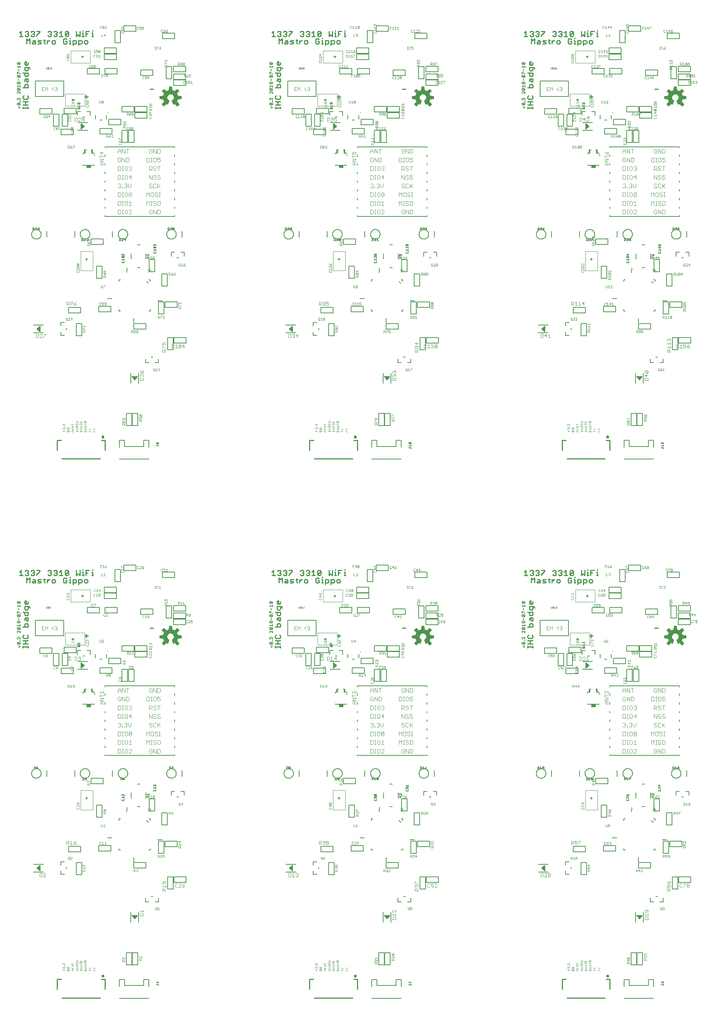
<source format=gbr>
G04 EAGLE Gerber X2 export*
%TF.Part,Single*%
%TF.FileFunction,Legend,Top,1*%
%TF.FilePolarity,Positive*%
%TF.GenerationSoftware,Autodesk,EAGLE,8.7.0*%
%TF.CreationDate,2018-07-10T16:53:39Z*%
G75*
%MOMM*%
%FSLAX34Y34*%
%LPD*%
%AMOC8*
5,1,8,0,0,1.08239X$1,22.5*%
G01*
%ADD10C,0.254000*%
%ADD11C,0.152400*%
%ADD12C,0.101600*%
%ADD13C,0.076200*%
%ADD14C,0.127000*%
%ADD15C,0.050800*%
%ADD16C,0.203200*%
%ADD17C,0.254000*%
%ADD18C,0.200000*%
%ADD19C,0.406400*%
%ADD20C,0.025400*%
%ADD21R,1.016000X0.635000*%

G36*
X954835Y2053050D02*
X954835Y2053050D01*
X954891Y2053050D01*
X954919Y2053065D01*
X954951Y2053070D01*
X955010Y2053110D01*
X955046Y2053128D01*
X955055Y2053140D01*
X955071Y2053151D01*
X959379Y2057459D01*
X959396Y2057486D01*
X959420Y2057507D01*
X959441Y2057559D01*
X959470Y2057606D01*
X959473Y2057638D01*
X959485Y2057668D01*
X959482Y2057723D01*
X959487Y2057779D01*
X959475Y2057809D01*
X959473Y2057841D01*
X959439Y2057904D01*
X959425Y2057941D01*
X959414Y2057951D01*
X959405Y2057968D01*
X954438Y2064059D01*
X955627Y2066369D01*
X955634Y2066395D01*
X955651Y2066427D01*
X956443Y2068901D01*
X964262Y2069695D01*
X964293Y2069705D01*
X964325Y2069706D01*
X964374Y2069733D01*
X964426Y2069751D01*
X964449Y2069774D01*
X964477Y2069789D01*
X964509Y2069835D01*
X964548Y2069874D01*
X964558Y2069905D01*
X964577Y2069931D01*
X964590Y2070001D01*
X964603Y2070039D01*
X964601Y2070054D01*
X964604Y2070073D01*
X964604Y2076167D01*
X964597Y2076198D01*
X964599Y2076230D01*
X964577Y2076281D01*
X964565Y2076336D01*
X964544Y2076360D01*
X964532Y2076390D01*
X964490Y2076426D01*
X964455Y2076469D01*
X964425Y2076482D01*
X964401Y2076503D01*
X964332Y2076524D01*
X964296Y2076540D01*
X964281Y2076540D01*
X964262Y2076545D01*
X956443Y2077339D01*
X955651Y2079813D01*
X955638Y2079836D01*
X955627Y2079871D01*
X954438Y2082181D01*
X959405Y2088272D01*
X959419Y2088300D01*
X959440Y2088324D01*
X959456Y2088377D01*
X959481Y2088427D01*
X959481Y2088459D01*
X959490Y2088490D01*
X959480Y2088545D01*
X959480Y2088601D01*
X959465Y2088629D01*
X959460Y2088661D01*
X959420Y2088720D01*
X959402Y2088756D01*
X959390Y2088765D01*
X959379Y2088781D01*
X955071Y2093089D01*
X955044Y2093106D01*
X955023Y2093130D01*
X954971Y2093151D01*
X954924Y2093180D01*
X954892Y2093183D01*
X954862Y2093195D01*
X954807Y2093192D01*
X954751Y2093197D01*
X954721Y2093185D01*
X954689Y2093183D01*
X954626Y2093149D01*
X954589Y2093135D01*
X954579Y2093124D01*
X954562Y2093115D01*
X948471Y2088148D01*
X946161Y2089337D01*
X946135Y2089344D01*
X946103Y2089361D01*
X943629Y2090153D01*
X942835Y2097972D01*
X942827Y2097998D01*
X942826Y2098010D01*
X942825Y2098013D01*
X942824Y2098035D01*
X942797Y2098084D01*
X942779Y2098136D01*
X942756Y2098159D01*
X942741Y2098187D01*
X942695Y2098219D01*
X942656Y2098258D01*
X942625Y2098268D01*
X942599Y2098287D01*
X942529Y2098300D01*
X942491Y2098313D01*
X942476Y2098311D01*
X942457Y2098314D01*
X936363Y2098314D01*
X936332Y2098307D01*
X936300Y2098309D01*
X936249Y2098287D01*
X936194Y2098275D01*
X936170Y2098254D01*
X936140Y2098242D01*
X936104Y2098200D01*
X936061Y2098165D01*
X936048Y2098135D01*
X936027Y2098111D01*
X936006Y2098042D01*
X935990Y2098006D01*
X935990Y2097991D01*
X935988Y2097984D01*
X935987Y2097982D01*
X935987Y2097981D01*
X935985Y2097972D01*
X935191Y2090153D01*
X932717Y2089361D01*
X932694Y2089348D01*
X932659Y2089337D01*
X930349Y2088148D01*
X924258Y2093115D01*
X924230Y2093129D01*
X924206Y2093150D01*
X924153Y2093166D01*
X924103Y2093191D01*
X924071Y2093191D01*
X924040Y2093200D01*
X923985Y2093190D01*
X923929Y2093190D01*
X923901Y2093175D01*
X923869Y2093170D01*
X923810Y2093130D01*
X923775Y2093112D01*
X923765Y2093100D01*
X923749Y2093089D01*
X919441Y2088781D01*
X919424Y2088754D01*
X919400Y2088733D01*
X919379Y2088681D01*
X919350Y2088634D01*
X919347Y2088602D01*
X919335Y2088572D01*
X919339Y2088517D01*
X919333Y2088461D01*
X919345Y2088431D01*
X919347Y2088399D01*
X919381Y2088336D01*
X919395Y2088299D01*
X919406Y2088289D01*
X919415Y2088272D01*
X924382Y2082181D01*
X923193Y2079871D01*
X923186Y2079845D01*
X923169Y2079813D01*
X922377Y2077339D01*
X914558Y2076545D01*
X914527Y2076535D01*
X914495Y2076534D01*
X914446Y2076507D01*
X914394Y2076489D01*
X914371Y2076466D01*
X914343Y2076451D01*
X914311Y2076405D01*
X914272Y2076366D01*
X914262Y2076335D01*
X914243Y2076309D01*
X914230Y2076239D01*
X914217Y2076201D01*
X914219Y2076186D01*
X914216Y2076167D01*
X914216Y2070073D01*
X914223Y2070042D01*
X914221Y2070010D01*
X914243Y2069959D01*
X914255Y2069904D01*
X914276Y2069880D01*
X914288Y2069850D01*
X914330Y2069814D01*
X914365Y2069771D01*
X914395Y2069758D01*
X914419Y2069737D01*
X914488Y2069716D01*
X914524Y2069700D01*
X914539Y2069700D01*
X914558Y2069695D01*
X922377Y2068901D01*
X923169Y2066427D01*
X923182Y2066404D01*
X923193Y2066369D01*
X924382Y2064059D01*
X919415Y2057968D01*
X919401Y2057940D01*
X919380Y2057916D01*
X919364Y2057863D01*
X919339Y2057813D01*
X919339Y2057781D01*
X919330Y2057750D01*
X919340Y2057695D01*
X919340Y2057639D01*
X919355Y2057611D01*
X919360Y2057579D01*
X919400Y2057520D01*
X919418Y2057485D01*
X919430Y2057475D01*
X919441Y2057459D01*
X923749Y2053151D01*
X923776Y2053134D01*
X923797Y2053110D01*
X923849Y2053089D01*
X923896Y2053060D01*
X923928Y2053057D01*
X923958Y2053045D01*
X924013Y2053049D01*
X924069Y2053043D01*
X924099Y2053055D01*
X924131Y2053057D01*
X924194Y2053091D01*
X924231Y2053105D01*
X924241Y2053116D01*
X924258Y2053125D01*
X930349Y2058092D01*
X932658Y2056902D01*
X932722Y2056886D01*
X932785Y2056863D01*
X932806Y2056865D01*
X932826Y2056860D01*
X932891Y2056874D01*
X932957Y2056881D01*
X932975Y2056892D01*
X932995Y2056897D01*
X933047Y2056938D01*
X933103Y2056974D01*
X933116Y2056993D01*
X933131Y2057005D01*
X933147Y2057040D01*
X933183Y2057094D01*
X936771Y2065756D01*
X936777Y2065789D01*
X936791Y2065818D01*
X936790Y2065873D01*
X936799Y2065927D01*
X936790Y2065959D01*
X936790Y2065991D01*
X936765Y2066040D01*
X936749Y2066093D01*
X936726Y2066117D01*
X936712Y2066146D01*
X936657Y2066191D01*
X936630Y2066219D01*
X936615Y2066225D01*
X936599Y2066237D01*
X935281Y2066942D01*
X934155Y2067866D01*
X933231Y2068992D01*
X932545Y2070276D01*
X932122Y2071670D01*
X931979Y2073119D01*
X932136Y2074638D01*
X932599Y2076091D01*
X933350Y2077420D01*
X934356Y2078567D01*
X935575Y2079484D01*
X936956Y2080134D01*
X938440Y2080487D01*
X939965Y2080530D01*
X941467Y2080260D01*
X942882Y2079690D01*
X944150Y2078842D01*
X945219Y2077753D01*
X946043Y2076469D01*
X946587Y2075043D01*
X946829Y2073537D01*
X946757Y2072013D01*
X946376Y2070535D01*
X945702Y2069167D01*
X944762Y2067965D01*
X943596Y2066981D01*
X942219Y2066237D01*
X942196Y2066216D01*
X942167Y2066202D01*
X942131Y2066159D01*
X942090Y2066122D01*
X942078Y2066092D01*
X942058Y2066068D01*
X942045Y2066013D01*
X942024Y2065961D01*
X942027Y2065929D01*
X942020Y2065898D01*
X942034Y2065827D01*
X942037Y2065788D01*
X942045Y2065775D01*
X942049Y2065756D01*
X945637Y2057094D01*
X945676Y2057040D01*
X945708Y2056983D01*
X945725Y2056971D01*
X945738Y2056954D01*
X945796Y2056923D01*
X945851Y2056885D01*
X945872Y2056882D01*
X945891Y2056872D01*
X945957Y2056871D01*
X946023Y2056861D01*
X946046Y2056868D01*
X946064Y2056867D01*
X946099Y2056884D01*
X946162Y2056902D01*
X948471Y2058092D01*
X954562Y2053125D01*
X954590Y2053111D01*
X954614Y2053090D01*
X954667Y2053074D01*
X954717Y2053049D01*
X954749Y2053049D01*
X954780Y2053040D01*
X954835Y2053050D01*
G37*
G36*
X374835Y2053050D02*
X374835Y2053050D01*
X374891Y2053050D01*
X374919Y2053065D01*
X374951Y2053070D01*
X375010Y2053110D01*
X375046Y2053128D01*
X375055Y2053140D01*
X375071Y2053151D01*
X379379Y2057459D01*
X379396Y2057486D01*
X379420Y2057507D01*
X379441Y2057559D01*
X379470Y2057606D01*
X379473Y2057638D01*
X379485Y2057668D01*
X379482Y2057723D01*
X379487Y2057779D01*
X379475Y2057809D01*
X379473Y2057841D01*
X379439Y2057904D01*
X379425Y2057941D01*
X379414Y2057951D01*
X379405Y2057968D01*
X374438Y2064059D01*
X375627Y2066369D01*
X375634Y2066395D01*
X375651Y2066427D01*
X376443Y2068901D01*
X384262Y2069695D01*
X384293Y2069705D01*
X384325Y2069706D01*
X384374Y2069733D01*
X384426Y2069751D01*
X384449Y2069774D01*
X384477Y2069789D01*
X384509Y2069835D01*
X384548Y2069874D01*
X384558Y2069905D01*
X384577Y2069931D01*
X384590Y2070001D01*
X384603Y2070039D01*
X384601Y2070054D01*
X384604Y2070073D01*
X384604Y2076167D01*
X384597Y2076198D01*
X384599Y2076230D01*
X384577Y2076281D01*
X384565Y2076336D01*
X384544Y2076360D01*
X384532Y2076390D01*
X384490Y2076426D01*
X384455Y2076469D01*
X384425Y2076482D01*
X384401Y2076503D01*
X384332Y2076524D01*
X384296Y2076540D01*
X384281Y2076540D01*
X384262Y2076545D01*
X376443Y2077339D01*
X375651Y2079813D01*
X375638Y2079836D01*
X375627Y2079871D01*
X374438Y2082181D01*
X379405Y2088272D01*
X379419Y2088300D01*
X379440Y2088324D01*
X379456Y2088377D01*
X379481Y2088427D01*
X379481Y2088459D01*
X379490Y2088490D01*
X379480Y2088545D01*
X379480Y2088601D01*
X379465Y2088629D01*
X379460Y2088661D01*
X379420Y2088720D01*
X379402Y2088756D01*
X379390Y2088765D01*
X379379Y2088781D01*
X375071Y2093089D01*
X375044Y2093106D01*
X375023Y2093130D01*
X374971Y2093151D01*
X374924Y2093180D01*
X374892Y2093183D01*
X374862Y2093195D01*
X374807Y2093192D01*
X374751Y2093197D01*
X374721Y2093185D01*
X374689Y2093183D01*
X374626Y2093149D01*
X374589Y2093135D01*
X374579Y2093124D01*
X374562Y2093115D01*
X368471Y2088148D01*
X366161Y2089337D01*
X366135Y2089344D01*
X366103Y2089361D01*
X363629Y2090153D01*
X362835Y2097972D01*
X362827Y2097998D01*
X362826Y2098010D01*
X362825Y2098013D01*
X362824Y2098035D01*
X362797Y2098084D01*
X362779Y2098136D01*
X362756Y2098159D01*
X362741Y2098187D01*
X362695Y2098219D01*
X362656Y2098258D01*
X362625Y2098268D01*
X362599Y2098287D01*
X362529Y2098300D01*
X362491Y2098313D01*
X362476Y2098311D01*
X362457Y2098314D01*
X356363Y2098314D01*
X356332Y2098307D01*
X356300Y2098309D01*
X356249Y2098287D01*
X356194Y2098275D01*
X356170Y2098254D01*
X356140Y2098242D01*
X356104Y2098200D01*
X356061Y2098165D01*
X356048Y2098135D01*
X356027Y2098111D01*
X356006Y2098042D01*
X355990Y2098006D01*
X355990Y2097991D01*
X355988Y2097984D01*
X355987Y2097982D01*
X355987Y2097981D01*
X355985Y2097972D01*
X355191Y2090153D01*
X352717Y2089361D01*
X352694Y2089348D01*
X352659Y2089337D01*
X350349Y2088148D01*
X344258Y2093115D01*
X344230Y2093129D01*
X344206Y2093150D01*
X344153Y2093166D01*
X344103Y2093191D01*
X344071Y2093191D01*
X344040Y2093200D01*
X343985Y2093190D01*
X343929Y2093190D01*
X343901Y2093175D01*
X343869Y2093170D01*
X343810Y2093130D01*
X343775Y2093112D01*
X343765Y2093100D01*
X343749Y2093089D01*
X339441Y2088781D01*
X339424Y2088754D01*
X339400Y2088733D01*
X339379Y2088681D01*
X339350Y2088634D01*
X339347Y2088602D01*
X339335Y2088572D01*
X339339Y2088517D01*
X339333Y2088461D01*
X339345Y2088431D01*
X339347Y2088399D01*
X339381Y2088336D01*
X339395Y2088299D01*
X339406Y2088289D01*
X339415Y2088272D01*
X344382Y2082181D01*
X343193Y2079871D01*
X343186Y2079845D01*
X343169Y2079813D01*
X342377Y2077339D01*
X334558Y2076545D01*
X334527Y2076535D01*
X334495Y2076534D01*
X334446Y2076507D01*
X334394Y2076489D01*
X334371Y2076466D01*
X334343Y2076451D01*
X334311Y2076405D01*
X334272Y2076366D01*
X334262Y2076335D01*
X334243Y2076309D01*
X334230Y2076239D01*
X334217Y2076201D01*
X334219Y2076186D01*
X334216Y2076167D01*
X334216Y2070073D01*
X334223Y2070042D01*
X334221Y2070010D01*
X334243Y2069959D01*
X334255Y2069904D01*
X334276Y2069880D01*
X334288Y2069850D01*
X334330Y2069814D01*
X334365Y2069771D01*
X334395Y2069758D01*
X334419Y2069737D01*
X334488Y2069716D01*
X334524Y2069700D01*
X334539Y2069700D01*
X334558Y2069695D01*
X342377Y2068901D01*
X343169Y2066427D01*
X343182Y2066404D01*
X343193Y2066369D01*
X344382Y2064059D01*
X339415Y2057968D01*
X339401Y2057940D01*
X339380Y2057916D01*
X339364Y2057863D01*
X339339Y2057813D01*
X339339Y2057781D01*
X339330Y2057750D01*
X339340Y2057695D01*
X339340Y2057639D01*
X339355Y2057611D01*
X339360Y2057579D01*
X339400Y2057520D01*
X339418Y2057485D01*
X339430Y2057475D01*
X339441Y2057459D01*
X343749Y2053151D01*
X343776Y2053134D01*
X343797Y2053110D01*
X343849Y2053089D01*
X343896Y2053060D01*
X343928Y2053057D01*
X343958Y2053045D01*
X344013Y2053049D01*
X344069Y2053043D01*
X344099Y2053055D01*
X344131Y2053057D01*
X344194Y2053091D01*
X344231Y2053105D01*
X344241Y2053116D01*
X344258Y2053125D01*
X350349Y2058092D01*
X352658Y2056902D01*
X352722Y2056886D01*
X352785Y2056863D01*
X352806Y2056865D01*
X352826Y2056860D01*
X352891Y2056874D01*
X352957Y2056881D01*
X352975Y2056892D01*
X352995Y2056897D01*
X353047Y2056938D01*
X353103Y2056974D01*
X353116Y2056993D01*
X353131Y2057005D01*
X353147Y2057040D01*
X353183Y2057094D01*
X356771Y2065756D01*
X356777Y2065789D01*
X356791Y2065818D01*
X356790Y2065873D01*
X356799Y2065927D01*
X356790Y2065959D01*
X356790Y2065991D01*
X356765Y2066040D01*
X356749Y2066093D01*
X356726Y2066117D01*
X356712Y2066146D01*
X356657Y2066191D01*
X356630Y2066219D01*
X356615Y2066225D01*
X356599Y2066237D01*
X355281Y2066942D01*
X354155Y2067866D01*
X353231Y2068992D01*
X352545Y2070276D01*
X352122Y2071670D01*
X351979Y2073119D01*
X352136Y2074638D01*
X352599Y2076091D01*
X353350Y2077420D01*
X354356Y2078567D01*
X355575Y2079484D01*
X356956Y2080134D01*
X358440Y2080487D01*
X359965Y2080530D01*
X361467Y2080260D01*
X362882Y2079690D01*
X364150Y2078842D01*
X365219Y2077753D01*
X366043Y2076469D01*
X366587Y2075043D01*
X366829Y2073537D01*
X366757Y2072013D01*
X366376Y2070535D01*
X365702Y2069167D01*
X364762Y2067965D01*
X363596Y2066981D01*
X362219Y2066237D01*
X362196Y2066216D01*
X362167Y2066202D01*
X362131Y2066159D01*
X362090Y2066122D01*
X362078Y2066092D01*
X362058Y2066068D01*
X362045Y2066013D01*
X362024Y2065961D01*
X362027Y2065929D01*
X362020Y2065898D01*
X362034Y2065827D01*
X362037Y2065788D01*
X362045Y2065775D01*
X362049Y2065756D01*
X365637Y2057094D01*
X365676Y2057040D01*
X365708Y2056983D01*
X365725Y2056971D01*
X365738Y2056954D01*
X365796Y2056923D01*
X365851Y2056885D01*
X365872Y2056882D01*
X365891Y2056872D01*
X365957Y2056871D01*
X366023Y2056861D01*
X366046Y2056868D01*
X366064Y2056867D01*
X366099Y2056884D01*
X366162Y2056902D01*
X368471Y2058092D01*
X374562Y2053125D01*
X374590Y2053111D01*
X374614Y2053090D01*
X374667Y2053074D01*
X374717Y2053049D01*
X374749Y2053049D01*
X374780Y2053040D01*
X374835Y2053050D01*
G37*
G36*
X1534835Y2053050D02*
X1534835Y2053050D01*
X1534891Y2053050D01*
X1534919Y2053065D01*
X1534951Y2053070D01*
X1535010Y2053110D01*
X1535046Y2053128D01*
X1535055Y2053140D01*
X1535071Y2053151D01*
X1539379Y2057459D01*
X1539396Y2057486D01*
X1539420Y2057507D01*
X1539441Y2057559D01*
X1539470Y2057606D01*
X1539473Y2057638D01*
X1539485Y2057668D01*
X1539482Y2057723D01*
X1539487Y2057779D01*
X1539475Y2057809D01*
X1539473Y2057841D01*
X1539439Y2057904D01*
X1539425Y2057941D01*
X1539414Y2057951D01*
X1539405Y2057968D01*
X1534438Y2064059D01*
X1535627Y2066369D01*
X1535634Y2066395D01*
X1535651Y2066427D01*
X1536443Y2068901D01*
X1544262Y2069695D01*
X1544293Y2069705D01*
X1544325Y2069706D01*
X1544374Y2069733D01*
X1544426Y2069751D01*
X1544449Y2069774D01*
X1544477Y2069789D01*
X1544509Y2069835D01*
X1544548Y2069874D01*
X1544558Y2069905D01*
X1544577Y2069931D01*
X1544590Y2070001D01*
X1544603Y2070039D01*
X1544601Y2070054D01*
X1544604Y2070073D01*
X1544604Y2076167D01*
X1544597Y2076198D01*
X1544599Y2076230D01*
X1544577Y2076281D01*
X1544565Y2076336D01*
X1544544Y2076360D01*
X1544532Y2076390D01*
X1544490Y2076426D01*
X1544455Y2076469D01*
X1544425Y2076482D01*
X1544401Y2076503D01*
X1544332Y2076524D01*
X1544296Y2076540D01*
X1544281Y2076540D01*
X1544262Y2076545D01*
X1536443Y2077339D01*
X1535651Y2079813D01*
X1535638Y2079836D01*
X1535627Y2079871D01*
X1534438Y2082181D01*
X1539405Y2088272D01*
X1539419Y2088300D01*
X1539440Y2088324D01*
X1539456Y2088377D01*
X1539481Y2088427D01*
X1539481Y2088459D01*
X1539490Y2088490D01*
X1539480Y2088545D01*
X1539480Y2088601D01*
X1539465Y2088629D01*
X1539460Y2088661D01*
X1539420Y2088720D01*
X1539402Y2088756D01*
X1539390Y2088765D01*
X1539379Y2088781D01*
X1535071Y2093089D01*
X1535044Y2093106D01*
X1535023Y2093130D01*
X1534971Y2093151D01*
X1534924Y2093180D01*
X1534892Y2093183D01*
X1534862Y2093195D01*
X1534807Y2093192D01*
X1534751Y2093197D01*
X1534721Y2093185D01*
X1534689Y2093183D01*
X1534626Y2093149D01*
X1534589Y2093135D01*
X1534579Y2093124D01*
X1534562Y2093115D01*
X1528471Y2088148D01*
X1526161Y2089337D01*
X1526135Y2089344D01*
X1526103Y2089361D01*
X1523629Y2090153D01*
X1522835Y2097972D01*
X1522827Y2097998D01*
X1522826Y2098010D01*
X1522825Y2098013D01*
X1522824Y2098035D01*
X1522797Y2098084D01*
X1522779Y2098136D01*
X1522756Y2098159D01*
X1522741Y2098187D01*
X1522695Y2098219D01*
X1522656Y2098258D01*
X1522625Y2098268D01*
X1522599Y2098287D01*
X1522529Y2098300D01*
X1522491Y2098313D01*
X1522476Y2098311D01*
X1522457Y2098314D01*
X1516363Y2098314D01*
X1516332Y2098307D01*
X1516300Y2098309D01*
X1516249Y2098287D01*
X1516194Y2098275D01*
X1516170Y2098254D01*
X1516140Y2098242D01*
X1516104Y2098200D01*
X1516061Y2098165D01*
X1516048Y2098135D01*
X1516027Y2098111D01*
X1516006Y2098042D01*
X1515990Y2098006D01*
X1515990Y2097991D01*
X1515988Y2097984D01*
X1515987Y2097982D01*
X1515987Y2097981D01*
X1515985Y2097972D01*
X1515191Y2090153D01*
X1512717Y2089361D01*
X1512694Y2089348D01*
X1512659Y2089337D01*
X1510349Y2088148D01*
X1504258Y2093115D01*
X1504230Y2093129D01*
X1504206Y2093150D01*
X1504153Y2093166D01*
X1504103Y2093191D01*
X1504071Y2093191D01*
X1504040Y2093200D01*
X1503985Y2093190D01*
X1503929Y2093190D01*
X1503901Y2093175D01*
X1503869Y2093170D01*
X1503810Y2093130D01*
X1503775Y2093112D01*
X1503765Y2093100D01*
X1503749Y2093089D01*
X1499441Y2088781D01*
X1499424Y2088754D01*
X1499400Y2088733D01*
X1499379Y2088681D01*
X1499350Y2088634D01*
X1499347Y2088602D01*
X1499335Y2088572D01*
X1499339Y2088517D01*
X1499333Y2088461D01*
X1499345Y2088431D01*
X1499347Y2088399D01*
X1499381Y2088336D01*
X1499395Y2088299D01*
X1499406Y2088289D01*
X1499415Y2088272D01*
X1504382Y2082181D01*
X1503193Y2079871D01*
X1503186Y2079845D01*
X1503169Y2079813D01*
X1502377Y2077339D01*
X1494558Y2076545D01*
X1494527Y2076535D01*
X1494495Y2076534D01*
X1494446Y2076507D01*
X1494394Y2076489D01*
X1494371Y2076466D01*
X1494343Y2076451D01*
X1494311Y2076405D01*
X1494272Y2076366D01*
X1494262Y2076335D01*
X1494243Y2076309D01*
X1494230Y2076239D01*
X1494217Y2076201D01*
X1494219Y2076186D01*
X1494216Y2076167D01*
X1494216Y2070073D01*
X1494223Y2070042D01*
X1494221Y2070010D01*
X1494243Y2069959D01*
X1494255Y2069904D01*
X1494276Y2069880D01*
X1494288Y2069850D01*
X1494330Y2069814D01*
X1494365Y2069771D01*
X1494395Y2069758D01*
X1494419Y2069737D01*
X1494488Y2069716D01*
X1494524Y2069700D01*
X1494539Y2069700D01*
X1494558Y2069695D01*
X1502377Y2068901D01*
X1503169Y2066427D01*
X1503182Y2066404D01*
X1503193Y2066369D01*
X1504382Y2064059D01*
X1499415Y2057968D01*
X1499401Y2057940D01*
X1499380Y2057916D01*
X1499364Y2057863D01*
X1499339Y2057813D01*
X1499339Y2057781D01*
X1499330Y2057750D01*
X1499340Y2057695D01*
X1499340Y2057639D01*
X1499355Y2057611D01*
X1499360Y2057579D01*
X1499400Y2057520D01*
X1499418Y2057485D01*
X1499430Y2057475D01*
X1499441Y2057459D01*
X1503749Y2053151D01*
X1503776Y2053134D01*
X1503797Y2053110D01*
X1503849Y2053089D01*
X1503896Y2053060D01*
X1503928Y2053057D01*
X1503958Y2053045D01*
X1504013Y2053049D01*
X1504069Y2053043D01*
X1504099Y2053055D01*
X1504131Y2053057D01*
X1504194Y2053091D01*
X1504231Y2053105D01*
X1504241Y2053116D01*
X1504258Y2053125D01*
X1510349Y2058092D01*
X1512658Y2056902D01*
X1512722Y2056886D01*
X1512785Y2056863D01*
X1512806Y2056865D01*
X1512826Y2056860D01*
X1512891Y2056874D01*
X1512957Y2056881D01*
X1512975Y2056892D01*
X1512995Y2056897D01*
X1513047Y2056938D01*
X1513103Y2056974D01*
X1513116Y2056993D01*
X1513131Y2057005D01*
X1513147Y2057040D01*
X1513183Y2057094D01*
X1516771Y2065756D01*
X1516777Y2065789D01*
X1516791Y2065818D01*
X1516790Y2065873D01*
X1516799Y2065927D01*
X1516790Y2065959D01*
X1516790Y2065991D01*
X1516765Y2066040D01*
X1516749Y2066093D01*
X1516726Y2066117D01*
X1516712Y2066146D01*
X1516657Y2066191D01*
X1516630Y2066219D01*
X1516615Y2066225D01*
X1516599Y2066237D01*
X1515281Y2066942D01*
X1514155Y2067866D01*
X1513231Y2068992D01*
X1512545Y2070276D01*
X1512122Y2071670D01*
X1511979Y2073119D01*
X1512136Y2074638D01*
X1512599Y2076091D01*
X1513350Y2077420D01*
X1514356Y2078567D01*
X1515575Y2079484D01*
X1516956Y2080134D01*
X1518440Y2080487D01*
X1519965Y2080530D01*
X1521467Y2080260D01*
X1522882Y2079690D01*
X1524150Y2078842D01*
X1525219Y2077753D01*
X1526043Y2076469D01*
X1526587Y2075043D01*
X1526829Y2073537D01*
X1526757Y2072013D01*
X1526376Y2070535D01*
X1525702Y2069167D01*
X1524762Y2067965D01*
X1523596Y2066981D01*
X1522219Y2066237D01*
X1522196Y2066216D01*
X1522167Y2066202D01*
X1522131Y2066159D01*
X1522090Y2066122D01*
X1522078Y2066092D01*
X1522058Y2066068D01*
X1522045Y2066013D01*
X1522024Y2065961D01*
X1522027Y2065929D01*
X1522020Y2065898D01*
X1522034Y2065827D01*
X1522037Y2065788D01*
X1522045Y2065775D01*
X1522049Y2065756D01*
X1525637Y2057094D01*
X1525676Y2057040D01*
X1525708Y2056983D01*
X1525725Y2056971D01*
X1525738Y2056954D01*
X1525796Y2056923D01*
X1525851Y2056885D01*
X1525872Y2056882D01*
X1525891Y2056872D01*
X1525957Y2056871D01*
X1526023Y2056861D01*
X1526046Y2056868D01*
X1526064Y2056867D01*
X1526099Y2056884D01*
X1526162Y2056902D01*
X1528471Y2058092D01*
X1534562Y2053125D01*
X1534590Y2053111D01*
X1534614Y2053090D01*
X1534667Y2053074D01*
X1534717Y2053049D01*
X1534749Y2053049D01*
X1534780Y2053040D01*
X1534835Y2053050D01*
G37*
G36*
X1534835Y813050D02*
X1534835Y813050D01*
X1534891Y813050D01*
X1534919Y813065D01*
X1534951Y813070D01*
X1535010Y813110D01*
X1535046Y813128D01*
X1535055Y813140D01*
X1535071Y813151D01*
X1539379Y817459D01*
X1539396Y817486D01*
X1539420Y817507D01*
X1539441Y817559D01*
X1539470Y817606D01*
X1539473Y817638D01*
X1539485Y817668D01*
X1539482Y817723D01*
X1539487Y817779D01*
X1539475Y817809D01*
X1539473Y817841D01*
X1539439Y817904D01*
X1539425Y817941D01*
X1539414Y817951D01*
X1539405Y817968D01*
X1534438Y824059D01*
X1535627Y826369D01*
X1535634Y826395D01*
X1535651Y826427D01*
X1536443Y828901D01*
X1544262Y829695D01*
X1544293Y829705D01*
X1544325Y829706D01*
X1544374Y829733D01*
X1544426Y829751D01*
X1544449Y829774D01*
X1544477Y829789D01*
X1544509Y829835D01*
X1544548Y829874D01*
X1544558Y829905D01*
X1544577Y829931D01*
X1544590Y830001D01*
X1544603Y830039D01*
X1544601Y830054D01*
X1544604Y830073D01*
X1544604Y836167D01*
X1544597Y836198D01*
X1544599Y836230D01*
X1544577Y836281D01*
X1544565Y836336D01*
X1544544Y836360D01*
X1544532Y836390D01*
X1544490Y836426D01*
X1544455Y836469D01*
X1544425Y836482D01*
X1544401Y836503D01*
X1544332Y836524D01*
X1544296Y836540D01*
X1544281Y836540D01*
X1544262Y836545D01*
X1536443Y837339D01*
X1535651Y839813D01*
X1535638Y839836D01*
X1535627Y839871D01*
X1534438Y842181D01*
X1539405Y848272D01*
X1539419Y848300D01*
X1539440Y848324D01*
X1539456Y848377D01*
X1539481Y848427D01*
X1539481Y848459D01*
X1539490Y848490D01*
X1539480Y848545D01*
X1539480Y848601D01*
X1539465Y848629D01*
X1539460Y848661D01*
X1539420Y848720D01*
X1539402Y848756D01*
X1539390Y848765D01*
X1539379Y848781D01*
X1535071Y853089D01*
X1535044Y853106D01*
X1535023Y853130D01*
X1534971Y853151D01*
X1534924Y853180D01*
X1534892Y853183D01*
X1534862Y853195D01*
X1534807Y853192D01*
X1534751Y853197D01*
X1534721Y853185D01*
X1534689Y853183D01*
X1534626Y853149D01*
X1534589Y853135D01*
X1534579Y853124D01*
X1534562Y853115D01*
X1528471Y848148D01*
X1526161Y849337D01*
X1526135Y849344D01*
X1526103Y849361D01*
X1523629Y850153D01*
X1522835Y857972D01*
X1522827Y857998D01*
X1522826Y858010D01*
X1522825Y858013D01*
X1522824Y858035D01*
X1522797Y858084D01*
X1522779Y858136D01*
X1522756Y858159D01*
X1522741Y858187D01*
X1522695Y858219D01*
X1522656Y858258D01*
X1522625Y858268D01*
X1522599Y858287D01*
X1522529Y858300D01*
X1522491Y858313D01*
X1522476Y858311D01*
X1522457Y858314D01*
X1516363Y858314D01*
X1516332Y858307D01*
X1516300Y858309D01*
X1516249Y858287D01*
X1516194Y858275D01*
X1516170Y858254D01*
X1516140Y858242D01*
X1516104Y858200D01*
X1516061Y858165D01*
X1516048Y858135D01*
X1516027Y858111D01*
X1516006Y858042D01*
X1515990Y858006D01*
X1515990Y857991D01*
X1515988Y857984D01*
X1515987Y857982D01*
X1515987Y857981D01*
X1515985Y857972D01*
X1515191Y850153D01*
X1512717Y849361D01*
X1512694Y849348D01*
X1512659Y849337D01*
X1510349Y848148D01*
X1504258Y853115D01*
X1504230Y853129D01*
X1504206Y853150D01*
X1504153Y853166D01*
X1504103Y853191D01*
X1504071Y853191D01*
X1504040Y853200D01*
X1503985Y853190D01*
X1503929Y853190D01*
X1503901Y853175D01*
X1503869Y853170D01*
X1503810Y853130D01*
X1503775Y853112D01*
X1503765Y853100D01*
X1503749Y853089D01*
X1499441Y848781D01*
X1499424Y848754D01*
X1499400Y848733D01*
X1499379Y848681D01*
X1499350Y848634D01*
X1499347Y848602D01*
X1499335Y848572D01*
X1499339Y848517D01*
X1499333Y848461D01*
X1499345Y848431D01*
X1499347Y848399D01*
X1499381Y848336D01*
X1499395Y848299D01*
X1499406Y848289D01*
X1499415Y848272D01*
X1504382Y842181D01*
X1503193Y839871D01*
X1503186Y839845D01*
X1503169Y839813D01*
X1502377Y837339D01*
X1494558Y836545D01*
X1494527Y836535D01*
X1494495Y836534D01*
X1494446Y836507D01*
X1494394Y836489D01*
X1494371Y836466D01*
X1494343Y836451D01*
X1494311Y836405D01*
X1494272Y836366D01*
X1494262Y836335D01*
X1494243Y836309D01*
X1494230Y836239D01*
X1494217Y836201D01*
X1494219Y836186D01*
X1494216Y836167D01*
X1494216Y830073D01*
X1494223Y830042D01*
X1494221Y830010D01*
X1494243Y829959D01*
X1494255Y829904D01*
X1494276Y829880D01*
X1494288Y829850D01*
X1494330Y829814D01*
X1494365Y829771D01*
X1494395Y829758D01*
X1494419Y829737D01*
X1494488Y829716D01*
X1494524Y829700D01*
X1494539Y829700D01*
X1494558Y829695D01*
X1502377Y828901D01*
X1503169Y826427D01*
X1503182Y826404D01*
X1503193Y826369D01*
X1504382Y824059D01*
X1499415Y817968D01*
X1499401Y817940D01*
X1499380Y817916D01*
X1499364Y817863D01*
X1499339Y817813D01*
X1499339Y817781D01*
X1499330Y817750D01*
X1499340Y817695D01*
X1499340Y817639D01*
X1499355Y817611D01*
X1499360Y817579D01*
X1499400Y817520D01*
X1499418Y817485D01*
X1499430Y817475D01*
X1499441Y817459D01*
X1503749Y813151D01*
X1503776Y813134D01*
X1503797Y813110D01*
X1503849Y813089D01*
X1503896Y813060D01*
X1503928Y813057D01*
X1503958Y813045D01*
X1504013Y813049D01*
X1504069Y813043D01*
X1504099Y813055D01*
X1504131Y813057D01*
X1504194Y813091D01*
X1504231Y813105D01*
X1504241Y813116D01*
X1504258Y813125D01*
X1510349Y818092D01*
X1512658Y816902D01*
X1512722Y816886D01*
X1512785Y816863D01*
X1512806Y816865D01*
X1512826Y816860D01*
X1512891Y816874D01*
X1512957Y816881D01*
X1512975Y816892D01*
X1512995Y816897D01*
X1513047Y816938D01*
X1513103Y816974D01*
X1513116Y816993D01*
X1513131Y817005D01*
X1513147Y817040D01*
X1513183Y817094D01*
X1516771Y825756D01*
X1516777Y825789D01*
X1516791Y825818D01*
X1516790Y825873D01*
X1516799Y825927D01*
X1516790Y825959D01*
X1516790Y825991D01*
X1516765Y826040D01*
X1516749Y826093D01*
X1516726Y826117D01*
X1516712Y826146D01*
X1516657Y826191D01*
X1516630Y826219D01*
X1516615Y826225D01*
X1516599Y826237D01*
X1515281Y826942D01*
X1514155Y827866D01*
X1513231Y828992D01*
X1512545Y830276D01*
X1512122Y831670D01*
X1511979Y833119D01*
X1512136Y834638D01*
X1512599Y836091D01*
X1513350Y837420D01*
X1514356Y838567D01*
X1515575Y839484D01*
X1516956Y840134D01*
X1518440Y840487D01*
X1519965Y840530D01*
X1521467Y840260D01*
X1522882Y839690D01*
X1524150Y838842D01*
X1525219Y837753D01*
X1526043Y836469D01*
X1526587Y835043D01*
X1526829Y833537D01*
X1526757Y832013D01*
X1526376Y830535D01*
X1525702Y829167D01*
X1524762Y827965D01*
X1523596Y826981D01*
X1522219Y826237D01*
X1522196Y826216D01*
X1522167Y826202D01*
X1522131Y826159D01*
X1522090Y826122D01*
X1522078Y826092D01*
X1522058Y826068D01*
X1522045Y826013D01*
X1522024Y825961D01*
X1522027Y825929D01*
X1522020Y825898D01*
X1522034Y825827D01*
X1522037Y825788D01*
X1522045Y825775D01*
X1522049Y825756D01*
X1525637Y817094D01*
X1525676Y817040D01*
X1525708Y816983D01*
X1525725Y816971D01*
X1525738Y816954D01*
X1525796Y816923D01*
X1525851Y816885D01*
X1525872Y816882D01*
X1525891Y816872D01*
X1525957Y816871D01*
X1526023Y816861D01*
X1526046Y816868D01*
X1526064Y816867D01*
X1526099Y816884D01*
X1526162Y816902D01*
X1528471Y818092D01*
X1534562Y813125D01*
X1534590Y813111D01*
X1534614Y813090D01*
X1534667Y813074D01*
X1534717Y813049D01*
X1534749Y813049D01*
X1534780Y813040D01*
X1534835Y813050D01*
G37*
G36*
X954835Y813050D02*
X954835Y813050D01*
X954891Y813050D01*
X954919Y813065D01*
X954951Y813070D01*
X955010Y813110D01*
X955046Y813128D01*
X955055Y813140D01*
X955071Y813151D01*
X959379Y817459D01*
X959396Y817486D01*
X959420Y817507D01*
X959441Y817559D01*
X959470Y817606D01*
X959473Y817638D01*
X959485Y817668D01*
X959482Y817723D01*
X959487Y817779D01*
X959475Y817809D01*
X959473Y817841D01*
X959439Y817904D01*
X959425Y817941D01*
X959414Y817951D01*
X959405Y817968D01*
X954438Y824059D01*
X955627Y826369D01*
X955634Y826395D01*
X955651Y826427D01*
X956443Y828901D01*
X964262Y829695D01*
X964293Y829705D01*
X964325Y829706D01*
X964374Y829733D01*
X964426Y829751D01*
X964449Y829774D01*
X964477Y829789D01*
X964509Y829835D01*
X964548Y829874D01*
X964558Y829905D01*
X964577Y829931D01*
X964590Y830001D01*
X964603Y830039D01*
X964601Y830054D01*
X964604Y830073D01*
X964604Y836167D01*
X964597Y836198D01*
X964599Y836230D01*
X964577Y836281D01*
X964565Y836336D01*
X964544Y836360D01*
X964532Y836390D01*
X964490Y836426D01*
X964455Y836469D01*
X964425Y836482D01*
X964401Y836503D01*
X964332Y836524D01*
X964296Y836540D01*
X964281Y836540D01*
X964262Y836545D01*
X956443Y837339D01*
X955651Y839813D01*
X955638Y839836D01*
X955627Y839871D01*
X954438Y842181D01*
X959405Y848272D01*
X959419Y848300D01*
X959440Y848324D01*
X959456Y848377D01*
X959481Y848427D01*
X959481Y848459D01*
X959490Y848490D01*
X959480Y848545D01*
X959480Y848601D01*
X959465Y848629D01*
X959460Y848661D01*
X959420Y848720D01*
X959402Y848756D01*
X959390Y848765D01*
X959379Y848781D01*
X955071Y853089D01*
X955044Y853106D01*
X955023Y853130D01*
X954971Y853151D01*
X954924Y853180D01*
X954892Y853183D01*
X954862Y853195D01*
X954807Y853192D01*
X954751Y853197D01*
X954721Y853185D01*
X954689Y853183D01*
X954626Y853149D01*
X954589Y853135D01*
X954579Y853124D01*
X954562Y853115D01*
X948471Y848148D01*
X946161Y849337D01*
X946135Y849344D01*
X946103Y849361D01*
X943629Y850153D01*
X942835Y857972D01*
X942827Y857998D01*
X942826Y858010D01*
X942825Y858013D01*
X942824Y858035D01*
X942797Y858084D01*
X942779Y858136D01*
X942756Y858159D01*
X942741Y858187D01*
X942695Y858219D01*
X942656Y858258D01*
X942625Y858268D01*
X942599Y858287D01*
X942529Y858300D01*
X942491Y858313D01*
X942476Y858311D01*
X942457Y858314D01*
X936363Y858314D01*
X936332Y858307D01*
X936300Y858309D01*
X936249Y858287D01*
X936194Y858275D01*
X936170Y858254D01*
X936140Y858242D01*
X936104Y858200D01*
X936061Y858165D01*
X936048Y858135D01*
X936027Y858111D01*
X936006Y858042D01*
X935990Y858006D01*
X935990Y857991D01*
X935988Y857984D01*
X935987Y857982D01*
X935987Y857981D01*
X935985Y857972D01*
X935191Y850153D01*
X932717Y849361D01*
X932694Y849348D01*
X932659Y849337D01*
X930349Y848148D01*
X924258Y853115D01*
X924230Y853129D01*
X924206Y853150D01*
X924153Y853166D01*
X924103Y853191D01*
X924071Y853191D01*
X924040Y853200D01*
X923985Y853190D01*
X923929Y853190D01*
X923901Y853175D01*
X923869Y853170D01*
X923810Y853130D01*
X923775Y853112D01*
X923765Y853100D01*
X923749Y853089D01*
X919441Y848781D01*
X919424Y848754D01*
X919400Y848733D01*
X919379Y848681D01*
X919350Y848634D01*
X919347Y848602D01*
X919335Y848572D01*
X919339Y848517D01*
X919333Y848461D01*
X919345Y848431D01*
X919347Y848399D01*
X919381Y848336D01*
X919395Y848299D01*
X919406Y848289D01*
X919415Y848272D01*
X924382Y842181D01*
X923193Y839871D01*
X923186Y839845D01*
X923169Y839813D01*
X922377Y837339D01*
X914558Y836545D01*
X914527Y836535D01*
X914495Y836534D01*
X914446Y836507D01*
X914394Y836489D01*
X914371Y836466D01*
X914343Y836451D01*
X914311Y836405D01*
X914272Y836366D01*
X914262Y836335D01*
X914243Y836309D01*
X914230Y836239D01*
X914217Y836201D01*
X914219Y836186D01*
X914216Y836167D01*
X914216Y830073D01*
X914223Y830042D01*
X914221Y830010D01*
X914243Y829959D01*
X914255Y829904D01*
X914276Y829880D01*
X914288Y829850D01*
X914330Y829814D01*
X914365Y829771D01*
X914395Y829758D01*
X914419Y829737D01*
X914488Y829716D01*
X914524Y829700D01*
X914539Y829700D01*
X914558Y829695D01*
X922377Y828901D01*
X923169Y826427D01*
X923182Y826404D01*
X923193Y826369D01*
X924382Y824059D01*
X919415Y817968D01*
X919401Y817940D01*
X919380Y817916D01*
X919364Y817863D01*
X919339Y817813D01*
X919339Y817781D01*
X919330Y817750D01*
X919340Y817695D01*
X919340Y817639D01*
X919355Y817611D01*
X919360Y817579D01*
X919400Y817520D01*
X919418Y817485D01*
X919430Y817475D01*
X919441Y817459D01*
X923749Y813151D01*
X923776Y813134D01*
X923797Y813110D01*
X923849Y813089D01*
X923896Y813060D01*
X923928Y813057D01*
X923958Y813045D01*
X924013Y813049D01*
X924069Y813043D01*
X924099Y813055D01*
X924131Y813057D01*
X924194Y813091D01*
X924231Y813105D01*
X924241Y813116D01*
X924258Y813125D01*
X930349Y818092D01*
X932658Y816902D01*
X932722Y816886D01*
X932785Y816863D01*
X932806Y816865D01*
X932826Y816860D01*
X932891Y816874D01*
X932957Y816881D01*
X932975Y816892D01*
X932995Y816897D01*
X933047Y816938D01*
X933103Y816974D01*
X933116Y816993D01*
X933131Y817005D01*
X933147Y817040D01*
X933183Y817094D01*
X936771Y825756D01*
X936777Y825789D01*
X936791Y825818D01*
X936790Y825873D01*
X936799Y825927D01*
X936790Y825959D01*
X936790Y825991D01*
X936765Y826040D01*
X936749Y826093D01*
X936726Y826117D01*
X936712Y826146D01*
X936657Y826191D01*
X936630Y826219D01*
X936615Y826225D01*
X936599Y826237D01*
X935281Y826942D01*
X934155Y827866D01*
X933231Y828992D01*
X932545Y830276D01*
X932122Y831670D01*
X931979Y833119D01*
X932136Y834638D01*
X932599Y836091D01*
X933350Y837420D01*
X934356Y838567D01*
X935575Y839484D01*
X936956Y840134D01*
X938440Y840487D01*
X939965Y840530D01*
X941467Y840260D01*
X942882Y839690D01*
X944150Y838842D01*
X945219Y837753D01*
X946043Y836469D01*
X946587Y835043D01*
X946829Y833537D01*
X946757Y832013D01*
X946376Y830535D01*
X945702Y829167D01*
X944762Y827965D01*
X943596Y826981D01*
X942219Y826237D01*
X942196Y826216D01*
X942167Y826202D01*
X942131Y826159D01*
X942090Y826122D01*
X942078Y826092D01*
X942058Y826068D01*
X942045Y826013D01*
X942024Y825961D01*
X942027Y825929D01*
X942020Y825898D01*
X942034Y825827D01*
X942037Y825788D01*
X942045Y825775D01*
X942049Y825756D01*
X945637Y817094D01*
X945676Y817040D01*
X945708Y816983D01*
X945725Y816971D01*
X945738Y816954D01*
X945796Y816923D01*
X945851Y816885D01*
X945872Y816882D01*
X945891Y816872D01*
X945957Y816871D01*
X946023Y816861D01*
X946046Y816868D01*
X946064Y816867D01*
X946099Y816884D01*
X946162Y816902D01*
X948471Y818092D01*
X954562Y813125D01*
X954590Y813111D01*
X954614Y813090D01*
X954667Y813074D01*
X954717Y813049D01*
X954749Y813049D01*
X954780Y813040D01*
X954835Y813050D01*
G37*
G36*
X374835Y813050D02*
X374835Y813050D01*
X374891Y813050D01*
X374919Y813065D01*
X374951Y813070D01*
X375010Y813110D01*
X375046Y813128D01*
X375055Y813140D01*
X375071Y813151D01*
X379379Y817459D01*
X379396Y817486D01*
X379420Y817507D01*
X379441Y817559D01*
X379470Y817606D01*
X379473Y817638D01*
X379485Y817668D01*
X379482Y817723D01*
X379487Y817779D01*
X379475Y817809D01*
X379473Y817841D01*
X379439Y817904D01*
X379425Y817941D01*
X379414Y817951D01*
X379405Y817968D01*
X374438Y824059D01*
X375627Y826369D01*
X375634Y826395D01*
X375651Y826427D01*
X376443Y828901D01*
X384262Y829695D01*
X384293Y829705D01*
X384325Y829706D01*
X384374Y829733D01*
X384426Y829751D01*
X384449Y829774D01*
X384477Y829789D01*
X384509Y829835D01*
X384548Y829874D01*
X384558Y829905D01*
X384577Y829931D01*
X384590Y830001D01*
X384603Y830039D01*
X384601Y830054D01*
X384604Y830073D01*
X384604Y836167D01*
X384597Y836198D01*
X384599Y836230D01*
X384577Y836281D01*
X384565Y836336D01*
X384544Y836360D01*
X384532Y836390D01*
X384490Y836426D01*
X384455Y836469D01*
X384425Y836482D01*
X384401Y836503D01*
X384332Y836524D01*
X384296Y836540D01*
X384281Y836540D01*
X384262Y836545D01*
X376443Y837339D01*
X375651Y839813D01*
X375638Y839836D01*
X375627Y839871D01*
X374438Y842181D01*
X379405Y848272D01*
X379419Y848300D01*
X379440Y848324D01*
X379456Y848377D01*
X379481Y848427D01*
X379481Y848459D01*
X379490Y848490D01*
X379480Y848545D01*
X379480Y848601D01*
X379465Y848629D01*
X379460Y848661D01*
X379420Y848720D01*
X379402Y848756D01*
X379390Y848765D01*
X379379Y848781D01*
X375071Y853089D01*
X375044Y853106D01*
X375023Y853130D01*
X374971Y853151D01*
X374924Y853180D01*
X374892Y853183D01*
X374862Y853195D01*
X374807Y853192D01*
X374751Y853197D01*
X374721Y853185D01*
X374689Y853183D01*
X374626Y853149D01*
X374589Y853135D01*
X374579Y853124D01*
X374562Y853115D01*
X368471Y848148D01*
X366161Y849337D01*
X366135Y849344D01*
X366103Y849361D01*
X363629Y850153D01*
X362835Y857972D01*
X362827Y857998D01*
X362826Y858010D01*
X362825Y858013D01*
X362824Y858035D01*
X362797Y858084D01*
X362779Y858136D01*
X362756Y858159D01*
X362741Y858187D01*
X362695Y858219D01*
X362656Y858258D01*
X362625Y858268D01*
X362599Y858287D01*
X362529Y858300D01*
X362491Y858313D01*
X362476Y858311D01*
X362457Y858314D01*
X356363Y858314D01*
X356332Y858307D01*
X356300Y858309D01*
X356249Y858287D01*
X356194Y858275D01*
X356170Y858254D01*
X356140Y858242D01*
X356104Y858200D01*
X356061Y858165D01*
X356048Y858135D01*
X356027Y858111D01*
X356006Y858042D01*
X355990Y858006D01*
X355990Y857991D01*
X355988Y857984D01*
X355987Y857982D01*
X355987Y857981D01*
X355985Y857972D01*
X355191Y850153D01*
X352717Y849361D01*
X352694Y849348D01*
X352659Y849337D01*
X350349Y848148D01*
X344258Y853115D01*
X344230Y853129D01*
X344206Y853150D01*
X344153Y853166D01*
X344103Y853191D01*
X344071Y853191D01*
X344040Y853200D01*
X343985Y853190D01*
X343929Y853190D01*
X343901Y853175D01*
X343869Y853170D01*
X343810Y853130D01*
X343775Y853112D01*
X343765Y853100D01*
X343749Y853089D01*
X339441Y848781D01*
X339424Y848754D01*
X339400Y848733D01*
X339379Y848681D01*
X339350Y848634D01*
X339347Y848602D01*
X339335Y848572D01*
X339339Y848517D01*
X339333Y848461D01*
X339345Y848431D01*
X339347Y848399D01*
X339381Y848336D01*
X339395Y848299D01*
X339406Y848289D01*
X339415Y848272D01*
X344382Y842181D01*
X343193Y839871D01*
X343186Y839845D01*
X343169Y839813D01*
X342377Y837339D01*
X334558Y836545D01*
X334527Y836535D01*
X334495Y836534D01*
X334446Y836507D01*
X334394Y836489D01*
X334371Y836466D01*
X334343Y836451D01*
X334311Y836405D01*
X334272Y836366D01*
X334262Y836335D01*
X334243Y836309D01*
X334230Y836239D01*
X334217Y836201D01*
X334219Y836186D01*
X334216Y836167D01*
X334216Y830073D01*
X334223Y830042D01*
X334221Y830010D01*
X334243Y829959D01*
X334255Y829904D01*
X334276Y829880D01*
X334288Y829850D01*
X334330Y829814D01*
X334365Y829771D01*
X334395Y829758D01*
X334419Y829737D01*
X334488Y829716D01*
X334524Y829700D01*
X334539Y829700D01*
X334558Y829695D01*
X342377Y828901D01*
X343169Y826427D01*
X343182Y826404D01*
X343193Y826369D01*
X344382Y824059D01*
X339415Y817968D01*
X339401Y817940D01*
X339380Y817916D01*
X339364Y817863D01*
X339339Y817813D01*
X339339Y817781D01*
X339330Y817750D01*
X339340Y817695D01*
X339340Y817639D01*
X339355Y817611D01*
X339360Y817579D01*
X339400Y817520D01*
X339418Y817485D01*
X339430Y817475D01*
X339441Y817459D01*
X343749Y813151D01*
X343776Y813134D01*
X343797Y813110D01*
X343849Y813089D01*
X343896Y813060D01*
X343928Y813057D01*
X343958Y813045D01*
X344013Y813049D01*
X344069Y813043D01*
X344099Y813055D01*
X344131Y813057D01*
X344194Y813091D01*
X344231Y813105D01*
X344241Y813116D01*
X344258Y813125D01*
X350349Y818092D01*
X352658Y816902D01*
X352722Y816886D01*
X352785Y816863D01*
X352806Y816865D01*
X352826Y816860D01*
X352891Y816874D01*
X352957Y816881D01*
X352975Y816892D01*
X352995Y816897D01*
X353047Y816938D01*
X353103Y816974D01*
X353116Y816993D01*
X353131Y817005D01*
X353147Y817040D01*
X353183Y817094D01*
X356771Y825756D01*
X356777Y825789D01*
X356791Y825818D01*
X356790Y825873D01*
X356799Y825927D01*
X356790Y825959D01*
X356790Y825991D01*
X356765Y826040D01*
X356749Y826093D01*
X356726Y826117D01*
X356712Y826146D01*
X356657Y826191D01*
X356630Y826219D01*
X356615Y826225D01*
X356599Y826237D01*
X355281Y826942D01*
X354155Y827866D01*
X353231Y828992D01*
X352545Y830276D01*
X352122Y831670D01*
X351979Y833119D01*
X352136Y834638D01*
X352599Y836091D01*
X353350Y837420D01*
X354356Y838567D01*
X355575Y839484D01*
X356956Y840134D01*
X358440Y840487D01*
X359965Y840530D01*
X361467Y840260D01*
X362882Y839690D01*
X364150Y838842D01*
X365219Y837753D01*
X366043Y836469D01*
X366587Y835043D01*
X366829Y833537D01*
X366757Y832013D01*
X366376Y830535D01*
X365702Y829167D01*
X364762Y827965D01*
X363596Y826981D01*
X362219Y826237D01*
X362196Y826216D01*
X362167Y826202D01*
X362131Y826159D01*
X362090Y826122D01*
X362078Y826092D01*
X362058Y826068D01*
X362045Y826013D01*
X362024Y825961D01*
X362027Y825929D01*
X362020Y825898D01*
X362034Y825827D01*
X362037Y825788D01*
X362045Y825775D01*
X362049Y825756D01*
X365637Y817094D01*
X365676Y817040D01*
X365708Y816983D01*
X365725Y816971D01*
X365738Y816954D01*
X365796Y816923D01*
X365851Y816885D01*
X365872Y816882D01*
X365891Y816872D01*
X365957Y816871D01*
X366023Y816861D01*
X366046Y816868D01*
X366064Y816867D01*
X366099Y816884D01*
X366162Y816902D01*
X368471Y818092D01*
X374562Y813125D01*
X374590Y813111D01*
X374614Y813090D01*
X374667Y813074D01*
X374717Y813049D01*
X374749Y813049D01*
X374780Y813040D01*
X374835Y813050D01*
G37*
D10*
X12065Y981886D02*
X15963Y985784D01*
X15963Y974090D01*
X12065Y974090D02*
X19861Y974090D01*
X25162Y983835D02*
X27111Y985784D01*
X31009Y985784D01*
X32958Y983835D01*
X32958Y981886D01*
X31009Y979937D01*
X29060Y979937D01*
X31009Y979937D02*
X32958Y977988D01*
X32958Y976039D01*
X31009Y974090D01*
X27111Y974090D01*
X25162Y976039D01*
X38260Y983835D02*
X40208Y985784D01*
X44106Y985784D01*
X46055Y983835D01*
X46055Y981886D01*
X44106Y979937D01*
X42157Y979937D01*
X44106Y979937D02*
X46055Y977988D01*
X46055Y976039D01*
X44106Y974090D01*
X40208Y974090D01*
X38260Y976039D01*
X51357Y985784D02*
X59153Y985784D01*
X59153Y983835D01*
X51357Y976039D01*
X51357Y974090D01*
X77551Y983835D02*
X79500Y985784D01*
X83398Y985784D01*
X85347Y983835D01*
X85347Y981886D01*
X83398Y979937D01*
X81449Y979937D01*
X83398Y979937D02*
X85347Y977988D01*
X85347Y976039D01*
X83398Y974090D01*
X79500Y974090D01*
X77551Y976039D01*
X90649Y983835D02*
X92597Y985784D01*
X96495Y985784D01*
X98444Y983835D01*
X98444Y981886D01*
X96495Y979937D01*
X94546Y979937D01*
X96495Y979937D02*
X98444Y977988D01*
X98444Y976039D01*
X96495Y974090D01*
X92597Y974090D01*
X90649Y976039D01*
X103746Y981886D02*
X107644Y985784D01*
X107644Y974090D01*
X103746Y974090D02*
X111542Y974090D01*
X116843Y976039D02*
X116843Y983835D01*
X118792Y985784D01*
X122690Y985784D01*
X124639Y983835D01*
X124639Y976039D01*
X122690Y974090D01*
X118792Y974090D01*
X116843Y976039D01*
X124639Y983835D01*
X143038Y985784D02*
X143038Y974090D01*
X146935Y977988D01*
X150833Y974090D01*
X150833Y985784D01*
X156135Y981886D02*
X158084Y981886D01*
X158084Y974090D01*
X156135Y974090D02*
X160033Y974090D01*
X158084Y985784D02*
X158084Y987733D01*
X164866Y985784D02*
X164866Y974090D01*
X164866Y985784D02*
X172662Y985784D01*
X168764Y979937D02*
X164866Y979937D01*
X177964Y981886D02*
X179912Y981886D01*
X179912Y974090D01*
X177964Y974090D02*
X181861Y974090D01*
X179912Y985784D02*
X179912Y987733D01*
X27940Y968639D02*
X27940Y956945D01*
X31838Y964741D02*
X27940Y968639D01*
X31838Y964741D02*
X35736Y968639D01*
X35736Y956945D01*
X42986Y964741D02*
X46884Y964741D01*
X48833Y962792D01*
X48833Y956945D01*
X42986Y956945D01*
X41037Y958894D01*
X42986Y960843D01*
X48833Y960843D01*
X54135Y956945D02*
X59981Y956945D01*
X61930Y958894D01*
X59981Y960843D01*
X56083Y960843D01*
X54135Y962792D01*
X56083Y964741D01*
X61930Y964741D01*
X69181Y966690D02*
X69181Y958894D01*
X71130Y956945D01*
X71130Y964741D02*
X67232Y964741D01*
X75963Y964741D02*
X75963Y956945D01*
X75963Y960843D02*
X79861Y964741D01*
X81810Y964741D01*
X88827Y956945D02*
X92725Y956945D01*
X94674Y958894D01*
X94674Y962792D01*
X92725Y964741D01*
X88827Y964741D01*
X86878Y962792D01*
X86878Y958894D01*
X88827Y956945D01*
X118919Y968639D02*
X120868Y966690D01*
X118919Y968639D02*
X115021Y968639D01*
X113072Y966690D01*
X113072Y958894D01*
X115021Y956945D01*
X118919Y956945D01*
X120868Y958894D01*
X120868Y962792D01*
X116970Y962792D01*
X126169Y964741D02*
X128118Y964741D01*
X128118Y956945D01*
X126169Y956945D02*
X130067Y956945D01*
X128118Y968639D02*
X128118Y970588D01*
X134901Y964741D02*
X134901Y953047D01*
X134901Y964741D02*
X140748Y964741D01*
X142697Y962792D01*
X142697Y958894D01*
X140748Y956945D01*
X134901Y956945D01*
X147998Y953047D02*
X147998Y964741D01*
X153845Y964741D01*
X155794Y962792D01*
X155794Y958894D01*
X153845Y956945D01*
X147998Y956945D01*
X163044Y956945D02*
X166942Y956945D01*
X168891Y958894D01*
X168891Y962792D01*
X166942Y964741D01*
X163044Y964741D01*
X161095Y962792D01*
X161095Y958894D01*
X163044Y956945D01*
D11*
X13843Y810685D02*
X9437Y808482D01*
X9437Y812888D02*
X13843Y810685D01*
X12741Y815966D02*
X8335Y815966D01*
X7233Y817068D01*
X7233Y819271D01*
X8335Y820373D01*
X12741Y820373D01*
X13843Y819271D01*
X13843Y817068D01*
X12741Y815966D01*
X8335Y820373D01*
X12741Y823450D02*
X13843Y823450D01*
X12741Y823450D02*
X12741Y824552D01*
X13843Y824552D01*
X13843Y823450D01*
X8335Y827192D02*
X7233Y828294D01*
X7233Y830497D01*
X8335Y831599D01*
X9437Y831599D01*
X10538Y830497D01*
X10538Y829396D01*
X10538Y830497D02*
X11640Y831599D01*
X12741Y831599D01*
X13843Y830497D01*
X13843Y828294D01*
X12741Y827192D01*
X13843Y842161D02*
X13843Y846567D01*
X13843Y842161D02*
X9437Y846567D01*
X8335Y846567D01*
X7233Y845466D01*
X7233Y843262D01*
X8335Y842161D01*
X8335Y849645D02*
X12741Y849645D01*
X8335Y849645D02*
X7233Y850746D01*
X7233Y852950D01*
X8335Y854051D01*
X12741Y854051D01*
X13843Y852950D01*
X13843Y850746D01*
X12741Y849645D01*
X8335Y854051D01*
X9437Y857129D02*
X7233Y859332D01*
X13843Y859332D01*
X13843Y857129D02*
X13843Y861535D01*
X8335Y864613D02*
X7233Y865715D01*
X7233Y867918D01*
X8335Y869020D01*
X9437Y869020D01*
X10538Y867918D01*
X11640Y869020D01*
X12741Y869020D01*
X13843Y867918D01*
X13843Y865715D01*
X12741Y864613D01*
X11640Y864613D01*
X10538Y865715D01*
X9437Y864613D01*
X8335Y864613D01*
X10538Y865715D02*
X10538Y867918D01*
X10538Y872097D02*
X10538Y876504D01*
X12741Y879581D02*
X8335Y879581D01*
X7233Y880683D01*
X7233Y882886D01*
X8335Y883988D01*
X12741Y883988D01*
X13843Y882886D01*
X13843Y880683D01*
X12741Y879581D01*
X8335Y883988D01*
X7233Y887066D02*
X7233Y891472D01*
X8335Y891472D01*
X12741Y887066D01*
X13843Y887066D01*
X10538Y894550D02*
X10538Y898956D01*
X9437Y902034D02*
X7233Y904237D01*
X13843Y904237D01*
X13843Y902034D02*
X13843Y906440D01*
X12741Y909518D02*
X8335Y909518D01*
X7233Y910620D01*
X7233Y912823D01*
X8335Y913925D01*
X12741Y913925D01*
X13843Y912823D01*
X13843Y910620D01*
X12741Y909518D01*
X8335Y913925D01*
D10*
X31750Y811618D02*
X31750Y807720D01*
X31750Y809669D02*
X20056Y809669D01*
X20056Y807720D02*
X20056Y811618D01*
X20056Y816452D02*
X31750Y816452D01*
X25903Y816452D02*
X25903Y824247D01*
X20056Y824247D02*
X31750Y824247D01*
X20056Y835396D02*
X22005Y837345D01*
X20056Y835396D02*
X20056Y831498D01*
X22005Y829549D01*
X29801Y829549D01*
X31750Y831498D01*
X31750Y835396D01*
X29801Y837345D01*
X31750Y855743D02*
X20056Y855743D01*
X31750Y855743D02*
X31750Y861590D01*
X29801Y863539D01*
X25903Y863539D01*
X23954Y861590D01*
X23954Y855743D01*
X23954Y870789D02*
X23954Y874687D01*
X25903Y876636D01*
X31750Y876636D01*
X31750Y870789D01*
X29801Y868841D01*
X27852Y870789D01*
X27852Y876636D01*
X31750Y889734D02*
X20056Y889734D01*
X31750Y889734D02*
X31750Y883887D01*
X29801Y881938D01*
X25903Y881938D01*
X23954Y883887D01*
X23954Y889734D01*
X35648Y898933D02*
X35648Y900882D01*
X33699Y902831D01*
X23954Y902831D01*
X23954Y896984D01*
X25903Y895035D01*
X29801Y895035D01*
X31750Y896984D01*
X31750Y902831D01*
X31750Y910081D02*
X31750Y913979D01*
X31750Y910081D02*
X29801Y908132D01*
X25903Y908132D01*
X23954Y910081D01*
X23954Y913979D01*
X25903Y915928D01*
X27852Y915928D01*
X27852Y908132D01*
X161925Y835157D02*
X169721Y835157D01*
X165823Y839055D02*
X165823Y831259D01*
X311785Y852937D02*
X319581Y852937D01*
D12*
X113790Y68033D02*
X113790Y64643D01*
X112095Y66338D02*
X115485Y66338D01*
X112095Y70256D02*
X111248Y71103D01*
X111248Y72798D01*
X112095Y73646D01*
X112942Y73646D01*
X113790Y72798D01*
X113790Y71951D01*
X113790Y72798D02*
X114637Y73646D01*
X115485Y73646D01*
X116332Y72798D01*
X116332Y71103D01*
X115485Y70256D01*
X115485Y75869D02*
X116332Y75869D01*
X115485Y75869D02*
X115485Y76717D01*
X116332Y76717D01*
X116332Y75869D01*
X112095Y78676D02*
X111248Y79523D01*
X111248Y81218D01*
X112095Y82065D01*
X112942Y82065D01*
X113790Y81218D01*
X113790Y80371D01*
X113790Y81218D02*
X114637Y82065D01*
X115485Y82065D01*
X116332Y81218D01*
X116332Y79523D01*
X115485Y78676D01*
X121408Y64643D02*
X126492Y64643D01*
X121408Y64643D02*
X121408Y67185D01*
X122255Y68033D01*
X123102Y68033D01*
X123950Y67185D01*
X124797Y68033D01*
X125645Y68033D01*
X126492Y67185D01*
X126492Y64643D01*
X123950Y64643D02*
X123950Y67185D01*
X125645Y70256D02*
X122255Y70256D01*
X121408Y71103D01*
X121408Y72798D01*
X122255Y73646D01*
X125645Y73646D01*
X126492Y72798D01*
X126492Y71103D01*
X125645Y70256D01*
X122255Y73646D01*
X132627Y64643D02*
X136017Y64643D01*
X132627Y64643D02*
X132627Y67185D01*
X133475Y68033D01*
X136017Y68033D01*
X136017Y70256D02*
X132627Y70256D01*
X134322Y70256D02*
X132627Y71951D01*
X132627Y72798D01*
X136017Y74934D02*
X136017Y77476D01*
X135170Y78323D01*
X134322Y77476D01*
X134322Y75781D01*
X133475Y74934D01*
X132627Y75781D01*
X132627Y78323D01*
X131780Y81394D02*
X135170Y81394D01*
X136017Y82242D01*
X132627Y82242D02*
X132627Y80547D01*
X146177Y67185D02*
X146177Y64643D01*
X146177Y67185D02*
X145330Y68033D01*
X144482Y67185D01*
X144482Y65490D01*
X143635Y64643D01*
X142787Y65490D01*
X142787Y68033D01*
X142787Y70256D02*
X145330Y70256D01*
X146177Y71103D01*
X145330Y71951D01*
X146177Y72798D01*
X145330Y73646D01*
X142787Y73646D01*
X141093Y79259D02*
X146177Y79259D01*
X146177Y76717D01*
X145330Y75869D01*
X143635Y75869D01*
X142787Y76717D01*
X142787Y79259D01*
X142787Y81482D02*
X142787Y82330D01*
X146177Y82330D01*
X146177Y83177D02*
X146177Y81482D01*
X141093Y82330D02*
X140245Y82330D01*
X146177Y86072D02*
X146177Y87767D01*
X145330Y88614D01*
X143635Y88614D01*
X142787Y87767D01*
X142787Y86072D01*
X143635Y85224D01*
X145330Y85224D01*
X146177Y86072D01*
X155702Y67185D02*
X155702Y64643D01*
X155702Y67185D02*
X154855Y68033D01*
X154007Y67185D01*
X154007Y65490D01*
X153160Y64643D01*
X152312Y65490D01*
X152312Y68033D01*
X152312Y70256D02*
X154855Y70256D01*
X155702Y71103D01*
X154855Y71951D01*
X155702Y72798D01*
X154855Y73646D01*
X152312Y73646D01*
X152312Y76717D02*
X152312Y79259D01*
X152312Y76717D02*
X153160Y75869D01*
X154855Y75869D01*
X155702Y76717D01*
X155702Y79259D01*
X150618Y81482D02*
X150618Y82330D01*
X155702Y82330D01*
X155702Y83177D02*
X155702Y81482D01*
X155702Y85224D02*
X150618Y85224D01*
X154007Y85224D02*
X155702Y87767D01*
X154007Y85224D02*
X152312Y87767D01*
X160778Y64643D02*
X165862Y64643D01*
X165862Y67185D01*
X165015Y68033D01*
X163320Y68033D01*
X162472Y67185D01*
X162472Y64643D01*
X165862Y71103D02*
X165862Y72798D01*
X165015Y73646D01*
X163320Y73646D01*
X162472Y72798D01*
X162472Y71103D01*
X163320Y70256D01*
X165015Y70256D01*
X165862Y71103D01*
X165862Y76717D02*
X165862Y78411D01*
X165015Y79259D01*
X163320Y79259D01*
X162472Y78411D01*
X162472Y76717D01*
X163320Y75869D01*
X165015Y75869D01*
X165862Y76717D01*
X165015Y82330D02*
X161625Y82330D01*
X165015Y82330D02*
X165862Y83177D01*
X162472Y83177D02*
X162472Y81482D01*
X161625Y85224D02*
X165015Y85224D01*
X161625Y85224D02*
X160778Y86072D01*
X160778Y87767D01*
X161625Y88614D01*
X165015Y88614D01*
X165862Y87767D01*
X165862Y86072D01*
X165015Y85224D01*
X161625Y88614D01*
X171785Y65490D02*
X175175Y65490D01*
X176022Y66338D01*
X172632Y66338D02*
X172632Y64643D01*
X172632Y68385D02*
X176022Y71775D01*
X176022Y68385D02*
X172632Y71775D01*
X182157Y64643D02*
X185547Y64643D01*
X183852Y64643D02*
X182157Y66338D01*
X182157Y67185D01*
X182157Y69321D02*
X185547Y72710D01*
X185547Y69321D02*
X182157Y72710D01*
D13*
X68796Y856621D02*
X63881Y856621D01*
X63881Y849249D01*
X68796Y849249D01*
X66338Y852935D02*
X63881Y852935D01*
X71365Y849249D02*
X71365Y856621D01*
X73823Y854164D01*
X76280Y856621D01*
X76280Y849249D01*
X86333Y852935D02*
X91248Y856621D01*
X86333Y852935D02*
X91248Y849249D01*
X93818Y855393D02*
X95046Y856621D01*
X97504Y856621D01*
X98732Y855393D01*
X98732Y854164D01*
X97504Y852935D01*
X96275Y852935D01*
X97504Y852935D02*
X98732Y851706D01*
X98732Y850478D01*
X97504Y849249D01*
X95046Y849249D01*
X93818Y850478D01*
D10*
X592065Y981886D02*
X595963Y985784D01*
X595963Y974090D01*
X592065Y974090D02*
X599861Y974090D01*
X605162Y983835D02*
X607111Y985784D01*
X611009Y985784D01*
X612958Y983835D01*
X612958Y981886D01*
X611009Y979937D01*
X609060Y979937D01*
X611009Y979937D02*
X612958Y977988D01*
X612958Y976039D01*
X611009Y974090D01*
X607111Y974090D01*
X605162Y976039D01*
X618260Y983835D02*
X620208Y985784D01*
X624106Y985784D01*
X626055Y983835D01*
X626055Y981886D01*
X624106Y979937D01*
X622157Y979937D01*
X624106Y979937D02*
X626055Y977988D01*
X626055Y976039D01*
X624106Y974090D01*
X620208Y974090D01*
X618260Y976039D01*
X631357Y985784D02*
X639153Y985784D01*
X639153Y983835D01*
X631357Y976039D01*
X631357Y974090D01*
X657551Y983835D02*
X659500Y985784D01*
X663398Y985784D01*
X665347Y983835D01*
X665347Y981886D01*
X663398Y979937D01*
X661449Y979937D01*
X663398Y979937D02*
X665347Y977988D01*
X665347Y976039D01*
X663398Y974090D01*
X659500Y974090D01*
X657551Y976039D01*
X670649Y983835D02*
X672597Y985784D01*
X676495Y985784D01*
X678444Y983835D01*
X678444Y981886D01*
X676495Y979937D01*
X674546Y979937D01*
X676495Y979937D02*
X678444Y977988D01*
X678444Y976039D01*
X676495Y974090D01*
X672597Y974090D01*
X670649Y976039D01*
X683746Y981886D02*
X687644Y985784D01*
X687644Y974090D01*
X683746Y974090D02*
X691542Y974090D01*
X696843Y976039D02*
X696843Y983835D01*
X698792Y985784D01*
X702690Y985784D01*
X704639Y983835D01*
X704639Y976039D01*
X702690Y974090D01*
X698792Y974090D01*
X696843Y976039D01*
X704639Y983835D01*
X723038Y985784D02*
X723038Y974090D01*
X726935Y977988D01*
X730833Y974090D01*
X730833Y985784D01*
X736135Y981886D02*
X738084Y981886D01*
X738084Y974090D01*
X736135Y974090D02*
X740033Y974090D01*
X738084Y985784D02*
X738084Y987733D01*
X744866Y985784D02*
X744866Y974090D01*
X744866Y985784D02*
X752662Y985784D01*
X748764Y979937D02*
X744866Y979937D01*
X757964Y981886D02*
X759912Y981886D01*
X759912Y974090D01*
X757964Y974090D02*
X761861Y974090D01*
X759912Y985784D02*
X759912Y987733D01*
X607940Y968639D02*
X607940Y956945D01*
X611838Y964741D02*
X607940Y968639D01*
X611838Y964741D02*
X615736Y968639D01*
X615736Y956945D01*
X622986Y964741D02*
X626884Y964741D01*
X628833Y962792D01*
X628833Y956945D01*
X622986Y956945D01*
X621037Y958894D01*
X622986Y960843D01*
X628833Y960843D01*
X634135Y956945D02*
X639981Y956945D01*
X641930Y958894D01*
X639981Y960843D01*
X636083Y960843D01*
X634135Y962792D01*
X636083Y964741D01*
X641930Y964741D01*
X649181Y966690D02*
X649181Y958894D01*
X651130Y956945D01*
X651130Y964741D02*
X647232Y964741D01*
X655963Y964741D02*
X655963Y956945D01*
X655963Y960843D02*
X659861Y964741D01*
X661810Y964741D01*
X668827Y956945D02*
X672725Y956945D01*
X674674Y958894D01*
X674674Y962792D01*
X672725Y964741D01*
X668827Y964741D01*
X666878Y962792D01*
X666878Y958894D01*
X668827Y956945D01*
X698919Y968639D02*
X700868Y966690D01*
X698919Y968639D02*
X695021Y968639D01*
X693072Y966690D01*
X693072Y958894D01*
X695021Y956945D01*
X698919Y956945D01*
X700868Y958894D01*
X700868Y962792D01*
X696970Y962792D01*
X706169Y964741D02*
X708118Y964741D01*
X708118Y956945D01*
X706169Y956945D02*
X710067Y956945D01*
X708118Y968639D02*
X708118Y970588D01*
X714901Y964741D02*
X714901Y953047D01*
X714901Y964741D02*
X720748Y964741D01*
X722697Y962792D01*
X722697Y958894D01*
X720748Y956945D01*
X714901Y956945D01*
X727998Y953047D02*
X727998Y964741D01*
X733845Y964741D01*
X735794Y962792D01*
X735794Y958894D01*
X733845Y956945D01*
X727998Y956945D01*
X743044Y956945D02*
X746942Y956945D01*
X748891Y958894D01*
X748891Y962792D01*
X746942Y964741D01*
X743044Y964741D01*
X741095Y962792D01*
X741095Y958894D01*
X743044Y956945D01*
D11*
X593843Y810685D02*
X589437Y808482D01*
X589437Y812888D02*
X593843Y810685D01*
X592741Y815966D02*
X588335Y815966D01*
X587233Y817068D01*
X587233Y819271D01*
X588335Y820373D01*
X592741Y820373D01*
X593843Y819271D01*
X593843Y817068D01*
X592741Y815966D01*
X588335Y820373D01*
X592741Y823450D02*
X593843Y823450D01*
X592741Y823450D02*
X592741Y824552D01*
X593843Y824552D01*
X593843Y823450D01*
X588335Y827192D02*
X587233Y828294D01*
X587233Y830497D01*
X588335Y831599D01*
X589437Y831599D01*
X590538Y830497D01*
X590538Y829396D01*
X590538Y830497D02*
X591640Y831599D01*
X592741Y831599D01*
X593843Y830497D01*
X593843Y828294D01*
X592741Y827192D01*
X593843Y842161D02*
X593843Y846567D01*
X593843Y842161D02*
X589437Y846567D01*
X588335Y846567D01*
X587233Y845466D01*
X587233Y843262D01*
X588335Y842161D01*
X588335Y849645D02*
X592741Y849645D01*
X588335Y849645D02*
X587233Y850746D01*
X587233Y852950D01*
X588335Y854051D01*
X592741Y854051D01*
X593843Y852950D01*
X593843Y850746D01*
X592741Y849645D01*
X588335Y854051D01*
X589437Y857129D02*
X587233Y859332D01*
X593843Y859332D01*
X593843Y857129D02*
X593843Y861535D01*
X588335Y864613D02*
X587233Y865715D01*
X587233Y867918D01*
X588335Y869020D01*
X589437Y869020D01*
X590538Y867918D01*
X591640Y869020D01*
X592741Y869020D01*
X593843Y867918D01*
X593843Y865715D01*
X592741Y864613D01*
X591640Y864613D01*
X590538Y865715D01*
X589437Y864613D01*
X588335Y864613D01*
X590538Y865715D02*
X590538Y867918D01*
X590538Y872097D02*
X590538Y876504D01*
X592741Y879581D02*
X588335Y879581D01*
X587233Y880683D01*
X587233Y882886D01*
X588335Y883988D01*
X592741Y883988D01*
X593843Y882886D01*
X593843Y880683D01*
X592741Y879581D01*
X588335Y883988D01*
X587233Y887066D02*
X587233Y891472D01*
X588335Y891472D01*
X592741Y887066D01*
X593843Y887066D01*
X590538Y894550D02*
X590538Y898956D01*
X589437Y902034D02*
X587233Y904237D01*
X593843Y904237D01*
X593843Y902034D02*
X593843Y906440D01*
X592741Y909518D02*
X588335Y909518D01*
X587233Y910620D01*
X587233Y912823D01*
X588335Y913925D01*
X592741Y913925D01*
X593843Y912823D01*
X593843Y910620D01*
X592741Y909518D01*
X588335Y913925D01*
D10*
X611750Y811618D02*
X611750Y807720D01*
X611750Y809669D02*
X600056Y809669D01*
X600056Y807720D02*
X600056Y811618D01*
X600056Y816452D02*
X611750Y816452D01*
X605903Y816452D02*
X605903Y824247D01*
X600056Y824247D02*
X611750Y824247D01*
X600056Y835396D02*
X602005Y837345D01*
X600056Y835396D02*
X600056Y831498D01*
X602005Y829549D01*
X609801Y829549D01*
X611750Y831498D01*
X611750Y835396D01*
X609801Y837345D01*
X611750Y855743D02*
X600056Y855743D01*
X611750Y855743D02*
X611750Y861590D01*
X609801Y863539D01*
X605903Y863539D01*
X603954Y861590D01*
X603954Y855743D01*
X603954Y870789D02*
X603954Y874687D01*
X605903Y876636D01*
X611750Y876636D01*
X611750Y870789D01*
X609801Y868841D01*
X607852Y870789D01*
X607852Y876636D01*
X611750Y889734D02*
X600056Y889734D01*
X611750Y889734D02*
X611750Y883887D01*
X609801Y881938D01*
X605903Y881938D01*
X603954Y883887D01*
X603954Y889734D01*
X615648Y898933D02*
X615648Y900882D01*
X613699Y902831D01*
X603954Y902831D01*
X603954Y896984D01*
X605903Y895035D01*
X609801Y895035D01*
X611750Y896984D01*
X611750Y902831D01*
X611750Y910081D02*
X611750Y913979D01*
X611750Y910081D02*
X609801Y908132D01*
X605903Y908132D01*
X603954Y910081D01*
X603954Y913979D01*
X605903Y915928D01*
X607852Y915928D01*
X607852Y908132D01*
X741925Y835157D02*
X749721Y835157D01*
X745823Y839055D02*
X745823Y831259D01*
X891785Y852937D02*
X899581Y852937D01*
D12*
X693790Y68033D02*
X693790Y64643D01*
X692095Y66338D02*
X695485Y66338D01*
X692095Y70256D02*
X691248Y71103D01*
X691248Y72798D01*
X692095Y73646D01*
X692942Y73646D01*
X693790Y72798D01*
X693790Y71951D01*
X693790Y72798D02*
X694637Y73646D01*
X695485Y73646D01*
X696332Y72798D01*
X696332Y71103D01*
X695485Y70256D01*
X695485Y75869D02*
X696332Y75869D01*
X695485Y75869D02*
X695485Y76717D01*
X696332Y76717D01*
X696332Y75869D01*
X692095Y78676D02*
X691248Y79523D01*
X691248Y81218D01*
X692095Y82065D01*
X692942Y82065D01*
X693790Y81218D01*
X693790Y80371D01*
X693790Y81218D02*
X694637Y82065D01*
X695485Y82065D01*
X696332Y81218D01*
X696332Y79523D01*
X695485Y78676D01*
X701408Y64643D02*
X706492Y64643D01*
X701408Y64643D02*
X701408Y67185D01*
X702255Y68033D01*
X703102Y68033D01*
X703950Y67185D01*
X704797Y68033D01*
X705645Y68033D01*
X706492Y67185D01*
X706492Y64643D01*
X703950Y64643D02*
X703950Y67185D01*
X705645Y70256D02*
X702255Y70256D01*
X701408Y71103D01*
X701408Y72798D01*
X702255Y73646D01*
X705645Y73646D01*
X706492Y72798D01*
X706492Y71103D01*
X705645Y70256D01*
X702255Y73646D01*
X712627Y64643D02*
X716017Y64643D01*
X712627Y64643D02*
X712627Y67185D01*
X713475Y68033D01*
X716017Y68033D01*
X716017Y70256D02*
X712627Y70256D01*
X714322Y70256D02*
X712627Y71951D01*
X712627Y72798D01*
X716017Y74934D02*
X716017Y77476D01*
X715170Y78323D01*
X714322Y77476D01*
X714322Y75781D01*
X713475Y74934D01*
X712627Y75781D01*
X712627Y78323D01*
X711780Y81394D02*
X715170Y81394D01*
X716017Y82242D01*
X712627Y82242D02*
X712627Y80547D01*
X726177Y67185D02*
X726177Y64643D01*
X726177Y67185D02*
X725330Y68033D01*
X724482Y67185D01*
X724482Y65490D01*
X723635Y64643D01*
X722787Y65490D01*
X722787Y68033D01*
X722787Y70256D02*
X725330Y70256D01*
X726177Y71103D01*
X725330Y71951D01*
X726177Y72798D01*
X725330Y73646D01*
X722787Y73646D01*
X721093Y79259D02*
X726177Y79259D01*
X726177Y76717D01*
X725330Y75869D01*
X723635Y75869D01*
X722787Y76717D01*
X722787Y79259D01*
X722787Y81482D02*
X722787Y82330D01*
X726177Y82330D01*
X726177Y83177D02*
X726177Y81482D01*
X721093Y82330D02*
X720245Y82330D01*
X726177Y86072D02*
X726177Y87767D01*
X725330Y88614D01*
X723635Y88614D01*
X722787Y87767D01*
X722787Y86072D01*
X723635Y85224D01*
X725330Y85224D01*
X726177Y86072D01*
X735702Y67185D02*
X735702Y64643D01*
X735702Y67185D02*
X734855Y68033D01*
X734007Y67185D01*
X734007Y65490D01*
X733160Y64643D01*
X732312Y65490D01*
X732312Y68033D01*
X732312Y70256D02*
X734855Y70256D01*
X735702Y71103D01*
X734855Y71951D01*
X735702Y72798D01*
X734855Y73646D01*
X732312Y73646D01*
X732312Y76717D02*
X732312Y79259D01*
X732312Y76717D02*
X733160Y75869D01*
X734855Y75869D01*
X735702Y76717D01*
X735702Y79259D01*
X730618Y81482D02*
X730618Y82330D01*
X735702Y82330D01*
X735702Y83177D02*
X735702Y81482D01*
X735702Y85224D02*
X730618Y85224D01*
X734007Y85224D02*
X735702Y87767D01*
X734007Y85224D02*
X732312Y87767D01*
X740778Y64643D02*
X745862Y64643D01*
X745862Y67185D01*
X745015Y68033D01*
X743320Y68033D01*
X742472Y67185D01*
X742472Y64643D01*
X745862Y71103D02*
X745862Y72798D01*
X745015Y73646D01*
X743320Y73646D01*
X742472Y72798D01*
X742472Y71103D01*
X743320Y70256D01*
X745015Y70256D01*
X745862Y71103D01*
X745862Y76717D02*
X745862Y78411D01*
X745015Y79259D01*
X743320Y79259D01*
X742472Y78411D01*
X742472Y76717D01*
X743320Y75869D01*
X745015Y75869D01*
X745862Y76717D01*
X745015Y82330D02*
X741625Y82330D01*
X745015Y82330D02*
X745862Y83177D01*
X742472Y83177D02*
X742472Y81482D01*
X741625Y85224D02*
X745015Y85224D01*
X741625Y85224D02*
X740778Y86072D01*
X740778Y87767D01*
X741625Y88614D01*
X745015Y88614D01*
X745862Y87767D01*
X745862Y86072D01*
X745015Y85224D01*
X741625Y88614D01*
X751785Y65490D02*
X755175Y65490D01*
X756022Y66338D01*
X752632Y66338D02*
X752632Y64643D01*
X752632Y68385D02*
X756022Y71775D01*
X756022Y68385D02*
X752632Y71775D01*
X762157Y64643D02*
X765547Y64643D01*
X763852Y64643D02*
X762157Y66338D01*
X762157Y67185D01*
X762157Y69321D02*
X765547Y72710D01*
X765547Y69321D02*
X762157Y72710D01*
D13*
X648796Y856621D02*
X643881Y856621D01*
X643881Y849249D01*
X648796Y849249D01*
X646338Y852935D02*
X643881Y852935D01*
X651365Y849249D02*
X651365Y856621D01*
X653823Y854164D01*
X656280Y856621D01*
X656280Y849249D01*
X666333Y852935D02*
X671248Y856621D01*
X666333Y852935D02*
X671248Y849249D01*
X673818Y855393D02*
X675046Y856621D01*
X677504Y856621D01*
X678732Y855393D01*
X678732Y854164D01*
X677504Y852935D01*
X676275Y852935D01*
X677504Y852935D02*
X678732Y851706D01*
X678732Y850478D01*
X677504Y849249D01*
X675046Y849249D01*
X673818Y850478D01*
D10*
X1172065Y981886D02*
X1175963Y985784D01*
X1175963Y974090D01*
X1172065Y974090D02*
X1179861Y974090D01*
X1185162Y983835D02*
X1187111Y985784D01*
X1191009Y985784D01*
X1192958Y983835D01*
X1192958Y981886D01*
X1191009Y979937D01*
X1189060Y979937D01*
X1191009Y979937D02*
X1192958Y977988D01*
X1192958Y976039D01*
X1191009Y974090D01*
X1187111Y974090D01*
X1185162Y976039D01*
X1198260Y983835D02*
X1200208Y985784D01*
X1204106Y985784D01*
X1206055Y983835D01*
X1206055Y981886D01*
X1204106Y979937D01*
X1202157Y979937D01*
X1204106Y979937D02*
X1206055Y977988D01*
X1206055Y976039D01*
X1204106Y974090D01*
X1200208Y974090D01*
X1198260Y976039D01*
X1211357Y985784D02*
X1219153Y985784D01*
X1219153Y983835D01*
X1211357Y976039D01*
X1211357Y974090D01*
X1237551Y983835D02*
X1239500Y985784D01*
X1243398Y985784D01*
X1245347Y983835D01*
X1245347Y981886D01*
X1243398Y979937D01*
X1241449Y979937D01*
X1243398Y979937D02*
X1245347Y977988D01*
X1245347Y976039D01*
X1243398Y974090D01*
X1239500Y974090D01*
X1237551Y976039D01*
X1250649Y983835D02*
X1252597Y985784D01*
X1256495Y985784D01*
X1258444Y983835D01*
X1258444Y981886D01*
X1256495Y979937D01*
X1254546Y979937D01*
X1256495Y979937D02*
X1258444Y977988D01*
X1258444Y976039D01*
X1256495Y974090D01*
X1252597Y974090D01*
X1250649Y976039D01*
X1263746Y981886D02*
X1267644Y985784D01*
X1267644Y974090D01*
X1263746Y974090D02*
X1271542Y974090D01*
X1276843Y976039D02*
X1276843Y983835D01*
X1278792Y985784D01*
X1282690Y985784D01*
X1284639Y983835D01*
X1284639Y976039D01*
X1282690Y974090D01*
X1278792Y974090D01*
X1276843Y976039D01*
X1284639Y983835D01*
X1303038Y985784D02*
X1303038Y974090D01*
X1306935Y977988D01*
X1310833Y974090D01*
X1310833Y985784D01*
X1316135Y981886D02*
X1318084Y981886D01*
X1318084Y974090D01*
X1316135Y974090D02*
X1320033Y974090D01*
X1318084Y985784D02*
X1318084Y987733D01*
X1324866Y985784D02*
X1324866Y974090D01*
X1324866Y985784D02*
X1332662Y985784D01*
X1328764Y979937D02*
X1324866Y979937D01*
X1337964Y981886D02*
X1339912Y981886D01*
X1339912Y974090D01*
X1337964Y974090D02*
X1341861Y974090D01*
X1339912Y985784D02*
X1339912Y987733D01*
X1187940Y968639D02*
X1187940Y956945D01*
X1191838Y964741D02*
X1187940Y968639D01*
X1191838Y964741D02*
X1195736Y968639D01*
X1195736Y956945D01*
X1202986Y964741D02*
X1206884Y964741D01*
X1208833Y962792D01*
X1208833Y956945D01*
X1202986Y956945D01*
X1201037Y958894D01*
X1202986Y960843D01*
X1208833Y960843D01*
X1214135Y956945D02*
X1219981Y956945D01*
X1221930Y958894D01*
X1219981Y960843D01*
X1216083Y960843D01*
X1214135Y962792D01*
X1216083Y964741D01*
X1221930Y964741D01*
X1229181Y966690D02*
X1229181Y958894D01*
X1231130Y956945D01*
X1231130Y964741D02*
X1227232Y964741D01*
X1235963Y964741D02*
X1235963Y956945D01*
X1235963Y960843D02*
X1239861Y964741D01*
X1241810Y964741D01*
X1248827Y956945D02*
X1252725Y956945D01*
X1254674Y958894D01*
X1254674Y962792D01*
X1252725Y964741D01*
X1248827Y964741D01*
X1246878Y962792D01*
X1246878Y958894D01*
X1248827Y956945D01*
X1278919Y968639D02*
X1280868Y966690D01*
X1278919Y968639D02*
X1275021Y968639D01*
X1273072Y966690D01*
X1273072Y958894D01*
X1275021Y956945D01*
X1278919Y956945D01*
X1280868Y958894D01*
X1280868Y962792D01*
X1276970Y962792D01*
X1286169Y964741D02*
X1288118Y964741D01*
X1288118Y956945D01*
X1286169Y956945D02*
X1290067Y956945D01*
X1288118Y968639D02*
X1288118Y970588D01*
X1294901Y964741D02*
X1294901Y953047D01*
X1294901Y964741D02*
X1300748Y964741D01*
X1302697Y962792D01*
X1302697Y958894D01*
X1300748Y956945D01*
X1294901Y956945D01*
X1307998Y953047D02*
X1307998Y964741D01*
X1313845Y964741D01*
X1315794Y962792D01*
X1315794Y958894D01*
X1313845Y956945D01*
X1307998Y956945D01*
X1323044Y956945D02*
X1326942Y956945D01*
X1328891Y958894D01*
X1328891Y962792D01*
X1326942Y964741D01*
X1323044Y964741D01*
X1321095Y962792D01*
X1321095Y958894D01*
X1323044Y956945D01*
D11*
X1173843Y810685D02*
X1169437Y808482D01*
X1169437Y812888D02*
X1173843Y810685D01*
X1172741Y815966D02*
X1168335Y815966D01*
X1167233Y817068D01*
X1167233Y819271D01*
X1168335Y820373D01*
X1172741Y820373D01*
X1173843Y819271D01*
X1173843Y817068D01*
X1172741Y815966D01*
X1168335Y820373D01*
X1172741Y823450D02*
X1173843Y823450D01*
X1172741Y823450D02*
X1172741Y824552D01*
X1173843Y824552D01*
X1173843Y823450D01*
X1168335Y827192D02*
X1167233Y828294D01*
X1167233Y830497D01*
X1168335Y831599D01*
X1169437Y831599D01*
X1170538Y830497D01*
X1170538Y829396D01*
X1170538Y830497D02*
X1171640Y831599D01*
X1172741Y831599D01*
X1173843Y830497D01*
X1173843Y828294D01*
X1172741Y827192D01*
X1173843Y842161D02*
X1173843Y846567D01*
X1173843Y842161D02*
X1169437Y846567D01*
X1168335Y846567D01*
X1167233Y845466D01*
X1167233Y843262D01*
X1168335Y842161D01*
X1168335Y849645D02*
X1172741Y849645D01*
X1168335Y849645D02*
X1167233Y850746D01*
X1167233Y852950D01*
X1168335Y854051D01*
X1172741Y854051D01*
X1173843Y852950D01*
X1173843Y850746D01*
X1172741Y849645D01*
X1168335Y854051D01*
X1169437Y857129D02*
X1167233Y859332D01*
X1173843Y859332D01*
X1173843Y857129D02*
X1173843Y861535D01*
X1168335Y864613D02*
X1167233Y865715D01*
X1167233Y867918D01*
X1168335Y869020D01*
X1169437Y869020D01*
X1170538Y867918D01*
X1171640Y869020D01*
X1172741Y869020D01*
X1173843Y867918D01*
X1173843Y865715D01*
X1172741Y864613D01*
X1171640Y864613D01*
X1170538Y865715D01*
X1169437Y864613D01*
X1168335Y864613D01*
X1170538Y865715D02*
X1170538Y867918D01*
X1170538Y872097D02*
X1170538Y876504D01*
X1172741Y879581D02*
X1168335Y879581D01*
X1167233Y880683D01*
X1167233Y882886D01*
X1168335Y883988D01*
X1172741Y883988D01*
X1173843Y882886D01*
X1173843Y880683D01*
X1172741Y879581D01*
X1168335Y883988D01*
X1167233Y887066D02*
X1167233Y891472D01*
X1168335Y891472D01*
X1172741Y887066D01*
X1173843Y887066D01*
X1170538Y894550D02*
X1170538Y898956D01*
X1169437Y902034D02*
X1167233Y904237D01*
X1173843Y904237D01*
X1173843Y902034D02*
X1173843Y906440D01*
X1172741Y909518D02*
X1168335Y909518D01*
X1167233Y910620D01*
X1167233Y912823D01*
X1168335Y913925D01*
X1172741Y913925D01*
X1173843Y912823D01*
X1173843Y910620D01*
X1172741Y909518D01*
X1168335Y913925D01*
D10*
X1191750Y811618D02*
X1191750Y807720D01*
X1191750Y809669D02*
X1180056Y809669D01*
X1180056Y807720D02*
X1180056Y811618D01*
X1180056Y816452D02*
X1191750Y816452D01*
X1185903Y816452D02*
X1185903Y824247D01*
X1180056Y824247D02*
X1191750Y824247D01*
X1180056Y835396D02*
X1182005Y837345D01*
X1180056Y835396D02*
X1180056Y831498D01*
X1182005Y829549D01*
X1189801Y829549D01*
X1191750Y831498D01*
X1191750Y835396D01*
X1189801Y837345D01*
X1191750Y855743D02*
X1180056Y855743D01*
X1191750Y855743D02*
X1191750Y861590D01*
X1189801Y863539D01*
X1185903Y863539D01*
X1183954Y861590D01*
X1183954Y855743D01*
X1183954Y870789D02*
X1183954Y874687D01*
X1185903Y876636D01*
X1191750Y876636D01*
X1191750Y870789D01*
X1189801Y868841D01*
X1187852Y870789D01*
X1187852Y876636D01*
X1191750Y889734D02*
X1180056Y889734D01*
X1191750Y889734D02*
X1191750Y883887D01*
X1189801Y881938D01*
X1185903Y881938D01*
X1183954Y883887D01*
X1183954Y889734D01*
X1195648Y898933D02*
X1195648Y900882D01*
X1193699Y902831D01*
X1183954Y902831D01*
X1183954Y896984D01*
X1185903Y895035D01*
X1189801Y895035D01*
X1191750Y896984D01*
X1191750Y902831D01*
X1191750Y910081D02*
X1191750Y913979D01*
X1191750Y910081D02*
X1189801Y908132D01*
X1185903Y908132D01*
X1183954Y910081D01*
X1183954Y913979D01*
X1185903Y915928D01*
X1187852Y915928D01*
X1187852Y908132D01*
X1321925Y835157D02*
X1329721Y835157D01*
X1325823Y839055D02*
X1325823Y831259D01*
X1471785Y852937D02*
X1479581Y852937D01*
D12*
X1273790Y68033D02*
X1273790Y64643D01*
X1272095Y66338D02*
X1275485Y66338D01*
X1272095Y70256D02*
X1271248Y71103D01*
X1271248Y72798D01*
X1272095Y73646D01*
X1272942Y73646D01*
X1273790Y72798D01*
X1273790Y71951D01*
X1273790Y72798D02*
X1274637Y73646D01*
X1275485Y73646D01*
X1276332Y72798D01*
X1276332Y71103D01*
X1275485Y70256D01*
X1275485Y75869D02*
X1276332Y75869D01*
X1275485Y75869D02*
X1275485Y76717D01*
X1276332Y76717D01*
X1276332Y75869D01*
X1272095Y78676D02*
X1271248Y79523D01*
X1271248Y81218D01*
X1272095Y82065D01*
X1272942Y82065D01*
X1273790Y81218D01*
X1273790Y80371D01*
X1273790Y81218D02*
X1274637Y82065D01*
X1275485Y82065D01*
X1276332Y81218D01*
X1276332Y79523D01*
X1275485Y78676D01*
X1281408Y64643D02*
X1286492Y64643D01*
X1281408Y64643D02*
X1281408Y67185D01*
X1282255Y68033D01*
X1283102Y68033D01*
X1283950Y67185D01*
X1284797Y68033D01*
X1285645Y68033D01*
X1286492Y67185D01*
X1286492Y64643D01*
X1283950Y64643D02*
X1283950Y67185D01*
X1285645Y70256D02*
X1282255Y70256D01*
X1281408Y71103D01*
X1281408Y72798D01*
X1282255Y73646D01*
X1285645Y73646D01*
X1286492Y72798D01*
X1286492Y71103D01*
X1285645Y70256D01*
X1282255Y73646D01*
X1292627Y64643D02*
X1296017Y64643D01*
X1292627Y64643D02*
X1292627Y67185D01*
X1293475Y68033D01*
X1296017Y68033D01*
X1296017Y70256D02*
X1292627Y70256D01*
X1294322Y70256D02*
X1292627Y71951D01*
X1292627Y72798D01*
X1296017Y74934D02*
X1296017Y77476D01*
X1295170Y78323D01*
X1294322Y77476D01*
X1294322Y75781D01*
X1293475Y74934D01*
X1292627Y75781D01*
X1292627Y78323D01*
X1291780Y81394D02*
X1295170Y81394D01*
X1296017Y82242D01*
X1292627Y82242D02*
X1292627Y80547D01*
X1306177Y67185D02*
X1306177Y64643D01*
X1306177Y67185D02*
X1305330Y68033D01*
X1304482Y67185D01*
X1304482Y65490D01*
X1303635Y64643D01*
X1302787Y65490D01*
X1302787Y68033D01*
X1302787Y70256D02*
X1305330Y70256D01*
X1306177Y71103D01*
X1305330Y71951D01*
X1306177Y72798D01*
X1305330Y73646D01*
X1302787Y73646D01*
X1301093Y79259D02*
X1306177Y79259D01*
X1306177Y76717D01*
X1305330Y75869D01*
X1303635Y75869D01*
X1302787Y76717D01*
X1302787Y79259D01*
X1302787Y81482D02*
X1302787Y82330D01*
X1306177Y82330D01*
X1306177Y83177D02*
X1306177Y81482D01*
X1301093Y82330D02*
X1300245Y82330D01*
X1306177Y86072D02*
X1306177Y87767D01*
X1305330Y88614D01*
X1303635Y88614D01*
X1302787Y87767D01*
X1302787Y86072D01*
X1303635Y85224D01*
X1305330Y85224D01*
X1306177Y86072D01*
X1315702Y67185D02*
X1315702Y64643D01*
X1315702Y67185D02*
X1314855Y68033D01*
X1314007Y67185D01*
X1314007Y65490D01*
X1313160Y64643D01*
X1312312Y65490D01*
X1312312Y68033D01*
X1312312Y70256D02*
X1314855Y70256D01*
X1315702Y71103D01*
X1314855Y71951D01*
X1315702Y72798D01*
X1314855Y73646D01*
X1312312Y73646D01*
X1312312Y76717D02*
X1312312Y79259D01*
X1312312Y76717D02*
X1313160Y75869D01*
X1314855Y75869D01*
X1315702Y76717D01*
X1315702Y79259D01*
X1310618Y81482D02*
X1310618Y82330D01*
X1315702Y82330D01*
X1315702Y83177D02*
X1315702Y81482D01*
X1315702Y85224D02*
X1310618Y85224D01*
X1314007Y85224D02*
X1315702Y87767D01*
X1314007Y85224D02*
X1312312Y87767D01*
X1320778Y64643D02*
X1325862Y64643D01*
X1325862Y67185D01*
X1325015Y68033D01*
X1323320Y68033D01*
X1322472Y67185D01*
X1322472Y64643D01*
X1325862Y71103D02*
X1325862Y72798D01*
X1325015Y73646D01*
X1323320Y73646D01*
X1322472Y72798D01*
X1322472Y71103D01*
X1323320Y70256D01*
X1325015Y70256D01*
X1325862Y71103D01*
X1325862Y76717D02*
X1325862Y78411D01*
X1325015Y79259D01*
X1323320Y79259D01*
X1322472Y78411D01*
X1322472Y76717D01*
X1323320Y75869D01*
X1325015Y75869D01*
X1325862Y76717D01*
X1325015Y82330D02*
X1321625Y82330D01*
X1325015Y82330D02*
X1325862Y83177D01*
X1322472Y83177D02*
X1322472Y81482D01*
X1321625Y85224D02*
X1325015Y85224D01*
X1321625Y85224D02*
X1320778Y86072D01*
X1320778Y87767D01*
X1321625Y88614D01*
X1325015Y88614D01*
X1325862Y87767D01*
X1325862Y86072D01*
X1325015Y85224D01*
X1321625Y88614D01*
X1331785Y65490D02*
X1335175Y65490D01*
X1336022Y66338D01*
X1332632Y66338D02*
X1332632Y64643D01*
X1332632Y68385D02*
X1336022Y71775D01*
X1336022Y68385D02*
X1332632Y71775D01*
X1342157Y64643D02*
X1345547Y64643D01*
X1343852Y64643D02*
X1342157Y66338D01*
X1342157Y67185D01*
X1342157Y69321D02*
X1345547Y72710D01*
X1345547Y69321D02*
X1342157Y72710D01*
D13*
X1228796Y856621D02*
X1223881Y856621D01*
X1223881Y849249D01*
X1228796Y849249D01*
X1226338Y852935D02*
X1223881Y852935D01*
X1231365Y849249D02*
X1231365Y856621D01*
X1233823Y854164D01*
X1236280Y856621D01*
X1236280Y849249D01*
X1246333Y852935D02*
X1251248Y856621D01*
X1246333Y852935D02*
X1251248Y849249D01*
X1253818Y855393D02*
X1255046Y856621D01*
X1257504Y856621D01*
X1258732Y855393D01*
X1258732Y854164D01*
X1257504Y852935D01*
X1256275Y852935D01*
X1257504Y852935D02*
X1258732Y851706D01*
X1258732Y850478D01*
X1257504Y849249D01*
X1255046Y849249D01*
X1253818Y850478D01*
D10*
X12065Y2221886D02*
X15963Y2225784D01*
X15963Y2214090D01*
X12065Y2214090D02*
X19861Y2214090D01*
X25162Y2223835D02*
X27111Y2225784D01*
X31009Y2225784D01*
X32958Y2223835D01*
X32958Y2221886D01*
X31009Y2219937D01*
X29060Y2219937D01*
X31009Y2219937D02*
X32958Y2217988D01*
X32958Y2216039D01*
X31009Y2214090D01*
X27111Y2214090D01*
X25162Y2216039D01*
X38260Y2223835D02*
X40208Y2225784D01*
X44106Y2225784D01*
X46055Y2223835D01*
X46055Y2221886D01*
X44106Y2219937D01*
X42157Y2219937D01*
X44106Y2219937D02*
X46055Y2217988D01*
X46055Y2216039D01*
X44106Y2214090D01*
X40208Y2214090D01*
X38260Y2216039D01*
X51357Y2225784D02*
X59153Y2225784D01*
X59153Y2223835D01*
X51357Y2216039D01*
X51357Y2214090D01*
X77551Y2223835D02*
X79500Y2225784D01*
X83398Y2225784D01*
X85347Y2223835D01*
X85347Y2221886D01*
X83398Y2219937D01*
X81449Y2219937D01*
X83398Y2219937D02*
X85347Y2217988D01*
X85347Y2216039D01*
X83398Y2214090D01*
X79500Y2214090D01*
X77551Y2216039D01*
X90649Y2223835D02*
X92597Y2225784D01*
X96495Y2225784D01*
X98444Y2223835D01*
X98444Y2221886D01*
X96495Y2219937D01*
X94546Y2219937D01*
X96495Y2219937D02*
X98444Y2217988D01*
X98444Y2216039D01*
X96495Y2214090D01*
X92597Y2214090D01*
X90649Y2216039D01*
X103746Y2221886D02*
X107644Y2225784D01*
X107644Y2214090D01*
X103746Y2214090D02*
X111542Y2214090D01*
X116843Y2216039D02*
X116843Y2223835D01*
X118792Y2225784D01*
X122690Y2225784D01*
X124639Y2223835D01*
X124639Y2216039D01*
X122690Y2214090D01*
X118792Y2214090D01*
X116843Y2216039D01*
X124639Y2223835D01*
X143038Y2225784D02*
X143038Y2214090D01*
X146935Y2217988D01*
X150833Y2214090D01*
X150833Y2225784D01*
X156135Y2221886D02*
X158084Y2221886D01*
X158084Y2214090D01*
X156135Y2214090D02*
X160033Y2214090D01*
X158084Y2225784D02*
X158084Y2227733D01*
X164866Y2225784D02*
X164866Y2214090D01*
X164866Y2225784D02*
X172662Y2225784D01*
X168764Y2219937D02*
X164866Y2219937D01*
X177964Y2221886D02*
X179912Y2221886D01*
X179912Y2214090D01*
X177964Y2214090D02*
X181861Y2214090D01*
X179912Y2225784D02*
X179912Y2227733D01*
X27940Y2208639D02*
X27940Y2196945D01*
X31838Y2204741D02*
X27940Y2208639D01*
X31838Y2204741D02*
X35736Y2208639D01*
X35736Y2196945D01*
X42986Y2204741D02*
X46884Y2204741D01*
X48833Y2202792D01*
X48833Y2196945D01*
X42986Y2196945D01*
X41037Y2198894D01*
X42986Y2200843D01*
X48833Y2200843D01*
X54135Y2196945D02*
X59981Y2196945D01*
X61930Y2198894D01*
X59981Y2200843D01*
X56083Y2200843D01*
X54135Y2202792D01*
X56083Y2204741D01*
X61930Y2204741D01*
X69181Y2206690D02*
X69181Y2198894D01*
X71130Y2196945D01*
X71130Y2204741D02*
X67232Y2204741D01*
X75963Y2204741D02*
X75963Y2196945D01*
X75963Y2200843D02*
X79861Y2204741D01*
X81810Y2204741D01*
X88827Y2196945D02*
X92725Y2196945D01*
X94674Y2198894D01*
X94674Y2202792D01*
X92725Y2204741D01*
X88827Y2204741D01*
X86878Y2202792D01*
X86878Y2198894D01*
X88827Y2196945D01*
X118919Y2208639D02*
X120868Y2206690D01*
X118919Y2208639D02*
X115021Y2208639D01*
X113072Y2206690D01*
X113072Y2198894D01*
X115021Y2196945D01*
X118919Y2196945D01*
X120868Y2198894D01*
X120868Y2202792D01*
X116970Y2202792D01*
X126169Y2204741D02*
X128118Y2204741D01*
X128118Y2196945D01*
X126169Y2196945D02*
X130067Y2196945D01*
X128118Y2208639D02*
X128118Y2210588D01*
X134901Y2204741D02*
X134901Y2193047D01*
X134901Y2204741D02*
X140748Y2204741D01*
X142697Y2202792D01*
X142697Y2198894D01*
X140748Y2196945D01*
X134901Y2196945D01*
X147998Y2193047D02*
X147998Y2204741D01*
X153845Y2204741D01*
X155794Y2202792D01*
X155794Y2198894D01*
X153845Y2196945D01*
X147998Y2196945D01*
X163044Y2196945D02*
X166942Y2196945D01*
X168891Y2198894D01*
X168891Y2202792D01*
X166942Y2204741D01*
X163044Y2204741D01*
X161095Y2202792D01*
X161095Y2198894D01*
X163044Y2196945D01*
D11*
X13843Y2050685D02*
X9437Y2048482D01*
X9437Y2052888D02*
X13843Y2050685D01*
X12741Y2055966D02*
X8335Y2055966D01*
X7233Y2057068D01*
X7233Y2059271D01*
X8335Y2060373D01*
X12741Y2060373D01*
X13843Y2059271D01*
X13843Y2057068D01*
X12741Y2055966D01*
X8335Y2060373D01*
X12741Y2063450D02*
X13843Y2063450D01*
X12741Y2063450D02*
X12741Y2064552D01*
X13843Y2064552D01*
X13843Y2063450D01*
X8335Y2067192D02*
X7233Y2068294D01*
X7233Y2070497D01*
X8335Y2071599D01*
X9437Y2071599D01*
X10538Y2070497D01*
X10538Y2069396D01*
X10538Y2070497D02*
X11640Y2071599D01*
X12741Y2071599D01*
X13843Y2070497D01*
X13843Y2068294D01*
X12741Y2067192D01*
X13843Y2082161D02*
X13843Y2086567D01*
X13843Y2082161D02*
X9437Y2086567D01*
X8335Y2086567D01*
X7233Y2085466D01*
X7233Y2083262D01*
X8335Y2082161D01*
X8335Y2089645D02*
X12741Y2089645D01*
X8335Y2089645D02*
X7233Y2090746D01*
X7233Y2092950D01*
X8335Y2094051D01*
X12741Y2094051D01*
X13843Y2092950D01*
X13843Y2090746D01*
X12741Y2089645D01*
X8335Y2094051D01*
X9437Y2097129D02*
X7233Y2099332D01*
X13843Y2099332D01*
X13843Y2097129D02*
X13843Y2101535D01*
X8335Y2104613D02*
X7233Y2105715D01*
X7233Y2107918D01*
X8335Y2109020D01*
X9437Y2109020D01*
X10538Y2107918D01*
X11640Y2109020D01*
X12741Y2109020D01*
X13843Y2107918D01*
X13843Y2105715D01*
X12741Y2104613D01*
X11640Y2104613D01*
X10538Y2105715D01*
X9437Y2104613D01*
X8335Y2104613D01*
X10538Y2105715D02*
X10538Y2107918D01*
X10538Y2112097D02*
X10538Y2116504D01*
X12741Y2119581D02*
X8335Y2119581D01*
X7233Y2120683D01*
X7233Y2122886D01*
X8335Y2123988D01*
X12741Y2123988D01*
X13843Y2122886D01*
X13843Y2120683D01*
X12741Y2119581D01*
X8335Y2123988D01*
X7233Y2127066D02*
X7233Y2131472D01*
X8335Y2131472D01*
X12741Y2127066D01*
X13843Y2127066D01*
X10538Y2134550D02*
X10538Y2138956D01*
X9437Y2142034D02*
X7233Y2144237D01*
X13843Y2144237D01*
X13843Y2142034D02*
X13843Y2146440D01*
X12741Y2149518D02*
X8335Y2149518D01*
X7233Y2150620D01*
X7233Y2152823D01*
X8335Y2153925D01*
X12741Y2153925D01*
X13843Y2152823D01*
X13843Y2150620D01*
X12741Y2149518D01*
X8335Y2153925D01*
D10*
X31750Y2051618D02*
X31750Y2047720D01*
X31750Y2049669D02*
X20056Y2049669D01*
X20056Y2047720D02*
X20056Y2051618D01*
X20056Y2056452D02*
X31750Y2056452D01*
X25903Y2056452D02*
X25903Y2064247D01*
X20056Y2064247D02*
X31750Y2064247D01*
X20056Y2075396D02*
X22005Y2077345D01*
X20056Y2075396D02*
X20056Y2071498D01*
X22005Y2069549D01*
X29801Y2069549D01*
X31750Y2071498D01*
X31750Y2075396D01*
X29801Y2077345D01*
X31750Y2095743D02*
X20056Y2095743D01*
X31750Y2095743D02*
X31750Y2101590D01*
X29801Y2103539D01*
X25903Y2103539D01*
X23954Y2101590D01*
X23954Y2095743D01*
X23954Y2110789D02*
X23954Y2114687D01*
X25903Y2116636D01*
X31750Y2116636D01*
X31750Y2110789D01*
X29801Y2108841D01*
X27852Y2110789D01*
X27852Y2116636D01*
X31750Y2129734D02*
X20056Y2129734D01*
X31750Y2129734D02*
X31750Y2123887D01*
X29801Y2121938D01*
X25903Y2121938D01*
X23954Y2123887D01*
X23954Y2129734D01*
X35648Y2138933D02*
X35648Y2140882D01*
X33699Y2142831D01*
X23954Y2142831D01*
X23954Y2136984D01*
X25903Y2135035D01*
X29801Y2135035D01*
X31750Y2136984D01*
X31750Y2142831D01*
X31750Y2150081D02*
X31750Y2153979D01*
X31750Y2150081D02*
X29801Y2148132D01*
X25903Y2148132D01*
X23954Y2150081D01*
X23954Y2153979D01*
X25903Y2155928D01*
X27852Y2155928D01*
X27852Y2148132D01*
X161925Y2075157D02*
X169721Y2075157D01*
X165823Y2079055D02*
X165823Y2071259D01*
X311785Y2092937D02*
X319581Y2092937D01*
D12*
X113790Y1308033D02*
X113790Y1304643D01*
X112095Y1306338D02*
X115485Y1306338D01*
X112095Y1310256D02*
X111248Y1311103D01*
X111248Y1312798D01*
X112095Y1313646D01*
X112942Y1313646D01*
X113790Y1312798D01*
X113790Y1311951D01*
X113790Y1312798D02*
X114637Y1313646D01*
X115485Y1313646D01*
X116332Y1312798D01*
X116332Y1311103D01*
X115485Y1310256D01*
X115485Y1315869D02*
X116332Y1315869D01*
X115485Y1315869D02*
X115485Y1316717D01*
X116332Y1316717D01*
X116332Y1315869D01*
X112095Y1318676D02*
X111248Y1319523D01*
X111248Y1321218D01*
X112095Y1322065D01*
X112942Y1322065D01*
X113790Y1321218D01*
X113790Y1320371D01*
X113790Y1321218D02*
X114637Y1322065D01*
X115485Y1322065D01*
X116332Y1321218D01*
X116332Y1319523D01*
X115485Y1318676D01*
X121408Y1304643D02*
X126492Y1304643D01*
X121408Y1304643D02*
X121408Y1307185D01*
X122255Y1308033D01*
X123102Y1308033D01*
X123950Y1307185D01*
X124797Y1308033D01*
X125645Y1308033D01*
X126492Y1307185D01*
X126492Y1304643D01*
X123950Y1304643D02*
X123950Y1307185D01*
X125645Y1310256D02*
X122255Y1310256D01*
X121408Y1311103D01*
X121408Y1312798D01*
X122255Y1313646D01*
X125645Y1313646D01*
X126492Y1312798D01*
X126492Y1311103D01*
X125645Y1310256D01*
X122255Y1313646D01*
X132627Y1304643D02*
X136017Y1304643D01*
X132627Y1304643D02*
X132627Y1307185D01*
X133475Y1308033D01*
X136017Y1308033D01*
X136017Y1310256D02*
X132627Y1310256D01*
X134322Y1310256D02*
X132627Y1311951D01*
X132627Y1312798D01*
X136017Y1314934D02*
X136017Y1317476D01*
X135170Y1318323D01*
X134322Y1317476D01*
X134322Y1315781D01*
X133475Y1314934D01*
X132627Y1315781D01*
X132627Y1318323D01*
X131780Y1321394D02*
X135170Y1321394D01*
X136017Y1322242D01*
X132627Y1322242D02*
X132627Y1320547D01*
X146177Y1307185D02*
X146177Y1304643D01*
X146177Y1307185D02*
X145330Y1308033D01*
X144482Y1307185D01*
X144482Y1305490D01*
X143635Y1304643D01*
X142787Y1305490D01*
X142787Y1308033D01*
X142787Y1310256D02*
X145330Y1310256D01*
X146177Y1311103D01*
X145330Y1311951D01*
X146177Y1312798D01*
X145330Y1313646D01*
X142787Y1313646D01*
X141093Y1319259D02*
X146177Y1319259D01*
X146177Y1316717D01*
X145330Y1315869D01*
X143635Y1315869D01*
X142787Y1316717D01*
X142787Y1319259D01*
X142787Y1321482D02*
X142787Y1322330D01*
X146177Y1322330D01*
X146177Y1323177D02*
X146177Y1321482D01*
X141093Y1322330D02*
X140245Y1322330D01*
X146177Y1326072D02*
X146177Y1327767D01*
X145330Y1328614D01*
X143635Y1328614D01*
X142787Y1327767D01*
X142787Y1326072D01*
X143635Y1325224D01*
X145330Y1325224D01*
X146177Y1326072D01*
X155702Y1307185D02*
X155702Y1304643D01*
X155702Y1307185D02*
X154855Y1308033D01*
X154007Y1307185D01*
X154007Y1305490D01*
X153160Y1304643D01*
X152312Y1305490D01*
X152312Y1308033D01*
X152312Y1310256D02*
X154855Y1310256D01*
X155702Y1311103D01*
X154855Y1311951D01*
X155702Y1312798D01*
X154855Y1313646D01*
X152312Y1313646D01*
X152312Y1316717D02*
X152312Y1319259D01*
X152312Y1316717D02*
X153160Y1315869D01*
X154855Y1315869D01*
X155702Y1316717D01*
X155702Y1319259D01*
X150618Y1321482D02*
X150618Y1322330D01*
X155702Y1322330D01*
X155702Y1323177D02*
X155702Y1321482D01*
X155702Y1325224D02*
X150618Y1325224D01*
X154007Y1325224D02*
X155702Y1327767D01*
X154007Y1325224D02*
X152312Y1327767D01*
X160778Y1304643D02*
X165862Y1304643D01*
X165862Y1307185D01*
X165015Y1308033D01*
X163320Y1308033D01*
X162472Y1307185D01*
X162472Y1304643D01*
X165862Y1311103D02*
X165862Y1312798D01*
X165015Y1313646D01*
X163320Y1313646D01*
X162472Y1312798D01*
X162472Y1311103D01*
X163320Y1310256D01*
X165015Y1310256D01*
X165862Y1311103D01*
X165862Y1316717D02*
X165862Y1318411D01*
X165015Y1319259D01*
X163320Y1319259D01*
X162472Y1318411D01*
X162472Y1316717D01*
X163320Y1315869D01*
X165015Y1315869D01*
X165862Y1316717D01*
X165015Y1322330D02*
X161625Y1322330D01*
X165015Y1322330D02*
X165862Y1323177D01*
X162472Y1323177D02*
X162472Y1321482D01*
X161625Y1325224D02*
X165015Y1325224D01*
X161625Y1325224D02*
X160778Y1326072D01*
X160778Y1327767D01*
X161625Y1328614D01*
X165015Y1328614D01*
X165862Y1327767D01*
X165862Y1326072D01*
X165015Y1325224D01*
X161625Y1328614D01*
X171785Y1305490D02*
X175175Y1305490D01*
X176022Y1306338D01*
X172632Y1306338D02*
X172632Y1304643D01*
X172632Y1308385D02*
X176022Y1311775D01*
X176022Y1308385D02*
X172632Y1311775D01*
X182157Y1304643D02*
X185547Y1304643D01*
X183852Y1304643D02*
X182157Y1306338D01*
X182157Y1307185D01*
X182157Y1309321D02*
X185547Y1312710D01*
X185547Y1309321D02*
X182157Y1312710D01*
D13*
X68796Y2096621D02*
X63881Y2096621D01*
X63881Y2089249D01*
X68796Y2089249D01*
X66338Y2092935D02*
X63881Y2092935D01*
X71365Y2089249D02*
X71365Y2096621D01*
X73823Y2094164D01*
X76280Y2096621D01*
X76280Y2089249D01*
X86333Y2092935D02*
X91248Y2096621D01*
X86333Y2092935D02*
X91248Y2089249D01*
X93818Y2095393D02*
X95046Y2096621D01*
X97504Y2096621D01*
X98732Y2095393D01*
X98732Y2094164D01*
X97504Y2092935D01*
X96275Y2092935D01*
X97504Y2092935D02*
X98732Y2091706D01*
X98732Y2090478D01*
X97504Y2089249D01*
X95046Y2089249D01*
X93818Y2090478D01*
D10*
X592065Y2221886D02*
X595963Y2225784D01*
X595963Y2214090D01*
X592065Y2214090D02*
X599861Y2214090D01*
X605162Y2223835D02*
X607111Y2225784D01*
X611009Y2225784D01*
X612958Y2223835D01*
X612958Y2221886D01*
X611009Y2219937D01*
X609060Y2219937D01*
X611009Y2219937D02*
X612958Y2217988D01*
X612958Y2216039D01*
X611009Y2214090D01*
X607111Y2214090D01*
X605162Y2216039D01*
X618260Y2223835D02*
X620208Y2225784D01*
X624106Y2225784D01*
X626055Y2223835D01*
X626055Y2221886D01*
X624106Y2219937D01*
X622157Y2219937D01*
X624106Y2219937D02*
X626055Y2217988D01*
X626055Y2216039D01*
X624106Y2214090D01*
X620208Y2214090D01*
X618260Y2216039D01*
X631357Y2225784D02*
X639153Y2225784D01*
X639153Y2223835D01*
X631357Y2216039D01*
X631357Y2214090D01*
X657551Y2223835D02*
X659500Y2225784D01*
X663398Y2225784D01*
X665347Y2223835D01*
X665347Y2221886D01*
X663398Y2219937D01*
X661449Y2219937D01*
X663398Y2219937D02*
X665347Y2217988D01*
X665347Y2216039D01*
X663398Y2214090D01*
X659500Y2214090D01*
X657551Y2216039D01*
X670649Y2223835D02*
X672597Y2225784D01*
X676495Y2225784D01*
X678444Y2223835D01*
X678444Y2221886D01*
X676495Y2219937D01*
X674546Y2219937D01*
X676495Y2219937D02*
X678444Y2217988D01*
X678444Y2216039D01*
X676495Y2214090D01*
X672597Y2214090D01*
X670649Y2216039D01*
X683746Y2221886D02*
X687644Y2225784D01*
X687644Y2214090D01*
X683746Y2214090D02*
X691542Y2214090D01*
X696843Y2216039D02*
X696843Y2223835D01*
X698792Y2225784D01*
X702690Y2225784D01*
X704639Y2223835D01*
X704639Y2216039D01*
X702690Y2214090D01*
X698792Y2214090D01*
X696843Y2216039D01*
X704639Y2223835D01*
X723038Y2225784D02*
X723038Y2214090D01*
X726935Y2217988D01*
X730833Y2214090D01*
X730833Y2225784D01*
X736135Y2221886D02*
X738084Y2221886D01*
X738084Y2214090D01*
X736135Y2214090D02*
X740033Y2214090D01*
X738084Y2225784D02*
X738084Y2227733D01*
X744866Y2225784D02*
X744866Y2214090D01*
X744866Y2225784D02*
X752662Y2225784D01*
X748764Y2219937D02*
X744866Y2219937D01*
X757964Y2221886D02*
X759912Y2221886D01*
X759912Y2214090D01*
X757964Y2214090D02*
X761861Y2214090D01*
X759912Y2225784D02*
X759912Y2227733D01*
X607940Y2208639D02*
X607940Y2196945D01*
X611838Y2204741D02*
X607940Y2208639D01*
X611838Y2204741D02*
X615736Y2208639D01*
X615736Y2196945D01*
X622986Y2204741D02*
X626884Y2204741D01*
X628833Y2202792D01*
X628833Y2196945D01*
X622986Y2196945D01*
X621037Y2198894D01*
X622986Y2200843D01*
X628833Y2200843D01*
X634135Y2196945D02*
X639981Y2196945D01*
X641930Y2198894D01*
X639981Y2200843D01*
X636083Y2200843D01*
X634135Y2202792D01*
X636083Y2204741D01*
X641930Y2204741D01*
X649181Y2206690D02*
X649181Y2198894D01*
X651130Y2196945D01*
X651130Y2204741D02*
X647232Y2204741D01*
X655963Y2204741D02*
X655963Y2196945D01*
X655963Y2200843D02*
X659861Y2204741D01*
X661810Y2204741D01*
X668827Y2196945D02*
X672725Y2196945D01*
X674674Y2198894D01*
X674674Y2202792D01*
X672725Y2204741D01*
X668827Y2204741D01*
X666878Y2202792D01*
X666878Y2198894D01*
X668827Y2196945D01*
X698919Y2208639D02*
X700868Y2206690D01*
X698919Y2208639D02*
X695021Y2208639D01*
X693072Y2206690D01*
X693072Y2198894D01*
X695021Y2196945D01*
X698919Y2196945D01*
X700868Y2198894D01*
X700868Y2202792D01*
X696970Y2202792D01*
X706169Y2204741D02*
X708118Y2204741D01*
X708118Y2196945D01*
X706169Y2196945D02*
X710067Y2196945D01*
X708118Y2208639D02*
X708118Y2210588D01*
X714901Y2204741D02*
X714901Y2193047D01*
X714901Y2204741D02*
X720748Y2204741D01*
X722697Y2202792D01*
X722697Y2198894D01*
X720748Y2196945D01*
X714901Y2196945D01*
X727998Y2193047D02*
X727998Y2204741D01*
X733845Y2204741D01*
X735794Y2202792D01*
X735794Y2198894D01*
X733845Y2196945D01*
X727998Y2196945D01*
X743044Y2196945D02*
X746942Y2196945D01*
X748891Y2198894D01*
X748891Y2202792D01*
X746942Y2204741D01*
X743044Y2204741D01*
X741095Y2202792D01*
X741095Y2198894D01*
X743044Y2196945D01*
D11*
X593843Y2050685D02*
X589437Y2048482D01*
X589437Y2052888D02*
X593843Y2050685D01*
X592741Y2055966D02*
X588335Y2055966D01*
X587233Y2057068D01*
X587233Y2059271D01*
X588335Y2060373D01*
X592741Y2060373D01*
X593843Y2059271D01*
X593843Y2057068D01*
X592741Y2055966D01*
X588335Y2060373D01*
X592741Y2063450D02*
X593843Y2063450D01*
X592741Y2063450D02*
X592741Y2064552D01*
X593843Y2064552D01*
X593843Y2063450D01*
X588335Y2067192D02*
X587233Y2068294D01*
X587233Y2070497D01*
X588335Y2071599D01*
X589437Y2071599D01*
X590538Y2070497D01*
X590538Y2069396D01*
X590538Y2070497D02*
X591640Y2071599D01*
X592741Y2071599D01*
X593843Y2070497D01*
X593843Y2068294D01*
X592741Y2067192D01*
X593843Y2082161D02*
X593843Y2086567D01*
X593843Y2082161D02*
X589437Y2086567D01*
X588335Y2086567D01*
X587233Y2085466D01*
X587233Y2083262D01*
X588335Y2082161D01*
X588335Y2089645D02*
X592741Y2089645D01*
X588335Y2089645D02*
X587233Y2090746D01*
X587233Y2092950D01*
X588335Y2094051D01*
X592741Y2094051D01*
X593843Y2092950D01*
X593843Y2090746D01*
X592741Y2089645D01*
X588335Y2094051D01*
X589437Y2097129D02*
X587233Y2099332D01*
X593843Y2099332D01*
X593843Y2097129D02*
X593843Y2101535D01*
X588335Y2104613D02*
X587233Y2105715D01*
X587233Y2107918D01*
X588335Y2109020D01*
X589437Y2109020D01*
X590538Y2107918D01*
X591640Y2109020D01*
X592741Y2109020D01*
X593843Y2107918D01*
X593843Y2105715D01*
X592741Y2104613D01*
X591640Y2104613D01*
X590538Y2105715D01*
X589437Y2104613D01*
X588335Y2104613D01*
X590538Y2105715D02*
X590538Y2107918D01*
X590538Y2112097D02*
X590538Y2116504D01*
X592741Y2119581D02*
X588335Y2119581D01*
X587233Y2120683D01*
X587233Y2122886D01*
X588335Y2123988D01*
X592741Y2123988D01*
X593843Y2122886D01*
X593843Y2120683D01*
X592741Y2119581D01*
X588335Y2123988D01*
X587233Y2127066D02*
X587233Y2131472D01*
X588335Y2131472D01*
X592741Y2127066D01*
X593843Y2127066D01*
X590538Y2134550D02*
X590538Y2138956D01*
X589437Y2142034D02*
X587233Y2144237D01*
X593843Y2144237D01*
X593843Y2142034D02*
X593843Y2146440D01*
X592741Y2149518D02*
X588335Y2149518D01*
X587233Y2150620D01*
X587233Y2152823D01*
X588335Y2153925D01*
X592741Y2153925D01*
X593843Y2152823D01*
X593843Y2150620D01*
X592741Y2149518D01*
X588335Y2153925D01*
D10*
X611750Y2051618D02*
X611750Y2047720D01*
X611750Y2049669D02*
X600056Y2049669D01*
X600056Y2047720D02*
X600056Y2051618D01*
X600056Y2056452D02*
X611750Y2056452D01*
X605903Y2056452D02*
X605903Y2064247D01*
X600056Y2064247D02*
X611750Y2064247D01*
X600056Y2075396D02*
X602005Y2077345D01*
X600056Y2075396D02*
X600056Y2071498D01*
X602005Y2069549D01*
X609801Y2069549D01*
X611750Y2071498D01*
X611750Y2075396D01*
X609801Y2077345D01*
X611750Y2095743D02*
X600056Y2095743D01*
X611750Y2095743D02*
X611750Y2101590D01*
X609801Y2103539D01*
X605903Y2103539D01*
X603954Y2101590D01*
X603954Y2095743D01*
X603954Y2110789D02*
X603954Y2114687D01*
X605903Y2116636D01*
X611750Y2116636D01*
X611750Y2110789D01*
X609801Y2108841D01*
X607852Y2110789D01*
X607852Y2116636D01*
X611750Y2129734D02*
X600056Y2129734D01*
X611750Y2129734D02*
X611750Y2123887D01*
X609801Y2121938D01*
X605903Y2121938D01*
X603954Y2123887D01*
X603954Y2129734D01*
X615648Y2138933D02*
X615648Y2140882D01*
X613699Y2142831D01*
X603954Y2142831D01*
X603954Y2136984D01*
X605903Y2135035D01*
X609801Y2135035D01*
X611750Y2136984D01*
X611750Y2142831D01*
X611750Y2150081D02*
X611750Y2153979D01*
X611750Y2150081D02*
X609801Y2148132D01*
X605903Y2148132D01*
X603954Y2150081D01*
X603954Y2153979D01*
X605903Y2155928D01*
X607852Y2155928D01*
X607852Y2148132D01*
X741925Y2075157D02*
X749721Y2075157D01*
X745823Y2079055D02*
X745823Y2071259D01*
X891785Y2092937D02*
X899581Y2092937D01*
D12*
X693790Y1308033D02*
X693790Y1304643D01*
X692095Y1306338D02*
X695485Y1306338D01*
X692095Y1310256D02*
X691248Y1311103D01*
X691248Y1312798D01*
X692095Y1313646D01*
X692942Y1313646D01*
X693790Y1312798D01*
X693790Y1311951D01*
X693790Y1312798D02*
X694637Y1313646D01*
X695485Y1313646D01*
X696332Y1312798D01*
X696332Y1311103D01*
X695485Y1310256D01*
X695485Y1315869D02*
X696332Y1315869D01*
X695485Y1315869D02*
X695485Y1316717D01*
X696332Y1316717D01*
X696332Y1315869D01*
X692095Y1318676D02*
X691248Y1319523D01*
X691248Y1321218D01*
X692095Y1322065D01*
X692942Y1322065D01*
X693790Y1321218D01*
X693790Y1320371D01*
X693790Y1321218D02*
X694637Y1322065D01*
X695485Y1322065D01*
X696332Y1321218D01*
X696332Y1319523D01*
X695485Y1318676D01*
X701408Y1304643D02*
X706492Y1304643D01*
X701408Y1304643D02*
X701408Y1307185D01*
X702255Y1308033D01*
X703102Y1308033D01*
X703950Y1307185D01*
X704797Y1308033D01*
X705645Y1308033D01*
X706492Y1307185D01*
X706492Y1304643D01*
X703950Y1304643D02*
X703950Y1307185D01*
X705645Y1310256D02*
X702255Y1310256D01*
X701408Y1311103D01*
X701408Y1312798D01*
X702255Y1313646D01*
X705645Y1313646D01*
X706492Y1312798D01*
X706492Y1311103D01*
X705645Y1310256D01*
X702255Y1313646D01*
X712627Y1304643D02*
X716017Y1304643D01*
X712627Y1304643D02*
X712627Y1307185D01*
X713475Y1308033D01*
X716017Y1308033D01*
X716017Y1310256D02*
X712627Y1310256D01*
X714322Y1310256D02*
X712627Y1311951D01*
X712627Y1312798D01*
X716017Y1314934D02*
X716017Y1317476D01*
X715170Y1318323D01*
X714322Y1317476D01*
X714322Y1315781D01*
X713475Y1314934D01*
X712627Y1315781D01*
X712627Y1318323D01*
X711780Y1321394D02*
X715170Y1321394D01*
X716017Y1322242D01*
X712627Y1322242D02*
X712627Y1320547D01*
X726177Y1307185D02*
X726177Y1304643D01*
X726177Y1307185D02*
X725330Y1308033D01*
X724482Y1307185D01*
X724482Y1305490D01*
X723635Y1304643D01*
X722787Y1305490D01*
X722787Y1308033D01*
X722787Y1310256D02*
X725330Y1310256D01*
X726177Y1311103D01*
X725330Y1311951D01*
X726177Y1312798D01*
X725330Y1313646D01*
X722787Y1313646D01*
X721093Y1319259D02*
X726177Y1319259D01*
X726177Y1316717D01*
X725330Y1315869D01*
X723635Y1315869D01*
X722787Y1316717D01*
X722787Y1319259D01*
X722787Y1321482D02*
X722787Y1322330D01*
X726177Y1322330D01*
X726177Y1323177D02*
X726177Y1321482D01*
X721093Y1322330D02*
X720245Y1322330D01*
X726177Y1326072D02*
X726177Y1327767D01*
X725330Y1328614D01*
X723635Y1328614D01*
X722787Y1327767D01*
X722787Y1326072D01*
X723635Y1325224D01*
X725330Y1325224D01*
X726177Y1326072D01*
X735702Y1307185D02*
X735702Y1304643D01*
X735702Y1307185D02*
X734855Y1308033D01*
X734007Y1307185D01*
X734007Y1305490D01*
X733160Y1304643D01*
X732312Y1305490D01*
X732312Y1308033D01*
X732312Y1310256D02*
X734855Y1310256D01*
X735702Y1311103D01*
X734855Y1311951D01*
X735702Y1312798D01*
X734855Y1313646D01*
X732312Y1313646D01*
X732312Y1316717D02*
X732312Y1319259D01*
X732312Y1316717D02*
X733160Y1315869D01*
X734855Y1315869D01*
X735702Y1316717D01*
X735702Y1319259D01*
X730618Y1321482D02*
X730618Y1322330D01*
X735702Y1322330D01*
X735702Y1323177D02*
X735702Y1321482D01*
X735702Y1325224D02*
X730618Y1325224D01*
X734007Y1325224D02*
X735702Y1327767D01*
X734007Y1325224D02*
X732312Y1327767D01*
X740778Y1304643D02*
X745862Y1304643D01*
X745862Y1307185D01*
X745015Y1308033D01*
X743320Y1308033D01*
X742472Y1307185D01*
X742472Y1304643D01*
X745862Y1311103D02*
X745862Y1312798D01*
X745015Y1313646D01*
X743320Y1313646D01*
X742472Y1312798D01*
X742472Y1311103D01*
X743320Y1310256D01*
X745015Y1310256D01*
X745862Y1311103D01*
X745862Y1316717D02*
X745862Y1318411D01*
X745015Y1319259D01*
X743320Y1319259D01*
X742472Y1318411D01*
X742472Y1316717D01*
X743320Y1315869D01*
X745015Y1315869D01*
X745862Y1316717D01*
X745015Y1322330D02*
X741625Y1322330D01*
X745015Y1322330D02*
X745862Y1323177D01*
X742472Y1323177D02*
X742472Y1321482D01*
X741625Y1325224D02*
X745015Y1325224D01*
X741625Y1325224D02*
X740778Y1326072D01*
X740778Y1327767D01*
X741625Y1328614D01*
X745015Y1328614D01*
X745862Y1327767D01*
X745862Y1326072D01*
X745015Y1325224D01*
X741625Y1328614D01*
X751785Y1305490D02*
X755175Y1305490D01*
X756022Y1306338D01*
X752632Y1306338D02*
X752632Y1304643D01*
X752632Y1308385D02*
X756022Y1311775D01*
X756022Y1308385D02*
X752632Y1311775D01*
X762157Y1304643D02*
X765547Y1304643D01*
X763852Y1304643D02*
X762157Y1306338D01*
X762157Y1307185D01*
X762157Y1309321D02*
X765547Y1312710D01*
X765547Y1309321D02*
X762157Y1312710D01*
D13*
X648796Y2096621D02*
X643881Y2096621D01*
X643881Y2089249D01*
X648796Y2089249D01*
X646338Y2092935D02*
X643881Y2092935D01*
X651365Y2089249D02*
X651365Y2096621D01*
X653823Y2094164D01*
X656280Y2096621D01*
X656280Y2089249D01*
X666333Y2092935D02*
X671248Y2096621D01*
X666333Y2092935D02*
X671248Y2089249D01*
X673818Y2095393D02*
X675046Y2096621D01*
X677504Y2096621D01*
X678732Y2095393D01*
X678732Y2094164D01*
X677504Y2092935D01*
X676275Y2092935D01*
X677504Y2092935D02*
X678732Y2091706D01*
X678732Y2090478D01*
X677504Y2089249D01*
X675046Y2089249D01*
X673818Y2090478D01*
D10*
X1172065Y2221886D02*
X1175963Y2225784D01*
X1175963Y2214090D01*
X1172065Y2214090D02*
X1179861Y2214090D01*
X1185162Y2223835D02*
X1187111Y2225784D01*
X1191009Y2225784D01*
X1192958Y2223835D01*
X1192958Y2221886D01*
X1191009Y2219937D01*
X1189060Y2219937D01*
X1191009Y2219937D02*
X1192958Y2217988D01*
X1192958Y2216039D01*
X1191009Y2214090D01*
X1187111Y2214090D01*
X1185162Y2216039D01*
X1198260Y2223835D02*
X1200208Y2225784D01*
X1204106Y2225784D01*
X1206055Y2223835D01*
X1206055Y2221886D01*
X1204106Y2219937D01*
X1202157Y2219937D01*
X1204106Y2219937D02*
X1206055Y2217988D01*
X1206055Y2216039D01*
X1204106Y2214090D01*
X1200208Y2214090D01*
X1198260Y2216039D01*
X1211357Y2225784D02*
X1219153Y2225784D01*
X1219153Y2223835D01*
X1211357Y2216039D01*
X1211357Y2214090D01*
X1237551Y2223835D02*
X1239500Y2225784D01*
X1243398Y2225784D01*
X1245347Y2223835D01*
X1245347Y2221886D01*
X1243398Y2219937D01*
X1241449Y2219937D01*
X1243398Y2219937D02*
X1245347Y2217988D01*
X1245347Y2216039D01*
X1243398Y2214090D01*
X1239500Y2214090D01*
X1237551Y2216039D01*
X1250649Y2223835D02*
X1252597Y2225784D01*
X1256495Y2225784D01*
X1258444Y2223835D01*
X1258444Y2221886D01*
X1256495Y2219937D01*
X1254546Y2219937D01*
X1256495Y2219937D02*
X1258444Y2217988D01*
X1258444Y2216039D01*
X1256495Y2214090D01*
X1252597Y2214090D01*
X1250649Y2216039D01*
X1263746Y2221886D02*
X1267644Y2225784D01*
X1267644Y2214090D01*
X1263746Y2214090D02*
X1271542Y2214090D01*
X1276843Y2216039D02*
X1276843Y2223835D01*
X1278792Y2225784D01*
X1282690Y2225784D01*
X1284639Y2223835D01*
X1284639Y2216039D01*
X1282690Y2214090D01*
X1278792Y2214090D01*
X1276843Y2216039D01*
X1284639Y2223835D01*
X1303038Y2225784D02*
X1303038Y2214090D01*
X1306935Y2217988D01*
X1310833Y2214090D01*
X1310833Y2225784D01*
X1316135Y2221886D02*
X1318084Y2221886D01*
X1318084Y2214090D01*
X1316135Y2214090D02*
X1320033Y2214090D01*
X1318084Y2225784D02*
X1318084Y2227733D01*
X1324866Y2225784D02*
X1324866Y2214090D01*
X1324866Y2225784D02*
X1332662Y2225784D01*
X1328764Y2219937D02*
X1324866Y2219937D01*
X1337964Y2221886D02*
X1339912Y2221886D01*
X1339912Y2214090D01*
X1337964Y2214090D02*
X1341861Y2214090D01*
X1339912Y2225784D02*
X1339912Y2227733D01*
X1187940Y2208639D02*
X1187940Y2196945D01*
X1191838Y2204741D02*
X1187940Y2208639D01*
X1191838Y2204741D02*
X1195736Y2208639D01*
X1195736Y2196945D01*
X1202986Y2204741D02*
X1206884Y2204741D01*
X1208833Y2202792D01*
X1208833Y2196945D01*
X1202986Y2196945D01*
X1201037Y2198894D01*
X1202986Y2200843D01*
X1208833Y2200843D01*
X1214135Y2196945D02*
X1219981Y2196945D01*
X1221930Y2198894D01*
X1219981Y2200843D01*
X1216083Y2200843D01*
X1214135Y2202792D01*
X1216083Y2204741D01*
X1221930Y2204741D01*
X1229181Y2206690D02*
X1229181Y2198894D01*
X1231130Y2196945D01*
X1231130Y2204741D02*
X1227232Y2204741D01*
X1235963Y2204741D02*
X1235963Y2196945D01*
X1235963Y2200843D02*
X1239861Y2204741D01*
X1241810Y2204741D01*
X1248827Y2196945D02*
X1252725Y2196945D01*
X1254674Y2198894D01*
X1254674Y2202792D01*
X1252725Y2204741D01*
X1248827Y2204741D01*
X1246878Y2202792D01*
X1246878Y2198894D01*
X1248827Y2196945D01*
X1278919Y2208639D02*
X1280868Y2206690D01*
X1278919Y2208639D02*
X1275021Y2208639D01*
X1273072Y2206690D01*
X1273072Y2198894D01*
X1275021Y2196945D01*
X1278919Y2196945D01*
X1280868Y2198894D01*
X1280868Y2202792D01*
X1276970Y2202792D01*
X1286169Y2204741D02*
X1288118Y2204741D01*
X1288118Y2196945D01*
X1286169Y2196945D02*
X1290067Y2196945D01*
X1288118Y2208639D02*
X1288118Y2210588D01*
X1294901Y2204741D02*
X1294901Y2193047D01*
X1294901Y2204741D02*
X1300748Y2204741D01*
X1302697Y2202792D01*
X1302697Y2198894D01*
X1300748Y2196945D01*
X1294901Y2196945D01*
X1307998Y2193047D02*
X1307998Y2204741D01*
X1313845Y2204741D01*
X1315794Y2202792D01*
X1315794Y2198894D01*
X1313845Y2196945D01*
X1307998Y2196945D01*
X1323044Y2196945D02*
X1326942Y2196945D01*
X1328891Y2198894D01*
X1328891Y2202792D01*
X1326942Y2204741D01*
X1323044Y2204741D01*
X1321095Y2202792D01*
X1321095Y2198894D01*
X1323044Y2196945D01*
D11*
X1173843Y2050685D02*
X1169437Y2048482D01*
X1169437Y2052888D02*
X1173843Y2050685D01*
X1172741Y2055966D02*
X1168335Y2055966D01*
X1167233Y2057068D01*
X1167233Y2059271D01*
X1168335Y2060373D01*
X1172741Y2060373D01*
X1173843Y2059271D01*
X1173843Y2057068D01*
X1172741Y2055966D01*
X1168335Y2060373D01*
X1172741Y2063450D02*
X1173843Y2063450D01*
X1172741Y2063450D02*
X1172741Y2064552D01*
X1173843Y2064552D01*
X1173843Y2063450D01*
X1168335Y2067192D02*
X1167233Y2068294D01*
X1167233Y2070497D01*
X1168335Y2071599D01*
X1169437Y2071599D01*
X1170538Y2070497D01*
X1170538Y2069396D01*
X1170538Y2070497D02*
X1171640Y2071599D01*
X1172741Y2071599D01*
X1173843Y2070497D01*
X1173843Y2068294D01*
X1172741Y2067192D01*
X1173843Y2082161D02*
X1173843Y2086567D01*
X1173843Y2082161D02*
X1169437Y2086567D01*
X1168335Y2086567D01*
X1167233Y2085466D01*
X1167233Y2083262D01*
X1168335Y2082161D01*
X1168335Y2089645D02*
X1172741Y2089645D01*
X1168335Y2089645D02*
X1167233Y2090746D01*
X1167233Y2092950D01*
X1168335Y2094051D01*
X1172741Y2094051D01*
X1173843Y2092950D01*
X1173843Y2090746D01*
X1172741Y2089645D01*
X1168335Y2094051D01*
X1169437Y2097129D02*
X1167233Y2099332D01*
X1173843Y2099332D01*
X1173843Y2097129D02*
X1173843Y2101535D01*
X1168335Y2104613D02*
X1167233Y2105715D01*
X1167233Y2107918D01*
X1168335Y2109020D01*
X1169437Y2109020D01*
X1170538Y2107918D01*
X1171640Y2109020D01*
X1172741Y2109020D01*
X1173843Y2107918D01*
X1173843Y2105715D01*
X1172741Y2104613D01*
X1171640Y2104613D01*
X1170538Y2105715D01*
X1169437Y2104613D01*
X1168335Y2104613D01*
X1170538Y2105715D02*
X1170538Y2107918D01*
X1170538Y2112097D02*
X1170538Y2116504D01*
X1172741Y2119581D02*
X1168335Y2119581D01*
X1167233Y2120683D01*
X1167233Y2122886D01*
X1168335Y2123988D01*
X1172741Y2123988D01*
X1173843Y2122886D01*
X1173843Y2120683D01*
X1172741Y2119581D01*
X1168335Y2123988D01*
X1167233Y2127066D02*
X1167233Y2131472D01*
X1168335Y2131472D01*
X1172741Y2127066D01*
X1173843Y2127066D01*
X1170538Y2134550D02*
X1170538Y2138956D01*
X1169437Y2142034D02*
X1167233Y2144237D01*
X1173843Y2144237D01*
X1173843Y2142034D02*
X1173843Y2146440D01*
X1172741Y2149518D02*
X1168335Y2149518D01*
X1167233Y2150620D01*
X1167233Y2152823D01*
X1168335Y2153925D01*
X1172741Y2153925D01*
X1173843Y2152823D01*
X1173843Y2150620D01*
X1172741Y2149518D01*
X1168335Y2153925D01*
D10*
X1191750Y2051618D02*
X1191750Y2047720D01*
X1191750Y2049669D02*
X1180056Y2049669D01*
X1180056Y2047720D02*
X1180056Y2051618D01*
X1180056Y2056452D02*
X1191750Y2056452D01*
X1185903Y2056452D02*
X1185903Y2064247D01*
X1180056Y2064247D02*
X1191750Y2064247D01*
X1180056Y2075396D02*
X1182005Y2077345D01*
X1180056Y2075396D02*
X1180056Y2071498D01*
X1182005Y2069549D01*
X1189801Y2069549D01*
X1191750Y2071498D01*
X1191750Y2075396D01*
X1189801Y2077345D01*
X1191750Y2095743D02*
X1180056Y2095743D01*
X1191750Y2095743D02*
X1191750Y2101590D01*
X1189801Y2103539D01*
X1185903Y2103539D01*
X1183954Y2101590D01*
X1183954Y2095743D01*
X1183954Y2110789D02*
X1183954Y2114687D01*
X1185903Y2116636D01*
X1191750Y2116636D01*
X1191750Y2110789D01*
X1189801Y2108841D01*
X1187852Y2110789D01*
X1187852Y2116636D01*
X1191750Y2129734D02*
X1180056Y2129734D01*
X1191750Y2129734D02*
X1191750Y2123887D01*
X1189801Y2121938D01*
X1185903Y2121938D01*
X1183954Y2123887D01*
X1183954Y2129734D01*
X1195648Y2138933D02*
X1195648Y2140882D01*
X1193699Y2142831D01*
X1183954Y2142831D01*
X1183954Y2136984D01*
X1185903Y2135035D01*
X1189801Y2135035D01*
X1191750Y2136984D01*
X1191750Y2142831D01*
X1191750Y2150081D02*
X1191750Y2153979D01*
X1191750Y2150081D02*
X1189801Y2148132D01*
X1185903Y2148132D01*
X1183954Y2150081D01*
X1183954Y2153979D01*
X1185903Y2155928D01*
X1187852Y2155928D01*
X1187852Y2148132D01*
X1321925Y2075157D02*
X1329721Y2075157D01*
X1325823Y2079055D02*
X1325823Y2071259D01*
X1471785Y2092937D02*
X1479581Y2092937D01*
D12*
X1273790Y1308033D02*
X1273790Y1304643D01*
X1272095Y1306338D02*
X1275485Y1306338D01*
X1272095Y1310256D02*
X1271248Y1311103D01*
X1271248Y1312798D01*
X1272095Y1313646D01*
X1272942Y1313646D01*
X1273790Y1312798D01*
X1273790Y1311951D01*
X1273790Y1312798D02*
X1274637Y1313646D01*
X1275485Y1313646D01*
X1276332Y1312798D01*
X1276332Y1311103D01*
X1275485Y1310256D01*
X1275485Y1315869D02*
X1276332Y1315869D01*
X1275485Y1315869D02*
X1275485Y1316717D01*
X1276332Y1316717D01*
X1276332Y1315869D01*
X1272095Y1318676D02*
X1271248Y1319523D01*
X1271248Y1321218D01*
X1272095Y1322065D01*
X1272942Y1322065D01*
X1273790Y1321218D01*
X1273790Y1320371D01*
X1273790Y1321218D02*
X1274637Y1322065D01*
X1275485Y1322065D01*
X1276332Y1321218D01*
X1276332Y1319523D01*
X1275485Y1318676D01*
X1281408Y1304643D02*
X1286492Y1304643D01*
X1281408Y1304643D02*
X1281408Y1307185D01*
X1282255Y1308033D01*
X1283102Y1308033D01*
X1283950Y1307185D01*
X1284797Y1308033D01*
X1285645Y1308033D01*
X1286492Y1307185D01*
X1286492Y1304643D01*
X1283950Y1304643D02*
X1283950Y1307185D01*
X1285645Y1310256D02*
X1282255Y1310256D01*
X1281408Y1311103D01*
X1281408Y1312798D01*
X1282255Y1313646D01*
X1285645Y1313646D01*
X1286492Y1312798D01*
X1286492Y1311103D01*
X1285645Y1310256D01*
X1282255Y1313646D01*
X1292627Y1304643D02*
X1296017Y1304643D01*
X1292627Y1304643D02*
X1292627Y1307185D01*
X1293475Y1308033D01*
X1296017Y1308033D01*
X1296017Y1310256D02*
X1292627Y1310256D01*
X1294322Y1310256D02*
X1292627Y1311951D01*
X1292627Y1312798D01*
X1296017Y1314934D02*
X1296017Y1317476D01*
X1295170Y1318323D01*
X1294322Y1317476D01*
X1294322Y1315781D01*
X1293475Y1314934D01*
X1292627Y1315781D01*
X1292627Y1318323D01*
X1291780Y1321394D02*
X1295170Y1321394D01*
X1296017Y1322242D01*
X1292627Y1322242D02*
X1292627Y1320547D01*
X1306177Y1307185D02*
X1306177Y1304643D01*
X1306177Y1307185D02*
X1305330Y1308033D01*
X1304482Y1307185D01*
X1304482Y1305490D01*
X1303635Y1304643D01*
X1302787Y1305490D01*
X1302787Y1308033D01*
X1302787Y1310256D02*
X1305330Y1310256D01*
X1306177Y1311103D01*
X1305330Y1311951D01*
X1306177Y1312798D01*
X1305330Y1313646D01*
X1302787Y1313646D01*
X1301093Y1319259D02*
X1306177Y1319259D01*
X1306177Y1316717D01*
X1305330Y1315869D01*
X1303635Y1315869D01*
X1302787Y1316717D01*
X1302787Y1319259D01*
X1302787Y1321482D02*
X1302787Y1322330D01*
X1306177Y1322330D01*
X1306177Y1323177D02*
X1306177Y1321482D01*
X1301093Y1322330D02*
X1300245Y1322330D01*
X1306177Y1326072D02*
X1306177Y1327767D01*
X1305330Y1328614D01*
X1303635Y1328614D01*
X1302787Y1327767D01*
X1302787Y1326072D01*
X1303635Y1325224D01*
X1305330Y1325224D01*
X1306177Y1326072D01*
X1315702Y1307185D02*
X1315702Y1304643D01*
X1315702Y1307185D02*
X1314855Y1308033D01*
X1314007Y1307185D01*
X1314007Y1305490D01*
X1313160Y1304643D01*
X1312312Y1305490D01*
X1312312Y1308033D01*
X1312312Y1310256D02*
X1314855Y1310256D01*
X1315702Y1311103D01*
X1314855Y1311951D01*
X1315702Y1312798D01*
X1314855Y1313646D01*
X1312312Y1313646D01*
X1312312Y1316717D02*
X1312312Y1319259D01*
X1312312Y1316717D02*
X1313160Y1315869D01*
X1314855Y1315869D01*
X1315702Y1316717D01*
X1315702Y1319259D01*
X1310618Y1321482D02*
X1310618Y1322330D01*
X1315702Y1322330D01*
X1315702Y1323177D02*
X1315702Y1321482D01*
X1315702Y1325224D02*
X1310618Y1325224D01*
X1314007Y1325224D02*
X1315702Y1327767D01*
X1314007Y1325224D02*
X1312312Y1327767D01*
X1320778Y1304643D02*
X1325862Y1304643D01*
X1325862Y1307185D01*
X1325015Y1308033D01*
X1323320Y1308033D01*
X1322472Y1307185D01*
X1322472Y1304643D01*
X1325862Y1311103D02*
X1325862Y1312798D01*
X1325015Y1313646D01*
X1323320Y1313646D01*
X1322472Y1312798D01*
X1322472Y1311103D01*
X1323320Y1310256D01*
X1325015Y1310256D01*
X1325862Y1311103D01*
X1325862Y1316717D02*
X1325862Y1318411D01*
X1325015Y1319259D01*
X1323320Y1319259D01*
X1322472Y1318411D01*
X1322472Y1316717D01*
X1323320Y1315869D01*
X1325015Y1315869D01*
X1325862Y1316717D01*
X1325015Y1322330D02*
X1321625Y1322330D01*
X1325015Y1322330D02*
X1325862Y1323177D01*
X1322472Y1323177D02*
X1322472Y1321482D01*
X1321625Y1325224D02*
X1325015Y1325224D01*
X1321625Y1325224D02*
X1320778Y1326072D01*
X1320778Y1327767D01*
X1321625Y1328614D01*
X1325015Y1328614D01*
X1325862Y1327767D01*
X1325862Y1326072D01*
X1325015Y1325224D01*
X1321625Y1328614D01*
X1331785Y1305490D02*
X1335175Y1305490D01*
X1336022Y1306338D01*
X1332632Y1306338D02*
X1332632Y1304643D01*
X1332632Y1308385D02*
X1336022Y1311775D01*
X1336022Y1308385D02*
X1332632Y1311775D01*
X1342157Y1304643D02*
X1345547Y1304643D01*
X1343852Y1304643D02*
X1342157Y1306338D01*
X1342157Y1307185D01*
X1342157Y1309321D02*
X1345547Y1312710D01*
X1345547Y1309321D02*
X1342157Y1312710D01*
D13*
X1228796Y2096621D02*
X1223881Y2096621D01*
X1223881Y2089249D01*
X1228796Y2089249D01*
X1226338Y2092935D02*
X1223881Y2092935D01*
X1231365Y2089249D02*
X1231365Y2096621D01*
X1233823Y2094164D01*
X1236280Y2096621D01*
X1236280Y2089249D01*
X1246333Y2092935D02*
X1251248Y2096621D01*
X1246333Y2092935D02*
X1251248Y2089249D01*
X1253818Y2095393D02*
X1255046Y2096621D01*
X1257504Y2096621D01*
X1258732Y2095393D01*
X1258732Y2094164D01*
X1257504Y2092935D01*
X1256275Y2092935D01*
X1257504Y2092935D02*
X1258732Y2091706D01*
X1258732Y2090478D01*
X1257504Y2089249D01*
X1255046Y2089249D01*
X1253818Y2090478D01*
D14*
X236220Y900430D02*
X208280Y900430D01*
X236220Y900430D02*
X236220Y887730D01*
X208280Y887730D01*
X208280Y900430D01*
D15*
X208359Y886211D02*
X209291Y885279D01*
X208359Y886211D02*
X206495Y886211D01*
X205563Y885279D01*
X205563Y881550D01*
X206495Y880618D01*
X208359Y880618D01*
X209291Y881550D01*
X211176Y884347D02*
X213040Y886211D01*
X213040Y880618D01*
X211176Y880618D02*
X214904Y880618D01*
D14*
X208290Y560080D02*
X368290Y560080D01*
X368290Y720080D02*
X208290Y720080D01*
D13*
X315308Y574787D02*
X316876Y573219D01*
X315308Y574787D02*
X312173Y574787D01*
X310605Y573219D01*
X310605Y566949D01*
X312173Y565381D01*
X315308Y565381D01*
X316876Y566949D01*
X316876Y570084D01*
X313741Y570084D01*
X319961Y565381D02*
X319961Y574787D01*
X326231Y565381D01*
X326231Y574787D01*
X329316Y574787D02*
X329316Y565381D01*
X334019Y565381D01*
X335587Y566949D01*
X335587Y573219D01*
X334019Y574787D01*
X329316Y574787D01*
X304369Y585381D02*
X304369Y594787D01*
X307504Y591652D01*
X310639Y594787D01*
X310639Y585381D01*
X313724Y585381D02*
X316859Y585381D01*
X315291Y585381D02*
X315291Y594787D01*
X313724Y594787D02*
X316859Y594787D01*
X324664Y594787D02*
X326231Y593219D01*
X324664Y594787D02*
X321528Y594787D01*
X319961Y593219D01*
X319961Y591652D01*
X321528Y590084D01*
X324664Y590084D01*
X326231Y588516D01*
X326231Y586949D01*
X324664Y585381D01*
X321528Y585381D01*
X319961Y586949D01*
X330883Y594787D02*
X334019Y594787D01*
X330883Y594787D02*
X329316Y593219D01*
X329316Y586949D01*
X330883Y585381D01*
X334019Y585381D01*
X335586Y586949D01*
X335586Y593219D01*
X334019Y594787D01*
X304369Y605381D02*
X304369Y614787D01*
X307504Y611652D01*
X310639Y614787D01*
X310639Y605381D01*
X315291Y614787D02*
X318427Y614787D01*
X315291Y614787D02*
X313724Y613219D01*
X313724Y606949D01*
X315291Y605381D01*
X318427Y605381D01*
X319995Y606949D01*
X319995Y613219D01*
X318427Y614787D01*
X327782Y614787D02*
X329350Y613219D01*
X327782Y614787D02*
X324647Y614787D01*
X323079Y613219D01*
X323079Y611652D01*
X324647Y610084D01*
X327782Y610084D01*
X329350Y608516D01*
X329350Y606949D01*
X327782Y605381D01*
X324647Y605381D01*
X323079Y606949D01*
X332434Y605381D02*
X335570Y605381D01*
X334002Y605381D02*
X334002Y614787D01*
X332434Y614787D02*
X335570Y614787D01*
X316876Y633219D02*
X315308Y634787D01*
X312173Y634787D01*
X310605Y633219D01*
X310605Y631652D01*
X312173Y630084D01*
X315308Y630084D01*
X316876Y628516D01*
X316876Y626949D01*
X315308Y625381D01*
X312173Y625381D01*
X310605Y626949D01*
X324664Y634787D02*
X326231Y633219D01*
X324664Y634787D02*
X321528Y634787D01*
X319961Y633219D01*
X319961Y626949D01*
X321528Y625381D01*
X324664Y625381D01*
X326231Y626949D01*
X329316Y625381D02*
X329316Y634787D01*
X329316Y628516D02*
X335587Y634787D01*
X330883Y630084D02*
X335587Y625381D01*
X310605Y645381D02*
X310605Y654787D01*
X316876Y645381D01*
X316876Y654787D01*
X324664Y654787D02*
X326231Y653219D01*
X324664Y654787D02*
X321528Y654787D01*
X319961Y653219D01*
X319961Y651652D01*
X321528Y650084D01*
X324664Y650084D01*
X326231Y648516D01*
X326231Y646949D01*
X324664Y645381D01*
X321528Y645381D01*
X319961Y646949D01*
X334019Y654787D02*
X335587Y653219D01*
X334019Y654787D02*
X330883Y654787D01*
X329316Y653219D01*
X329316Y651652D01*
X330883Y650084D01*
X334019Y650084D01*
X335587Y648516D01*
X335587Y646949D01*
X334019Y645381D01*
X330883Y645381D01*
X329316Y646949D01*
X310605Y665381D02*
X310605Y674787D01*
X315308Y674787D01*
X316876Y673219D01*
X316876Y670084D01*
X315308Y668516D01*
X310605Y668516D01*
X313741Y668516D02*
X316876Y665381D01*
X326231Y673219D02*
X324664Y674787D01*
X321528Y674787D01*
X319961Y673219D01*
X319961Y671652D01*
X321528Y670084D01*
X324664Y670084D01*
X326231Y668516D01*
X326231Y666949D01*
X324664Y665381D01*
X321528Y665381D01*
X319961Y666949D01*
X332451Y665381D02*
X332451Y674787D01*
X329316Y674787D02*
X335587Y674787D01*
X304369Y685381D02*
X304369Y694787D01*
X304369Y685381D02*
X309072Y685381D01*
X310639Y686949D01*
X310639Y693219D01*
X309072Y694787D01*
X304369Y694787D01*
X313724Y685381D02*
X316859Y685381D01*
X315291Y685381D02*
X315291Y694787D01*
X313724Y694787D02*
X316859Y694787D01*
X321528Y694787D02*
X324664Y694787D01*
X321528Y694787D02*
X319961Y693219D01*
X319961Y686949D01*
X321528Y685381D01*
X324664Y685381D01*
X326231Y686949D01*
X326231Y693219D01*
X324664Y694787D01*
X329316Y694787D02*
X335586Y694787D01*
X329316Y694787D02*
X329316Y690084D01*
X332451Y691652D01*
X334019Y691652D01*
X335586Y690084D01*
X335586Y686949D01*
X334019Y685381D01*
X330883Y685381D01*
X329316Y686949D01*
X316876Y713219D02*
X315308Y714787D01*
X312173Y714787D01*
X310605Y713219D01*
X310605Y706949D01*
X312173Y705381D01*
X315308Y705381D01*
X316876Y706949D01*
X316876Y710084D01*
X313741Y710084D01*
X319961Y705381D02*
X319961Y714787D01*
X326231Y705381D01*
X326231Y714787D01*
X329316Y714787D02*
X329316Y705381D01*
X334019Y705381D01*
X335587Y706949D01*
X335587Y713219D01*
X334019Y714787D01*
X329316Y714787D01*
X238671Y574787D02*
X238671Y565381D01*
X243374Y565381D01*
X244942Y566949D01*
X244942Y573219D01*
X243374Y574787D01*
X238671Y574787D01*
X248026Y565381D02*
X251162Y565381D01*
X249594Y565381D02*
X249594Y574787D01*
X248026Y574787D02*
X251162Y574787D01*
X255831Y574787D02*
X258966Y574787D01*
X255831Y574787D02*
X254263Y573219D01*
X254263Y566949D01*
X255831Y565381D01*
X258966Y565381D01*
X260534Y566949D01*
X260534Y573219D01*
X258966Y574787D01*
X263618Y565381D02*
X269889Y565381D01*
X263618Y565381D02*
X269889Y571652D01*
X269889Y573219D01*
X268321Y574787D01*
X265186Y574787D01*
X263618Y573219D01*
X238671Y585381D02*
X238671Y594787D01*
X238671Y585381D02*
X243374Y585381D01*
X244942Y586949D01*
X244942Y593219D01*
X243374Y594787D01*
X238671Y594787D01*
X248026Y585381D02*
X251162Y585381D01*
X249594Y585381D02*
X249594Y594787D01*
X248026Y594787D02*
X251162Y594787D01*
X255831Y594787D02*
X258966Y594787D01*
X255831Y594787D02*
X254263Y593219D01*
X254263Y586949D01*
X255831Y585381D01*
X258966Y585381D01*
X260534Y586949D01*
X260534Y593219D01*
X258966Y594787D01*
X263618Y591652D02*
X266754Y594787D01*
X266754Y585381D01*
X269889Y585381D02*
X263618Y585381D01*
X238671Y605381D02*
X238671Y614787D01*
X238671Y605381D02*
X243374Y605381D01*
X244942Y606949D01*
X244942Y613219D01*
X243374Y614787D01*
X238671Y614787D01*
X248026Y605381D02*
X251162Y605381D01*
X249594Y605381D02*
X249594Y614787D01*
X248026Y614787D02*
X251162Y614787D01*
X255831Y614787D02*
X258966Y614787D01*
X255831Y614787D02*
X254263Y613219D01*
X254263Y606949D01*
X255831Y605381D01*
X258966Y605381D01*
X260534Y606949D01*
X260534Y613219D01*
X258966Y614787D01*
X263618Y613219D02*
X263618Y606949D01*
X263618Y613219D02*
X265186Y614787D01*
X268321Y614787D01*
X269889Y613219D01*
X269889Y606949D01*
X268321Y605381D01*
X265186Y605381D01*
X263618Y606949D01*
X269889Y613219D01*
X240239Y634787D02*
X238671Y633219D01*
X240239Y634787D02*
X243374Y634787D01*
X244942Y633219D01*
X244942Y631652D01*
X243374Y630084D01*
X241806Y630084D01*
X243374Y630084D02*
X244942Y628516D01*
X244942Y626949D01*
X243374Y625381D01*
X240239Y625381D01*
X238671Y626949D01*
X248026Y626949D02*
X248026Y625381D01*
X248026Y626949D02*
X249594Y626949D01*
X249594Y625381D01*
X248026Y625381D01*
X252704Y633219D02*
X254271Y634787D01*
X257407Y634787D01*
X258974Y633219D01*
X258974Y631652D01*
X257407Y630084D01*
X255839Y630084D01*
X257407Y630084D02*
X258974Y628516D01*
X258974Y626949D01*
X257407Y625381D01*
X254271Y625381D01*
X252704Y626949D01*
X262059Y628516D02*
X262059Y634787D01*
X262059Y628516D02*
X265194Y625381D01*
X268330Y628516D01*
X268330Y634787D01*
X238671Y645381D02*
X238671Y654787D01*
X238671Y645381D02*
X243374Y645381D01*
X244942Y646949D01*
X244942Y653219D01*
X243374Y654787D01*
X238671Y654787D01*
X248026Y645381D02*
X251162Y645381D01*
X249594Y645381D02*
X249594Y654787D01*
X248026Y654787D02*
X251162Y654787D01*
X255831Y654787D02*
X258966Y654787D01*
X255831Y654787D02*
X254263Y653219D01*
X254263Y646949D01*
X255831Y645381D01*
X258966Y645381D01*
X260534Y646949D01*
X260534Y653219D01*
X258966Y654787D01*
X268321Y654787D02*
X268321Y645381D01*
X263618Y650084D02*
X268321Y654787D01*
X269889Y650084D02*
X263618Y650084D01*
X238671Y665381D02*
X238671Y674787D01*
X238671Y665381D02*
X243374Y665381D01*
X244942Y666949D01*
X244942Y673219D01*
X243374Y674787D01*
X238671Y674787D01*
X248026Y665381D02*
X251162Y665381D01*
X249594Y665381D02*
X249594Y674787D01*
X248026Y674787D02*
X251162Y674787D01*
X255831Y674787D02*
X258966Y674787D01*
X255831Y674787D02*
X254263Y673219D01*
X254263Y666949D01*
X255831Y665381D01*
X258966Y665381D01*
X260534Y666949D01*
X260534Y673219D01*
X258966Y674787D01*
X263618Y673219D02*
X265186Y674787D01*
X268321Y674787D01*
X269889Y673219D01*
X269889Y671652D01*
X268321Y670084D01*
X266754Y670084D01*
X268321Y670084D02*
X269889Y668516D01*
X269889Y666949D01*
X268321Y665381D01*
X265186Y665381D01*
X263618Y666949D01*
X244942Y693219D02*
X243374Y694787D01*
X240239Y694787D01*
X238671Y693219D01*
X238671Y686949D01*
X240239Y685381D01*
X243374Y685381D01*
X244942Y686949D01*
X244942Y690084D01*
X241806Y690084D01*
X248026Y685381D02*
X248026Y694787D01*
X254297Y685381D01*
X254297Y694787D01*
X257381Y694787D02*
X257381Y685381D01*
X262084Y685381D01*
X263652Y686949D01*
X263652Y693219D01*
X262084Y694787D01*
X257381Y694787D01*
X238671Y705381D02*
X238671Y711652D01*
X241806Y714787D01*
X244942Y711652D01*
X244942Y705381D01*
X244942Y710084D02*
X238671Y710084D01*
X248026Y705381D02*
X248026Y714787D01*
X254297Y705381D01*
X254297Y714787D01*
X260517Y714787D02*
X260517Y705381D01*
X263652Y714787D02*
X257381Y714787D01*
D14*
X368290Y582080D02*
X368290Y578080D01*
X368290Y598080D02*
X368290Y602080D01*
X368290Y618080D02*
X368290Y622080D01*
X368290Y638080D02*
X368290Y642080D01*
X368290Y658080D02*
X368290Y662080D01*
X368290Y678080D02*
X368290Y682080D01*
X368290Y698080D02*
X368290Y702080D01*
X368290Y562080D02*
X368290Y560080D01*
X368290Y718080D02*
X368290Y720080D01*
X208290Y582080D02*
X208290Y578080D01*
X208290Y598080D02*
X208290Y602080D01*
X208290Y618080D02*
X208290Y622080D01*
X208290Y638080D02*
X208290Y642080D01*
X208290Y658080D02*
X208290Y662080D01*
X208290Y678080D02*
X208290Y682080D01*
X208290Y698080D02*
X208290Y702080D01*
X208290Y562080D02*
X208290Y560080D01*
X208290Y718080D02*
X208290Y720080D01*
D11*
X259080Y441198D02*
X258826Y431038D01*
X224536Y370586D02*
X214630Y370586D01*
X329946Y366268D02*
X339852Y366268D01*
X274828Y325628D02*
X274828Y315722D01*
X240792Y342392D02*
X240792Y346202D01*
X309118Y342392D02*
X312928Y342392D01*
X312928Y410718D02*
X312928Y414528D01*
X304546Y409956D02*
X308356Y406146D01*
X240792Y410718D02*
X240792Y414528D01*
X240792Y342392D02*
X244602Y342392D01*
X312928Y342392D02*
X312928Y346202D01*
X312928Y414528D02*
X309118Y414528D01*
X244602Y414528D02*
X240792Y414528D01*
D13*
X306664Y431836D02*
X314630Y439801D01*
X314630Y431836D02*
X306664Y439801D01*
X310647Y439801D02*
X310647Y431836D01*
X306664Y435818D02*
X314630Y435818D01*
X314630Y439801D02*
X306664Y431836D01*
X306664Y439801D02*
X314630Y431836D01*
X310647Y431836D02*
X310647Y439801D01*
X306664Y435818D02*
X314630Y435818D01*
D15*
X199390Y401452D02*
X199390Y396791D01*
X200322Y395859D01*
X202186Y395859D01*
X203119Y396791D01*
X203119Y401452D01*
X205003Y395859D02*
X208732Y395859D01*
X205003Y395859D02*
X208732Y399588D01*
X208732Y400520D01*
X207799Y401452D01*
X205935Y401452D01*
X205003Y400520D01*
D14*
X271526Y106680D02*
X271526Y78740D01*
X271526Y106680D02*
X284226Y106680D01*
X284226Y78740D01*
X271526Y78740D01*
D15*
X287419Y88864D02*
X293012Y88864D01*
X287419Y88864D02*
X287419Y91660D01*
X288351Y92593D01*
X290216Y92593D01*
X291148Y91660D01*
X291148Y88864D01*
X291148Y90728D02*
X293012Y92593D01*
X289284Y94477D02*
X287419Y96341D01*
X293012Y96341D01*
X293012Y94477D02*
X293012Y98206D01*
D14*
X257556Y106680D02*
X257556Y78740D01*
X257556Y106680D02*
X270256Y106680D01*
X270256Y78740D01*
X257556Y78740D01*
D15*
X254428Y86398D02*
X248835Y86398D01*
X248835Y89194D01*
X249767Y90126D01*
X251632Y90126D01*
X252564Y89194D01*
X252564Y86398D01*
X252564Y88262D02*
X254428Y90126D01*
X254428Y92011D02*
X254428Y95739D01*
X254428Y92011D02*
X250700Y95739D01*
X249767Y95739D01*
X248835Y94807D01*
X248835Y92943D01*
X249767Y92011D01*
D14*
X274320Y313690D02*
X302260Y313690D01*
X302260Y300990D01*
X274320Y300990D01*
X274320Y313690D01*
D15*
X274793Y298171D02*
X274793Y292578D01*
X274793Y298171D02*
X277589Y298171D01*
X278521Y297239D01*
X278521Y295374D01*
X277589Y294442D01*
X274793Y294442D01*
X276657Y294442D02*
X278521Y292578D01*
X280406Y297239D02*
X281338Y298171D01*
X283202Y298171D01*
X284134Y297239D01*
X284134Y296307D01*
X283202Y295374D01*
X282270Y295374D01*
X283202Y295374D02*
X284134Y294442D01*
X284134Y293510D01*
X283202Y292578D01*
X281338Y292578D01*
X280406Y293510D01*
D14*
X314833Y236220D02*
X318643Y236220D01*
X302133Y232410D02*
X302133Y223520D01*
X309753Y223520D01*
X323723Y223520D02*
X331343Y223520D01*
X331343Y232410D01*
D13*
X324943Y209554D02*
X324943Y205995D01*
X324943Y209554D02*
X325833Y210444D01*
X327612Y210444D01*
X328502Y209554D01*
X328502Y205995D01*
X327612Y205105D01*
X325833Y205105D01*
X324943Y205995D01*
X326722Y206885D02*
X328502Y205105D01*
X330556Y208664D02*
X332335Y210444D01*
X332335Y205105D01*
X330556Y205105D02*
X334115Y205105D01*
D14*
X119380Y299085D02*
X119380Y302895D01*
X115570Y315595D02*
X106680Y315595D01*
X106680Y307975D01*
X106680Y294005D02*
X106680Y286385D01*
X115570Y286385D01*
D13*
X124410Y322200D02*
X124410Y325759D01*
X125300Y326649D01*
X127079Y326649D01*
X127969Y325759D01*
X127969Y322200D01*
X127079Y321310D01*
X125300Y321310D01*
X124410Y322200D01*
X126189Y323090D02*
X127969Y321310D01*
X130023Y321310D02*
X133582Y321310D01*
X130023Y321310D02*
X133582Y324869D01*
X133582Y325759D01*
X132692Y326649D01*
X130913Y326649D01*
X130023Y325759D01*
D16*
X186690Y784376D02*
X186690Y792964D01*
X212090Y792964D02*
X212090Y784376D01*
X202074Y781582D02*
X196706Y781582D01*
D17*
X215392Y798830D03*
D15*
X194768Y821225D02*
X194768Y825886D01*
X194768Y821225D02*
X195700Y820293D01*
X197564Y820293D01*
X198496Y821225D01*
X198496Y825886D01*
X200381Y824954D02*
X201313Y825886D01*
X203177Y825886D01*
X204109Y824954D01*
X204109Y824022D01*
X203177Y823089D01*
X202245Y823089D01*
X203177Y823089D02*
X204109Y822157D01*
X204109Y821225D01*
X203177Y820293D01*
X201313Y820293D01*
X200381Y821225D01*
D14*
X217424Y770890D02*
X245364Y770890D01*
X217424Y770890D02*
X217424Y783590D01*
X245364Y783590D01*
X245364Y770890D01*
D15*
X250185Y769824D02*
X255778Y769824D01*
X250185Y769824D02*
X250185Y772620D01*
X251117Y773552D01*
X252982Y773552D01*
X253914Y772620D01*
X253914Y769824D01*
X253914Y771688D02*
X255778Y773552D01*
X255778Y778233D02*
X250185Y778233D01*
X252982Y775437D01*
X252982Y779165D01*
D14*
X161925Y788670D02*
X158115Y788670D01*
X174625Y792480D02*
X174625Y801370D01*
X167005Y801370D01*
X153035Y801370D02*
X145415Y801370D01*
X145415Y792480D01*
X147105Y809727D02*
X150325Y809727D01*
X147105Y809727D02*
X146300Y810532D01*
X146300Y812142D01*
X147105Y812947D01*
X150325Y812947D01*
X151130Y812142D01*
X151130Y810532D01*
X150325Y809727D01*
X149520Y811337D02*
X151130Y812947D01*
X147105Y815340D02*
X146300Y816145D01*
X146300Y817755D01*
X147105Y818560D01*
X147910Y818560D01*
X148715Y817755D01*
X148715Y816950D01*
X148715Y817755D02*
X149520Y818560D01*
X150325Y818560D01*
X151130Y817755D01*
X151130Y816145D01*
X150325Y815340D01*
X196850Y749300D02*
X224790Y749300D01*
X196850Y749300D02*
X196850Y762000D01*
X224790Y762000D01*
X224790Y749300D01*
D15*
X212344Y747273D02*
X212344Y741680D01*
X212344Y747273D02*
X215140Y747273D01*
X216073Y746341D01*
X216073Y744476D01*
X215140Y743544D01*
X212344Y743544D01*
X214208Y743544D02*
X216073Y741680D01*
X217957Y747273D02*
X221686Y747273D01*
X217957Y747273D02*
X217957Y744476D01*
X219821Y745409D01*
X220753Y745409D01*
X221686Y744476D01*
X221686Y742612D01*
X220753Y741680D01*
X218889Y741680D01*
X217957Y742612D01*
D14*
X135636Y747776D02*
X107696Y747776D01*
X107696Y760476D01*
X135636Y760476D01*
X135636Y747776D01*
D15*
X129535Y758650D02*
X130467Y759582D01*
X129535Y758650D02*
X129535Y756786D01*
X130467Y755854D01*
X134196Y755854D01*
X135128Y756786D01*
X135128Y758650D01*
X134196Y759582D01*
X135128Y761467D02*
X135128Y765195D01*
X135128Y761467D02*
X131400Y765195D01*
X130467Y765195D01*
X129535Y764263D01*
X129535Y762399D01*
X130467Y761467D01*
D14*
X142240Y796290D02*
X114300Y796290D01*
X114300Y808990D01*
X142240Y808990D01*
X142240Y796290D01*
D15*
X132329Y822404D02*
X133261Y823336D01*
X132329Y822404D02*
X132329Y820540D01*
X133261Y819608D01*
X136990Y819608D01*
X137922Y820540D01*
X137922Y822404D01*
X136990Y823336D01*
X133261Y825221D02*
X132329Y826153D01*
X132329Y828017D01*
X133261Y828949D01*
X134194Y828949D01*
X135126Y828017D01*
X135126Y827085D01*
X135126Y828017D02*
X136058Y828949D01*
X136990Y828949D01*
X137922Y828017D01*
X137922Y826153D01*
X136990Y825221D01*
D14*
X123190Y795020D02*
X123190Y767080D01*
X110490Y767080D01*
X110490Y795020D01*
X123190Y795020D01*
D15*
X125260Y782493D02*
X124328Y781560D01*
X124328Y779696D01*
X125260Y778764D01*
X128989Y778764D01*
X129921Y779696D01*
X129921Y781560D01*
X128989Y782493D01*
X129921Y787173D02*
X124328Y787173D01*
X127125Y784377D01*
X127125Y788106D01*
D14*
X102870Y795020D02*
X102870Y767080D01*
X90170Y767080D01*
X90170Y795020D01*
X102870Y795020D01*
D15*
X93601Y764799D02*
X94534Y763867D01*
X93601Y764799D02*
X91737Y764799D01*
X90805Y763867D01*
X90805Y760138D01*
X91737Y759206D01*
X93601Y759206D01*
X94534Y760138D01*
X96418Y764799D02*
X100147Y764799D01*
X96418Y764799D02*
X96418Y762002D01*
X98282Y762935D01*
X99214Y762935D01*
X100147Y762002D01*
X100147Y760138D01*
X99214Y759206D01*
X97350Y759206D01*
X96418Y760138D01*
D14*
X86360Y795020D02*
X58420Y795020D01*
X58420Y807720D01*
X86360Y807720D01*
X86360Y795020D01*
D15*
X70658Y791680D02*
X69725Y792612D01*
X67861Y792612D01*
X66929Y791680D01*
X66929Y787951D01*
X67861Y787019D01*
X69725Y787019D01*
X70658Y787951D01*
X74406Y791680D02*
X76271Y792612D01*
X74406Y791680D02*
X72542Y789815D01*
X72542Y787951D01*
X73474Y787019D01*
X75338Y787019D01*
X76271Y787951D01*
X76271Y788883D01*
X75338Y789815D01*
X72542Y789815D01*
D14*
X167640Y900430D02*
X195580Y900430D01*
X195580Y887730D01*
X167640Y887730D01*
X167640Y900430D01*
D15*
X180419Y907801D02*
X181351Y906869D01*
X180419Y907801D02*
X178555Y907801D01*
X177623Y906869D01*
X177623Y903140D01*
X178555Y902208D01*
X180419Y902208D01*
X181351Y903140D01*
X183236Y907801D02*
X186964Y907801D01*
X186964Y906869D01*
X183236Y903140D01*
X183236Y902208D01*
D14*
X262890Y758190D02*
X262890Y730250D01*
X262890Y758190D02*
X275590Y758190D01*
X275590Y730250D01*
X262890Y730250D01*
D15*
X267711Y764629D02*
X266779Y765561D01*
X264915Y765561D01*
X263983Y764629D01*
X263983Y760900D01*
X264915Y759968D01*
X266779Y759968D01*
X267711Y760900D01*
X269596Y764629D02*
X270528Y765561D01*
X272392Y765561D01*
X273324Y764629D01*
X273324Y763697D01*
X272392Y762764D01*
X273324Y761832D01*
X273324Y760900D01*
X272392Y759968D01*
X270528Y759968D01*
X269596Y760900D01*
X269596Y761832D01*
X270528Y762764D01*
X269596Y763697D01*
X269596Y764629D01*
X270528Y762764D02*
X272392Y762764D01*
D14*
X247650Y758190D02*
X247650Y730250D01*
X247650Y758190D02*
X260350Y758190D01*
X260350Y730250D01*
X247650Y730250D01*
D15*
X241211Y734436D02*
X240279Y733504D01*
X240279Y731640D01*
X241211Y730708D01*
X244940Y730708D01*
X245872Y731640D01*
X245872Y733504D01*
X244940Y734436D01*
X244940Y736321D02*
X245872Y737253D01*
X245872Y739117D01*
X244940Y740049D01*
X241211Y740049D01*
X240279Y739117D01*
X240279Y737253D01*
X241211Y736321D01*
X242144Y736321D01*
X243076Y737253D01*
X243076Y740049D01*
D14*
X310070Y460280D02*
X310070Y432340D01*
X310070Y460280D02*
X322770Y460280D01*
X322770Y432340D01*
X310070Y432340D01*
D15*
X311183Y466719D02*
X310251Y467651D01*
X308387Y467651D01*
X307455Y466719D01*
X307455Y462990D01*
X308387Y462058D01*
X310251Y462058D01*
X311183Y462990D01*
X313068Y465787D02*
X314932Y467651D01*
X314932Y462058D01*
X313068Y462058D02*
X316796Y462058D01*
X318681Y462990D02*
X318681Y466719D01*
X319613Y467651D01*
X321477Y467651D01*
X322409Y466719D01*
X322409Y462990D01*
X321477Y462058D01*
X319613Y462058D01*
X318681Y462990D01*
X322409Y466719D01*
D14*
X222250Y340360D02*
X194310Y340360D01*
X194310Y353060D01*
X222250Y353060D01*
X222250Y340360D01*
D15*
X200043Y360295D02*
X199110Y361227D01*
X197246Y361227D01*
X196314Y360295D01*
X196314Y356566D01*
X197246Y355634D01*
X199110Y355634D01*
X200043Y356566D01*
X201927Y359363D02*
X203791Y361227D01*
X203791Y355634D01*
X201927Y355634D02*
X205656Y355634D01*
X207540Y359363D02*
X209404Y361227D01*
X209404Y355634D01*
X207540Y355634D02*
X211269Y355634D01*
D18*
X243437Y970844D02*
X243439Y970882D01*
X243445Y970920D01*
X243455Y970957D01*
X243468Y970993D01*
X243485Y971027D01*
X243506Y971059D01*
X243529Y971089D01*
X243556Y971116D01*
X243585Y971141D01*
X243617Y971162D01*
X243651Y971180D01*
X243686Y971194D01*
X243723Y971205D01*
X243760Y971212D01*
X243798Y971215D01*
X243837Y971214D01*
X243875Y971209D01*
X243912Y971200D01*
X243948Y971188D01*
X243982Y971171D01*
X244015Y971152D01*
X244046Y971129D01*
X244074Y971103D01*
X244099Y971074D01*
X244121Y971043D01*
X244140Y971010D01*
X244155Y970975D01*
X244167Y970938D01*
X244175Y970901D01*
X244179Y970863D01*
X244179Y970825D01*
X244175Y970787D01*
X244167Y970750D01*
X244155Y970713D01*
X244140Y970678D01*
X244121Y970645D01*
X244099Y970614D01*
X244074Y970585D01*
X244046Y970559D01*
X244015Y970536D01*
X243982Y970517D01*
X243948Y970500D01*
X243912Y970488D01*
X243875Y970479D01*
X243837Y970474D01*
X243798Y970473D01*
X243760Y970476D01*
X243723Y970483D01*
X243686Y970494D01*
X243651Y970508D01*
X243617Y970526D01*
X243585Y970547D01*
X243556Y970572D01*
X243529Y970599D01*
X243506Y970629D01*
X243485Y970661D01*
X243468Y970695D01*
X243455Y970731D01*
X243445Y970768D01*
X243439Y970806D01*
X243437Y970844D01*
D15*
X323243Y944295D02*
X325107Y944295D01*
X324175Y944295D02*
X324175Y949888D01*
X323243Y949888D02*
X325107Y949888D01*
X329781Y949888D02*
X330713Y948956D01*
X329781Y949888D02*
X327917Y949888D01*
X326985Y948956D01*
X326985Y945227D01*
X327917Y944295D01*
X329781Y944295D01*
X330713Y945227D01*
X332598Y948024D02*
X334462Y949888D01*
X334462Y944295D01*
X332598Y944295D02*
X336327Y944295D01*
D14*
X234950Y934720D02*
X207010Y934720D01*
X207010Y947420D01*
X234950Y947420D01*
X234950Y934720D01*
D15*
X186863Y941540D02*
X185930Y942472D01*
X184066Y942472D01*
X183134Y941540D01*
X183134Y937811D01*
X184066Y936879D01*
X185930Y936879D01*
X186863Y937811D01*
X188747Y940608D02*
X190611Y942472D01*
X190611Y936879D01*
X188747Y936879D02*
X192476Y936879D01*
X197157Y936879D02*
X197157Y942472D01*
X194360Y939675D01*
X198089Y939675D01*
D14*
X207010Y920750D02*
X234950Y920750D01*
X207010Y920750D02*
X207010Y933450D01*
X234950Y933450D01*
X234950Y920750D01*
D15*
X186228Y930745D02*
X185295Y931677D01*
X183431Y931677D01*
X182499Y930745D01*
X182499Y927016D01*
X183431Y926084D01*
X185295Y926084D01*
X186228Y927016D01*
X188112Y929813D02*
X189976Y931677D01*
X189976Y926084D01*
X188112Y926084D02*
X191841Y926084D01*
X193725Y931677D02*
X197454Y931677D01*
X193725Y931677D02*
X193725Y928880D01*
X195589Y929813D01*
X196522Y929813D01*
X197454Y928880D01*
X197454Y927016D01*
X196522Y926084D01*
X194657Y926084D01*
X193725Y927016D01*
X201265Y996658D02*
X200333Y997590D01*
X198469Y997590D01*
X197537Y996658D01*
X197537Y992929D01*
X198469Y991997D01*
X200333Y991997D01*
X201265Y992929D01*
X203150Y995726D02*
X205014Y997590D01*
X205014Y991997D01*
X203150Y991997D02*
X206878Y991997D01*
X210627Y996658D02*
X212491Y997590D01*
X210627Y996658D02*
X208763Y994793D01*
X208763Y992929D01*
X209695Y991997D01*
X211559Y991997D01*
X212491Y992929D01*
X212491Y993861D01*
X211559Y994793D01*
X208763Y994793D01*
D14*
X244348Y987552D02*
X244348Y959612D01*
X231648Y959612D01*
X231648Y987552D01*
X244348Y987552D01*
D15*
X246926Y984931D02*
X245994Y983998D01*
X245994Y982134D01*
X246926Y981202D01*
X250655Y981202D01*
X251587Y982134D01*
X251587Y983998D01*
X250655Y984931D01*
X247859Y986815D02*
X245994Y988679D01*
X251587Y988679D01*
X251587Y986815D02*
X251587Y990544D01*
X245994Y992428D02*
X245994Y996157D01*
X246926Y996157D01*
X250655Y992428D01*
X251587Y992428D01*
X200101Y979279D02*
X200101Y973686D01*
X203829Y973686D01*
X205714Y977415D02*
X207578Y979279D01*
X207578Y973686D01*
X205714Y973686D02*
X209442Y973686D01*
D14*
X365760Y887730D02*
X393700Y887730D01*
X393700Y875030D01*
X365760Y875030D01*
X365760Y887730D01*
D15*
X396063Y886211D02*
X396063Y880618D01*
X396063Y886211D02*
X398859Y886211D01*
X399791Y885279D01*
X399791Y883414D01*
X398859Y882482D01*
X396063Y882482D01*
X397927Y882482D02*
X399791Y880618D01*
X403540Y885279D02*
X405404Y886211D01*
X403540Y885279D02*
X401676Y883414D01*
X401676Y881550D01*
X402608Y880618D01*
X404472Y880618D01*
X405404Y881550D01*
X405404Y882482D01*
X404472Y883414D01*
X401676Y883414D01*
D16*
X74900Y525655D02*
X74900Y512005D01*
D14*
X39900Y518830D02*
X39903Y519100D01*
X39913Y519370D01*
X39930Y519639D01*
X39953Y519908D01*
X39983Y520177D01*
X40019Y520444D01*
X40062Y520711D01*
X40111Y520976D01*
X40167Y521240D01*
X40230Y521503D01*
X40298Y521764D01*
X40374Y522023D01*
X40455Y522280D01*
X40543Y522536D01*
X40637Y522789D01*
X40737Y523040D01*
X40844Y523288D01*
X40956Y523533D01*
X41075Y523776D01*
X41199Y524015D01*
X41329Y524252D01*
X41465Y524485D01*
X41607Y524715D01*
X41754Y524941D01*
X41907Y525164D01*
X42065Y525383D01*
X42228Y525598D01*
X42397Y525808D01*
X42571Y526015D01*
X42750Y526217D01*
X42933Y526415D01*
X43122Y526608D01*
X43315Y526797D01*
X43513Y526980D01*
X43715Y527159D01*
X43922Y527333D01*
X44132Y527502D01*
X44347Y527665D01*
X44566Y527823D01*
X44789Y527976D01*
X45015Y528123D01*
X45245Y528265D01*
X45478Y528401D01*
X45715Y528531D01*
X45954Y528655D01*
X46197Y528774D01*
X46442Y528886D01*
X46690Y528993D01*
X46941Y529093D01*
X47194Y529187D01*
X47450Y529275D01*
X47707Y529356D01*
X47966Y529432D01*
X48227Y529500D01*
X48490Y529563D01*
X48754Y529619D01*
X49019Y529668D01*
X49286Y529711D01*
X49553Y529747D01*
X49822Y529777D01*
X50091Y529800D01*
X50360Y529817D01*
X50630Y529827D01*
X50900Y529830D01*
X51170Y529827D01*
X51440Y529817D01*
X51709Y529800D01*
X51978Y529777D01*
X52247Y529747D01*
X52514Y529711D01*
X52781Y529668D01*
X53046Y529619D01*
X53310Y529563D01*
X53573Y529500D01*
X53834Y529432D01*
X54093Y529356D01*
X54350Y529275D01*
X54606Y529187D01*
X54859Y529093D01*
X55110Y528993D01*
X55358Y528886D01*
X55603Y528774D01*
X55846Y528655D01*
X56085Y528531D01*
X56322Y528401D01*
X56555Y528265D01*
X56785Y528123D01*
X57011Y527976D01*
X57234Y527823D01*
X57453Y527665D01*
X57668Y527502D01*
X57878Y527333D01*
X58085Y527159D01*
X58287Y526980D01*
X58485Y526797D01*
X58678Y526608D01*
X58867Y526415D01*
X59050Y526217D01*
X59229Y526015D01*
X59403Y525808D01*
X59572Y525598D01*
X59735Y525383D01*
X59893Y525164D01*
X60046Y524941D01*
X60193Y524715D01*
X60335Y524485D01*
X60471Y524252D01*
X60601Y524015D01*
X60725Y523776D01*
X60844Y523533D01*
X60956Y523288D01*
X61063Y523040D01*
X61163Y522789D01*
X61257Y522536D01*
X61345Y522280D01*
X61426Y522023D01*
X61502Y521764D01*
X61570Y521503D01*
X61633Y521240D01*
X61689Y520976D01*
X61738Y520711D01*
X61781Y520444D01*
X61817Y520177D01*
X61847Y519908D01*
X61870Y519639D01*
X61887Y519370D01*
X61897Y519100D01*
X61900Y518830D01*
X61897Y518560D01*
X61887Y518290D01*
X61870Y518021D01*
X61847Y517752D01*
X61817Y517483D01*
X61781Y517216D01*
X61738Y516949D01*
X61689Y516684D01*
X61633Y516420D01*
X61570Y516157D01*
X61502Y515896D01*
X61426Y515637D01*
X61345Y515380D01*
X61257Y515124D01*
X61163Y514871D01*
X61063Y514620D01*
X60956Y514372D01*
X60844Y514127D01*
X60725Y513884D01*
X60601Y513645D01*
X60471Y513408D01*
X60335Y513175D01*
X60193Y512945D01*
X60046Y512719D01*
X59893Y512496D01*
X59735Y512277D01*
X59572Y512062D01*
X59403Y511852D01*
X59229Y511645D01*
X59050Y511443D01*
X58867Y511245D01*
X58678Y511052D01*
X58485Y510863D01*
X58287Y510680D01*
X58085Y510501D01*
X57878Y510327D01*
X57668Y510158D01*
X57453Y509995D01*
X57234Y509837D01*
X57011Y509684D01*
X56785Y509537D01*
X56555Y509395D01*
X56322Y509259D01*
X56085Y509129D01*
X55846Y509005D01*
X55603Y508886D01*
X55358Y508774D01*
X55110Y508667D01*
X54859Y508567D01*
X54606Y508473D01*
X54350Y508385D01*
X54093Y508304D01*
X53834Y508228D01*
X53573Y508160D01*
X53310Y508097D01*
X53046Y508041D01*
X52781Y507992D01*
X52514Y507949D01*
X52247Y507913D01*
X51978Y507883D01*
X51709Y507860D01*
X51440Y507843D01*
X51170Y507833D01*
X50900Y507830D01*
X50630Y507833D01*
X50360Y507843D01*
X50091Y507860D01*
X49822Y507883D01*
X49553Y507913D01*
X49286Y507949D01*
X49019Y507992D01*
X48754Y508041D01*
X48490Y508097D01*
X48227Y508160D01*
X47966Y508228D01*
X47707Y508304D01*
X47450Y508385D01*
X47194Y508473D01*
X46941Y508567D01*
X46690Y508667D01*
X46442Y508774D01*
X46197Y508886D01*
X45954Y509005D01*
X45715Y509129D01*
X45478Y509259D01*
X45245Y509395D01*
X45015Y509537D01*
X44789Y509684D01*
X44566Y509837D01*
X44347Y509995D01*
X44132Y510158D01*
X43922Y510327D01*
X43715Y510501D01*
X43513Y510680D01*
X43315Y510863D01*
X43122Y511052D01*
X42933Y511245D01*
X42750Y511443D01*
X42571Y511645D01*
X42397Y511852D01*
X42228Y512062D01*
X42065Y512277D01*
X41907Y512496D01*
X41754Y512719D01*
X41607Y512945D01*
X41465Y513175D01*
X41329Y513408D01*
X41199Y513645D01*
X41075Y513884D01*
X40956Y514127D01*
X40844Y514372D01*
X40737Y514620D01*
X40637Y514871D01*
X40543Y515124D01*
X40455Y515380D01*
X40374Y515637D01*
X40298Y515896D01*
X40230Y516157D01*
X40167Y516420D01*
X40111Y516684D01*
X40062Y516949D01*
X40019Y517216D01*
X39983Y517483D01*
X39953Y517752D01*
X39930Y518021D01*
X39913Y518290D01*
X39903Y518560D01*
X39900Y518830D01*
X45922Y528990D02*
X45922Y533820D01*
X45922Y528990D02*
X48337Y528990D01*
X49142Y529795D01*
X49142Y533015D01*
X48337Y533820D01*
X45922Y533820D01*
X53950Y533820D02*
X53950Y528990D01*
X51535Y531405D02*
X53950Y533820D01*
X54755Y531405D02*
X51535Y531405D01*
D16*
X138860Y525655D02*
X138860Y512005D01*
D14*
X151860Y518830D02*
X151863Y519100D01*
X151873Y519370D01*
X151890Y519639D01*
X151913Y519908D01*
X151943Y520177D01*
X151979Y520444D01*
X152022Y520711D01*
X152071Y520976D01*
X152127Y521240D01*
X152190Y521503D01*
X152258Y521764D01*
X152334Y522023D01*
X152415Y522280D01*
X152503Y522536D01*
X152597Y522789D01*
X152697Y523040D01*
X152804Y523288D01*
X152916Y523533D01*
X153035Y523776D01*
X153159Y524015D01*
X153289Y524252D01*
X153425Y524485D01*
X153567Y524715D01*
X153714Y524941D01*
X153867Y525164D01*
X154025Y525383D01*
X154188Y525598D01*
X154357Y525808D01*
X154531Y526015D01*
X154710Y526217D01*
X154893Y526415D01*
X155082Y526608D01*
X155275Y526797D01*
X155473Y526980D01*
X155675Y527159D01*
X155882Y527333D01*
X156092Y527502D01*
X156307Y527665D01*
X156526Y527823D01*
X156749Y527976D01*
X156975Y528123D01*
X157205Y528265D01*
X157438Y528401D01*
X157675Y528531D01*
X157914Y528655D01*
X158157Y528774D01*
X158402Y528886D01*
X158650Y528993D01*
X158901Y529093D01*
X159154Y529187D01*
X159410Y529275D01*
X159667Y529356D01*
X159926Y529432D01*
X160187Y529500D01*
X160450Y529563D01*
X160714Y529619D01*
X160979Y529668D01*
X161246Y529711D01*
X161513Y529747D01*
X161782Y529777D01*
X162051Y529800D01*
X162320Y529817D01*
X162590Y529827D01*
X162860Y529830D01*
X163130Y529827D01*
X163400Y529817D01*
X163669Y529800D01*
X163938Y529777D01*
X164207Y529747D01*
X164474Y529711D01*
X164741Y529668D01*
X165006Y529619D01*
X165270Y529563D01*
X165533Y529500D01*
X165794Y529432D01*
X166053Y529356D01*
X166310Y529275D01*
X166566Y529187D01*
X166819Y529093D01*
X167070Y528993D01*
X167318Y528886D01*
X167563Y528774D01*
X167806Y528655D01*
X168045Y528531D01*
X168282Y528401D01*
X168515Y528265D01*
X168745Y528123D01*
X168971Y527976D01*
X169194Y527823D01*
X169413Y527665D01*
X169628Y527502D01*
X169838Y527333D01*
X170045Y527159D01*
X170247Y526980D01*
X170445Y526797D01*
X170638Y526608D01*
X170827Y526415D01*
X171010Y526217D01*
X171189Y526015D01*
X171363Y525808D01*
X171532Y525598D01*
X171695Y525383D01*
X171853Y525164D01*
X172006Y524941D01*
X172153Y524715D01*
X172295Y524485D01*
X172431Y524252D01*
X172561Y524015D01*
X172685Y523776D01*
X172804Y523533D01*
X172916Y523288D01*
X173023Y523040D01*
X173123Y522789D01*
X173217Y522536D01*
X173305Y522280D01*
X173386Y522023D01*
X173462Y521764D01*
X173530Y521503D01*
X173593Y521240D01*
X173649Y520976D01*
X173698Y520711D01*
X173741Y520444D01*
X173777Y520177D01*
X173807Y519908D01*
X173830Y519639D01*
X173847Y519370D01*
X173857Y519100D01*
X173860Y518830D01*
X173857Y518560D01*
X173847Y518290D01*
X173830Y518021D01*
X173807Y517752D01*
X173777Y517483D01*
X173741Y517216D01*
X173698Y516949D01*
X173649Y516684D01*
X173593Y516420D01*
X173530Y516157D01*
X173462Y515896D01*
X173386Y515637D01*
X173305Y515380D01*
X173217Y515124D01*
X173123Y514871D01*
X173023Y514620D01*
X172916Y514372D01*
X172804Y514127D01*
X172685Y513884D01*
X172561Y513645D01*
X172431Y513408D01*
X172295Y513175D01*
X172153Y512945D01*
X172006Y512719D01*
X171853Y512496D01*
X171695Y512277D01*
X171532Y512062D01*
X171363Y511852D01*
X171189Y511645D01*
X171010Y511443D01*
X170827Y511245D01*
X170638Y511052D01*
X170445Y510863D01*
X170247Y510680D01*
X170045Y510501D01*
X169838Y510327D01*
X169628Y510158D01*
X169413Y509995D01*
X169194Y509837D01*
X168971Y509684D01*
X168745Y509537D01*
X168515Y509395D01*
X168282Y509259D01*
X168045Y509129D01*
X167806Y509005D01*
X167563Y508886D01*
X167318Y508774D01*
X167070Y508667D01*
X166819Y508567D01*
X166566Y508473D01*
X166310Y508385D01*
X166053Y508304D01*
X165794Y508228D01*
X165533Y508160D01*
X165270Y508097D01*
X165006Y508041D01*
X164741Y507992D01*
X164474Y507949D01*
X164207Y507913D01*
X163938Y507883D01*
X163669Y507860D01*
X163400Y507843D01*
X163130Y507833D01*
X162860Y507830D01*
X162590Y507833D01*
X162320Y507843D01*
X162051Y507860D01*
X161782Y507883D01*
X161513Y507913D01*
X161246Y507949D01*
X160979Y507992D01*
X160714Y508041D01*
X160450Y508097D01*
X160187Y508160D01*
X159926Y508228D01*
X159667Y508304D01*
X159410Y508385D01*
X159154Y508473D01*
X158901Y508567D01*
X158650Y508667D01*
X158402Y508774D01*
X158157Y508886D01*
X157914Y509005D01*
X157675Y509129D01*
X157438Y509259D01*
X157205Y509395D01*
X156975Y509537D01*
X156749Y509684D01*
X156526Y509837D01*
X156307Y509995D01*
X156092Y510158D01*
X155882Y510327D01*
X155675Y510501D01*
X155473Y510680D01*
X155275Y510863D01*
X155082Y511052D01*
X154893Y511245D01*
X154710Y511443D01*
X154531Y511645D01*
X154357Y511852D01*
X154188Y512062D01*
X154025Y512277D01*
X153867Y512496D01*
X153714Y512719D01*
X153567Y512945D01*
X153425Y513175D01*
X153289Y513408D01*
X153159Y513645D01*
X153035Y513884D01*
X152916Y514127D01*
X152804Y514372D01*
X152697Y514620D01*
X152597Y514871D01*
X152503Y515124D01*
X152415Y515380D01*
X152334Y515637D01*
X152258Y515896D01*
X152190Y516157D01*
X152127Y516420D01*
X152071Y516684D01*
X152022Y516949D01*
X151979Y517216D01*
X151943Y517483D01*
X151913Y517752D01*
X151890Y518021D01*
X151873Y518290D01*
X151863Y518560D01*
X151860Y518830D01*
X157882Y508674D02*
X157882Y503844D01*
X160297Y503844D01*
X161102Y504649D01*
X161102Y507869D01*
X160297Y508674D01*
X157882Y508674D01*
X163495Y508674D02*
X166715Y508674D01*
X163495Y508674D02*
X163495Y506259D01*
X165105Y507064D01*
X165910Y507064D01*
X166715Y506259D01*
X166715Y504649D01*
X165910Y503844D01*
X164300Y503844D01*
X163495Y504649D01*
D16*
X225890Y512105D02*
X225890Y525755D01*
D14*
X238890Y518930D02*
X238893Y519200D01*
X238903Y519470D01*
X238920Y519739D01*
X238943Y520008D01*
X238973Y520277D01*
X239009Y520544D01*
X239052Y520811D01*
X239101Y521076D01*
X239157Y521340D01*
X239220Y521603D01*
X239288Y521864D01*
X239364Y522123D01*
X239445Y522380D01*
X239533Y522636D01*
X239627Y522889D01*
X239727Y523140D01*
X239834Y523388D01*
X239946Y523633D01*
X240065Y523876D01*
X240189Y524115D01*
X240319Y524352D01*
X240455Y524585D01*
X240597Y524815D01*
X240744Y525041D01*
X240897Y525264D01*
X241055Y525483D01*
X241218Y525698D01*
X241387Y525908D01*
X241561Y526115D01*
X241740Y526317D01*
X241923Y526515D01*
X242112Y526708D01*
X242305Y526897D01*
X242503Y527080D01*
X242705Y527259D01*
X242912Y527433D01*
X243122Y527602D01*
X243337Y527765D01*
X243556Y527923D01*
X243779Y528076D01*
X244005Y528223D01*
X244235Y528365D01*
X244468Y528501D01*
X244705Y528631D01*
X244944Y528755D01*
X245187Y528874D01*
X245432Y528986D01*
X245680Y529093D01*
X245931Y529193D01*
X246184Y529287D01*
X246440Y529375D01*
X246697Y529456D01*
X246956Y529532D01*
X247217Y529600D01*
X247480Y529663D01*
X247744Y529719D01*
X248009Y529768D01*
X248276Y529811D01*
X248543Y529847D01*
X248812Y529877D01*
X249081Y529900D01*
X249350Y529917D01*
X249620Y529927D01*
X249890Y529930D01*
X250160Y529927D01*
X250430Y529917D01*
X250699Y529900D01*
X250968Y529877D01*
X251237Y529847D01*
X251504Y529811D01*
X251771Y529768D01*
X252036Y529719D01*
X252300Y529663D01*
X252563Y529600D01*
X252824Y529532D01*
X253083Y529456D01*
X253340Y529375D01*
X253596Y529287D01*
X253849Y529193D01*
X254100Y529093D01*
X254348Y528986D01*
X254593Y528874D01*
X254836Y528755D01*
X255075Y528631D01*
X255312Y528501D01*
X255545Y528365D01*
X255775Y528223D01*
X256001Y528076D01*
X256224Y527923D01*
X256443Y527765D01*
X256658Y527602D01*
X256868Y527433D01*
X257075Y527259D01*
X257277Y527080D01*
X257475Y526897D01*
X257668Y526708D01*
X257857Y526515D01*
X258040Y526317D01*
X258219Y526115D01*
X258393Y525908D01*
X258562Y525698D01*
X258725Y525483D01*
X258883Y525264D01*
X259036Y525041D01*
X259183Y524815D01*
X259325Y524585D01*
X259461Y524352D01*
X259591Y524115D01*
X259715Y523876D01*
X259834Y523633D01*
X259946Y523388D01*
X260053Y523140D01*
X260153Y522889D01*
X260247Y522636D01*
X260335Y522380D01*
X260416Y522123D01*
X260492Y521864D01*
X260560Y521603D01*
X260623Y521340D01*
X260679Y521076D01*
X260728Y520811D01*
X260771Y520544D01*
X260807Y520277D01*
X260837Y520008D01*
X260860Y519739D01*
X260877Y519470D01*
X260887Y519200D01*
X260890Y518930D01*
X260887Y518660D01*
X260877Y518390D01*
X260860Y518121D01*
X260837Y517852D01*
X260807Y517583D01*
X260771Y517316D01*
X260728Y517049D01*
X260679Y516784D01*
X260623Y516520D01*
X260560Y516257D01*
X260492Y515996D01*
X260416Y515737D01*
X260335Y515480D01*
X260247Y515224D01*
X260153Y514971D01*
X260053Y514720D01*
X259946Y514472D01*
X259834Y514227D01*
X259715Y513984D01*
X259591Y513745D01*
X259461Y513508D01*
X259325Y513275D01*
X259183Y513045D01*
X259036Y512819D01*
X258883Y512596D01*
X258725Y512377D01*
X258562Y512162D01*
X258393Y511952D01*
X258219Y511745D01*
X258040Y511543D01*
X257857Y511345D01*
X257668Y511152D01*
X257475Y510963D01*
X257277Y510780D01*
X257075Y510601D01*
X256868Y510427D01*
X256658Y510258D01*
X256443Y510095D01*
X256224Y509937D01*
X256001Y509784D01*
X255775Y509637D01*
X255545Y509495D01*
X255312Y509359D01*
X255075Y509229D01*
X254836Y509105D01*
X254593Y508986D01*
X254348Y508874D01*
X254100Y508767D01*
X253849Y508667D01*
X253596Y508573D01*
X253340Y508485D01*
X253083Y508404D01*
X252824Y508328D01*
X252563Y508260D01*
X252300Y508197D01*
X252036Y508141D01*
X251771Y508092D01*
X251504Y508049D01*
X251237Y508013D01*
X250968Y507983D01*
X250699Y507960D01*
X250430Y507943D01*
X250160Y507933D01*
X249890Y507930D01*
X249620Y507933D01*
X249350Y507943D01*
X249081Y507960D01*
X248812Y507983D01*
X248543Y508013D01*
X248276Y508049D01*
X248009Y508092D01*
X247744Y508141D01*
X247480Y508197D01*
X247217Y508260D01*
X246956Y508328D01*
X246697Y508404D01*
X246440Y508485D01*
X246184Y508573D01*
X245931Y508667D01*
X245680Y508767D01*
X245432Y508874D01*
X245187Y508986D01*
X244944Y509105D01*
X244705Y509229D01*
X244468Y509359D01*
X244235Y509495D01*
X244005Y509637D01*
X243779Y509784D01*
X243556Y509937D01*
X243337Y510095D01*
X243122Y510258D01*
X242912Y510427D01*
X242705Y510601D01*
X242503Y510780D01*
X242305Y510963D01*
X242112Y511152D01*
X241923Y511345D01*
X241740Y511543D01*
X241561Y511745D01*
X241387Y511952D01*
X241218Y512162D01*
X241055Y512377D01*
X240897Y512596D01*
X240744Y512819D01*
X240597Y513045D01*
X240455Y513275D01*
X240319Y513508D01*
X240189Y513745D01*
X240065Y513984D01*
X239946Y514227D01*
X239834Y514472D01*
X239727Y514720D01*
X239627Y514971D01*
X239533Y515224D01*
X239445Y515480D01*
X239364Y515737D01*
X239288Y515996D01*
X239220Y516257D01*
X239157Y516520D01*
X239101Y516784D01*
X239052Y517049D01*
X239009Y517316D01*
X238973Y517583D01*
X238943Y517852D01*
X238920Y518121D01*
X238903Y518390D01*
X238893Y518660D01*
X238890Y518930D01*
X244912Y508774D02*
X244912Y503944D01*
X247327Y503944D01*
X248132Y504749D01*
X248132Y507969D01*
X247327Y508774D01*
X244912Y508774D01*
X252135Y507969D02*
X253745Y508774D01*
X252135Y507969D02*
X250525Y506359D01*
X250525Y504749D01*
X251330Y503944D01*
X252940Y503944D01*
X253745Y504749D01*
X253745Y505554D01*
X252940Y506359D01*
X250525Y506359D01*
D16*
X385450Y512005D02*
X385450Y525655D01*
D14*
X350450Y518830D02*
X350453Y519100D01*
X350463Y519370D01*
X350480Y519639D01*
X350503Y519908D01*
X350533Y520177D01*
X350569Y520444D01*
X350612Y520711D01*
X350661Y520976D01*
X350717Y521240D01*
X350780Y521503D01*
X350848Y521764D01*
X350924Y522023D01*
X351005Y522280D01*
X351093Y522536D01*
X351187Y522789D01*
X351287Y523040D01*
X351394Y523288D01*
X351506Y523533D01*
X351625Y523776D01*
X351749Y524015D01*
X351879Y524252D01*
X352015Y524485D01*
X352157Y524715D01*
X352304Y524941D01*
X352457Y525164D01*
X352615Y525383D01*
X352778Y525598D01*
X352947Y525808D01*
X353121Y526015D01*
X353300Y526217D01*
X353483Y526415D01*
X353672Y526608D01*
X353865Y526797D01*
X354063Y526980D01*
X354265Y527159D01*
X354472Y527333D01*
X354682Y527502D01*
X354897Y527665D01*
X355116Y527823D01*
X355339Y527976D01*
X355565Y528123D01*
X355795Y528265D01*
X356028Y528401D01*
X356265Y528531D01*
X356504Y528655D01*
X356747Y528774D01*
X356992Y528886D01*
X357240Y528993D01*
X357491Y529093D01*
X357744Y529187D01*
X358000Y529275D01*
X358257Y529356D01*
X358516Y529432D01*
X358777Y529500D01*
X359040Y529563D01*
X359304Y529619D01*
X359569Y529668D01*
X359836Y529711D01*
X360103Y529747D01*
X360372Y529777D01*
X360641Y529800D01*
X360910Y529817D01*
X361180Y529827D01*
X361450Y529830D01*
X361720Y529827D01*
X361990Y529817D01*
X362259Y529800D01*
X362528Y529777D01*
X362797Y529747D01*
X363064Y529711D01*
X363331Y529668D01*
X363596Y529619D01*
X363860Y529563D01*
X364123Y529500D01*
X364384Y529432D01*
X364643Y529356D01*
X364900Y529275D01*
X365156Y529187D01*
X365409Y529093D01*
X365660Y528993D01*
X365908Y528886D01*
X366153Y528774D01*
X366396Y528655D01*
X366635Y528531D01*
X366872Y528401D01*
X367105Y528265D01*
X367335Y528123D01*
X367561Y527976D01*
X367784Y527823D01*
X368003Y527665D01*
X368218Y527502D01*
X368428Y527333D01*
X368635Y527159D01*
X368837Y526980D01*
X369035Y526797D01*
X369228Y526608D01*
X369417Y526415D01*
X369600Y526217D01*
X369779Y526015D01*
X369953Y525808D01*
X370122Y525598D01*
X370285Y525383D01*
X370443Y525164D01*
X370596Y524941D01*
X370743Y524715D01*
X370885Y524485D01*
X371021Y524252D01*
X371151Y524015D01*
X371275Y523776D01*
X371394Y523533D01*
X371506Y523288D01*
X371613Y523040D01*
X371713Y522789D01*
X371807Y522536D01*
X371895Y522280D01*
X371976Y522023D01*
X372052Y521764D01*
X372120Y521503D01*
X372183Y521240D01*
X372239Y520976D01*
X372288Y520711D01*
X372331Y520444D01*
X372367Y520177D01*
X372397Y519908D01*
X372420Y519639D01*
X372437Y519370D01*
X372447Y519100D01*
X372450Y518830D01*
X372447Y518560D01*
X372437Y518290D01*
X372420Y518021D01*
X372397Y517752D01*
X372367Y517483D01*
X372331Y517216D01*
X372288Y516949D01*
X372239Y516684D01*
X372183Y516420D01*
X372120Y516157D01*
X372052Y515896D01*
X371976Y515637D01*
X371895Y515380D01*
X371807Y515124D01*
X371713Y514871D01*
X371613Y514620D01*
X371506Y514372D01*
X371394Y514127D01*
X371275Y513884D01*
X371151Y513645D01*
X371021Y513408D01*
X370885Y513175D01*
X370743Y512945D01*
X370596Y512719D01*
X370443Y512496D01*
X370285Y512277D01*
X370122Y512062D01*
X369953Y511852D01*
X369779Y511645D01*
X369600Y511443D01*
X369417Y511245D01*
X369228Y511052D01*
X369035Y510863D01*
X368837Y510680D01*
X368635Y510501D01*
X368428Y510327D01*
X368218Y510158D01*
X368003Y509995D01*
X367784Y509837D01*
X367561Y509684D01*
X367335Y509537D01*
X367105Y509395D01*
X366872Y509259D01*
X366635Y509129D01*
X366396Y509005D01*
X366153Y508886D01*
X365908Y508774D01*
X365660Y508667D01*
X365409Y508567D01*
X365156Y508473D01*
X364900Y508385D01*
X364643Y508304D01*
X364384Y508228D01*
X364123Y508160D01*
X363860Y508097D01*
X363596Y508041D01*
X363331Y507992D01*
X363064Y507949D01*
X362797Y507913D01*
X362528Y507883D01*
X362259Y507860D01*
X361990Y507843D01*
X361720Y507833D01*
X361450Y507830D01*
X361180Y507833D01*
X360910Y507843D01*
X360641Y507860D01*
X360372Y507883D01*
X360103Y507913D01*
X359836Y507949D01*
X359569Y507992D01*
X359304Y508041D01*
X359040Y508097D01*
X358777Y508160D01*
X358516Y508228D01*
X358257Y508304D01*
X358000Y508385D01*
X357744Y508473D01*
X357491Y508567D01*
X357240Y508667D01*
X356992Y508774D01*
X356747Y508886D01*
X356504Y509005D01*
X356265Y509129D01*
X356028Y509259D01*
X355795Y509395D01*
X355565Y509537D01*
X355339Y509684D01*
X355116Y509837D01*
X354897Y509995D01*
X354682Y510158D01*
X354472Y510327D01*
X354265Y510501D01*
X354063Y510680D01*
X353865Y510863D01*
X353672Y511052D01*
X353483Y511245D01*
X353300Y511443D01*
X353121Y511645D01*
X352947Y511852D01*
X352778Y512062D01*
X352615Y512277D01*
X352457Y512496D01*
X352304Y512719D01*
X352157Y512945D01*
X352015Y513175D01*
X351879Y513408D01*
X351749Y513645D01*
X351625Y513884D01*
X351506Y514127D01*
X351394Y514372D01*
X351287Y514620D01*
X351187Y514871D01*
X351093Y515124D01*
X351005Y515380D01*
X350924Y515637D01*
X350848Y515896D01*
X350780Y516157D01*
X350717Y516420D01*
X350661Y516684D01*
X350612Y516949D01*
X350569Y517216D01*
X350533Y517483D01*
X350503Y517752D01*
X350480Y518021D01*
X350463Y518290D01*
X350453Y518560D01*
X350450Y518830D01*
X356472Y528990D02*
X356472Y533820D01*
X356472Y528990D02*
X358887Y528990D01*
X359692Y529795D01*
X359692Y533015D01*
X358887Y533820D01*
X356472Y533820D01*
X362085Y533820D02*
X365305Y533820D01*
X365305Y533015D01*
X362085Y529795D01*
X362085Y528990D01*
X374015Y464820D02*
X377825Y464820D01*
X390525Y468630D02*
X390525Y477520D01*
X382905Y477520D01*
X368935Y477520D02*
X361315Y477520D01*
X361315Y468630D01*
D13*
X378126Y450170D02*
X378126Y446611D01*
X378126Y450170D02*
X379016Y451060D01*
X380795Y451060D01*
X381685Y450170D01*
X381685Y446611D01*
X380795Y445721D01*
X379016Y445721D01*
X378126Y446611D01*
X379906Y447501D02*
X381685Y445721D01*
X386408Y445721D02*
X386408Y451060D01*
X383739Y448390D01*
X387298Y448390D01*
D14*
X204470Y508000D02*
X176530Y508000D01*
X204470Y508000D02*
X204470Y495300D01*
X176530Y495300D01*
X176530Y508000D01*
D15*
X173896Y492554D02*
X168303Y492554D01*
X168303Y495350D01*
X169235Y496283D01*
X171100Y496283D01*
X172032Y495350D01*
X172032Y492554D01*
X172032Y494418D02*
X173896Y496283D01*
X168303Y498167D02*
X168303Y501896D01*
X169235Y501896D01*
X172964Y498167D01*
X173896Y498167D01*
D19*
X202343Y52870D02*
X202345Y52934D01*
X202351Y52999D01*
X202361Y53062D01*
X202375Y53125D01*
X202392Y53187D01*
X202414Y53248D01*
X202439Y53308D01*
X202468Y53365D01*
X202500Y53421D01*
X202535Y53475D01*
X202574Y53526D01*
X202616Y53575D01*
X202661Y53622D01*
X202709Y53665D01*
X202759Y53706D01*
X202812Y53743D01*
X202866Y53777D01*
X202923Y53807D01*
X202982Y53834D01*
X203042Y53857D01*
X203103Y53877D01*
X203166Y53893D01*
X203229Y53905D01*
X203293Y53913D01*
X203358Y53917D01*
X203422Y53917D01*
X203487Y53913D01*
X203551Y53905D01*
X203614Y53893D01*
X203677Y53877D01*
X203738Y53857D01*
X203798Y53834D01*
X203857Y53807D01*
X203913Y53777D01*
X203968Y53743D01*
X204021Y53706D01*
X204071Y53665D01*
X204119Y53622D01*
X204164Y53575D01*
X204206Y53526D01*
X204245Y53475D01*
X204280Y53421D01*
X204312Y53365D01*
X204341Y53308D01*
X204366Y53248D01*
X204388Y53187D01*
X204405Y53125D01*
X204419Y53062D01*
X204429Y52999D01*
X204435Y52934D01*
X204437Y52870D01*
X204435Y52806D01*
X204429Y52741D01*
X204419Y52678D01*
X204405Y52615D01*
X204388Y52553D01*
X204366Y52492D01*
X204341Y52432D01*
X204312Y52375D01*
X204280Y52319D01*
X204245Y52265D01*
X204206Y52214D01*
X204164Y52165D01*
X204119Y52118D01*
X204071Y52075D01*
X204021Y52034D01*
X203968Y51997D01*
X203914Y51963D01*
X203857Y51933D01*
X203798Y51906D01*
X203738Y51883D01*
X203677Y51863D01*
X203614Y51847D01*
X203551Y51835D01*
X203487Y51827D01*
X203422Y51823D01*
X203358Y51823D01*
X203293Y51827D01*
X203229Y51835D01*
X203166Y51847D01*
X203103Y51863D01*
X203042Y51883D01*
X202982Y51906D01*
X202923Y51933D01*
X202866Y51963D01*
X202812Y51997D01*
X202759Y52034D01*
X202709Y52075D01*
X202661Y52118D01*
X202616Y52165D01*
X202574Y52214D01*
X202535Y52265D01*
X202500Y52319D01*
X202468Y52375D01*
X202439Y52432D01*
X202414Y52492D01*
X202392Y52553D01*
X202375Y52615D01*
X202361Y52678D01*
X202351Y52741D01*
X202345Y52806D01*
X202343Y52870D01*
D10*
X197990Y2270D02*
X109990Y2270D01*
X208990Y22270D02*
X208990Y45270D01*
X107990Y45270D02*
X98990Y45270D01*
X98990Y22270D01*
X199990Y45270D02*
X208990Y45270D01*
D14*
X189230Y417830D02*
X189230Y445770D01*
X201930Y445770D01*
X201930Y417830D01*
X189230Y417830D01*
D15*
X205189Y426058D02*
X210782Y426058D01*
X205189Y426058D02*
X205189Y428854D01*
X206121Y429786D01*
X207986Y429786D01*
X208918Y428854D01*
X208918Y426058D01*
X208918Y427922D02*
X210782Y429786D01*
X206121Y431671D02*
X205189Y432603D01*
X205189Y434467D01*
X206121Y435399D01*
X207054Y435399D01*
X207986Y434467D01*
X208918Y435399D01*
X209850Y435399D01*
X210782Y434467D01*
X210782Y432603D01*
X209850Y431671D01*
X208918Y431671D01*
X207986Y432603D01*
X207054Y431671D01*
X206121Y431671D01*
X207986Y432603D02*
X207986Y434467D01*
D14*
X351790Y427990D02*
X351790Y400050D01*
X339090Y400050D01*
X339090Y427990D01*
X351790Y427990D01*
D15*
X355219Y430027D02*
X355219Y424434D01*
X355219Y430027D02*
X358015Y430027D01*
X358948Y429095D01*
X358948Y427230D01*
X358015Y426298D01*
X355219Y426298D01*
X357083Y426298D02*
X358948Y424434D01*
X360832Y425366D02*
X361764Y424434D01*
X363628Y424434D01*
X364561Y425366D01*
X364561Y429095D01*
X363628Y430027D01*
X361764Y430027D01*
X360832Y429095D01*
X360832Y428163D01*
X361764Y427230D01*
X364561Y427230D01*
X123444Y716534D02*
X123444Y722127D01*
X126240Y722127D01*
X127173Y721195D01*
X127173Y719330D01*
X126240Y718398D01*
X123444Y718398D01*
X125308Y718398D02*
X127173Y716534D01*
X129057Y720263D02*
X130921Y722127D01*
X130921Y716534D01*
X129057Y716534D02*
X132786Y716534D01*
X134670Y717466D02*
X134670Y721195D01*
X135602Y722127D01*
X137467Y722127D01*
X138399Y721195D01*
X138399Y717466D01*
X137467Y716534D01*
X135602Y716534D01*
X134670Y717466D01*
X138399Y721195D01*
D14*
X290560Y896890D02*
X318500Y896890D01*
X318500Y884190D01*
X290560Y884190D01*
X290560Y896890D01*
D15*
X297599Y882131D02*
X298531Y881199D01*
X297599Y882131D02*
X295735Y882131D01*
X294803Y881199D01*
X294803Y877470D01*
X295735Y876538D01*
X297599Y876538D01*
X298531Y877470D01*
X300416Y880267D02*
X302280Y882131D01*
X302280Y876538D01*
X300416Y876538D02*
X304144Y876538D01*
X306029Y877470D02*
X306961Y876538D01*
X308825Y876538D01*
X309757Y877470D01*
X309757Y881199D01*
X308825Y882131D01*
X306961Y882131D01*
X306029Y881199D01*
X306029Y880267D01*
X306961Y879334D01*
X309757Y879334D01*
D14*
X279908Y985520D02*
X251968Y985520D01*
X251968Y998220D01*
X279908Y998220D01*
X279908Y985520D01*
D15*
X286685Y994499D02*
X285752Y995431D01*
X283888Y995431D01*
X282956Y994499D01*
X282956Y990770D01*
X283888Y989838D01*
X285752Y989838D01*
X286685Y990770D01*
X288569Y989838D02*
X292298Y989838D01*
X288569Y989838D02*
X292298Y993567D01*
X292298Y994499D01*
X291365Y995431D01*
X289501Y995431D01*
X288569Y994499D01*
X294182Y994499D02*
X294182Y990770D01*
X294182Y994499D02*
X295114Y995431D01*
X296979Y995431D01*
X297911Y994499D01*
X297911Y990770D01*
X296979Y989838D01*
X295114Y989838D01*
X294182Y990770D01*
X297911Y994499D01*
D14*
X340360Y981710D02*
X368300Y981710D01*
X368300Y969010D01*
X340360Y969010D01*
X340360Y981710D01*
D15*
X341473Y988149D02*
X340541Y989081D01*
X338677Y989081D01*
X337745Y988149D01*
X337745Y984420D01*
X338677Y983488D01*
X340541Y983488D01*
X341473Y984420D01*
X343358Y983488D02*
X347086Y983488D01*
X343358Y983488D02*
X347086Y987217D01*
X347086Y988149D01*
X346154Y989081D01*
X344290Y989081D01*
X343358Y988149D01*
X348971Y987217D02*
X350835Y989081D01*
X350835Y983488D01*
X348971Y983488D02*
X352699Y983488D01*
D14*
X365760Y904875D02*
X393700Y904875D01*
X393700Y892175D01*
X365760Y892175D01*
X365760Y904875D01*
D15*
X376353Y907923D02*
X376353Y913516D01*
X379149Y913516D01*
X380081Y912584D01*
X380081Y910719D01*
X379149Y909787D01*
X376353Y909787D01*
X378217Y909787D02*
X380081Y907923D01*
X381966Y911652D02*
X383830Y913516D01*
X383830Y907923D01*
X381966Y907923D02*
X385694Y907923D01*
X387579Y911652D02*
X389443Y913516D01*
X389443Y907923D01*
X387579Y907923D02*
X391307Y907923D01*
D14*
X275590Y800100D02*
X247650Y800100D01*
X247650Y812800D01*
X275590Y812800D01*
X275590Y800100D01*
D15*
X259080Y798581D02*
X259080Y792988D01*
X259080Y798581D02*
X261876Y798581D01*
X262809Y797649D01*
X262809Y795784D01*
X261876Y794852D01*
X259080Y794852D01*
X260944Y794852D02*
X262809Y792988D01*
X264693Y796717D02*
X266557Y798581D01*
X266557Y792988D01*
X264693Y792988D02*
X268422Y792988D01*
X270306Y792988D02*
X274035Y792988D01*
X270306Y792988D02*
X274035Y796717D01*
X274035Y797649D01*
X273103Y798581D01*
X271238Y798581D01*
X270306Y797649D01*
D14*
X276860Y800100D02*
X304800Y800100D01*
X276860Y800100D02*
X276860Y812800D01*
X304800Y812800D01*
X304800Y800100D01*
D15*
X310383Y803656D02*
X315976Y803656D01*
X310383Y803656D02*
X310383Y806452D01*
X311315Y807385D01*
X313180Y807385D01*
X314112Y806452D01*
X314112Y803656D01*
X314112Y805520D02*
X315976Y807385D01*
X312248Y809269D02*
X310383Y811133D01*
X315976Y811133D01*
X315976Y809269D02*
X315976Y812998D01*
X311315Y814882D02*
X310383Y815814D01*
X310383Y817679D01*
X311315Y818611D01*
X312248Y818611D01*
X313180Y817679D01*
X313180Y816746D01*
X313180Y817679D02*
X314112Y818611D01*
X315044Y818611D01*
X315976Y817679D01*
X315976Y815814D01*
X315044Y814882D01*
D14*
X304800Y798830D02*
X276860Y798830D01*
X304800Y798830D02*
X304800Y786130D01*
X276860Y786130D01*
X276860Y798830D01*
D15*
X310129Y787656D02*
X311061Y788589D01*
X310129Y787656D02*
X310129Y785792D01*
X311061Y784860D01*
X314790Y784860D01*
X315722Y785792D01*
X315722Y787656D01*
X314790Y788589D01*
X315722Y790473D02*
X315722Y794202D01*
X311994Y794202D02*
X315722Y790473D01*
X311994Y794202D02*
X311061Y794202D01*
X310129Y793269D01*
X310129Y791405D01*
X311061Y790473D01*
X315722Y796086D02*
X315722Y799815D01*
X311994Y799815D02*
X315722Y796086D01*
X311994Y799815D02*
X311061Y799815D01*
X310129Y798883D01*
X310129Y797018D01*
X311061Y796086D01*
D14*
X346710Y363220D02*
X374650Y363220D01*
X374650Y350520D01*
X346710Y350520D01*
X346710Y363220D01*
D15*
X377439Y347905D02*
X383032Y347905D01*
X377439Y347905D02*
X377439Y350701D01*
X378371Y351633D01*
X380236Y351633D01*
X381168Y350701D01*
X381168Y347905D01*
X381168Y349769D02*
X383032Y351633D01*
X379304Y353518D02*
X377439Y355382D01*
X383032Y355382D01*
X383032Y353518D02*
X383032Y357246D01*
X383032Y361927D02*
X377439Y361927D01*
X380236Y359131D01*
X380236Y362859D01*
D14*
X331470Y363220D02*
X331470Y335280D01*
X331470Y363220D02*
X344170Y363220D01*
X344170Y335280D01*
X331470Y335280D01*
D15*
X330454Y330967D02*
X330454Y325374D01*
X330454Y330967D02*
X333250Y330967D01*
X334183Y330035D01*
X334183Y328170D01*
X333250Y327238D01*
X330454Y327238D01*
X332318Y327238D02*
X334183Y325374D01*
X336067Y329103D02*
X337931Y330967D01*
X337931Y325374D01*
X336067Y325374D02*
X339796Y325374D01*
X341680Y330967D02*
X345409Y330967D01*
X341680Y330967D02*
X341680Y328170D01*
X343544Y329103D01*
X344477Y329103D01*
X345409Y328170D01*
X345409Y326306D01*
X344477Y325374D01*
X342612Y325374D01*
X341680Y326306D01*
D16*
X114050Y835660D02*
X114050Y871220D01*
X114050Y835660D02*
X48510Y835660D01*
X48510Y871220D01*
X114050Y871220D01*
D20*
X73152Y899288D02*
X73152Y902465D01*
X73152Y899288D02*
X73788Y898652D01*
X75059Y898652D01*
X75694Y899288D01*
X75694Y902465D01*
X76894Y899288D02*
X77530Y898652D01*
X78801Y898652D01*
X79436Y899288D01*
X79436Y899923D01*
X78801Y900559D01*
X77530Y900559D01*
X76894Y901194D01*
X76894Y901830D01*
X77530Y902465D01*
X78801Y902465D01*
X79436Y901830D01*
X78165Y903101D02*
X78165Y898016D01*
X81907Y901830D02*
X83178Y902465D01*
X81907Y901830D02*
X80636Y900559D01*
X80636Y899288D01*
X81272Y898652D01*
X82543Y898652D01*
X83178Y899288D01*
X83178Y899923D01*
X82543Y900559D01*
X80636Y900559D01*
D12*
X130175Y913130D02*
X174625Y913130D01*
X130175Y913130D02*
X130175Y941070D01*
X174625Y941070D01*
X174625Y913130D01*
D14*
X159385Y927100D02*
X154305Y927100D01*
X156845Y929640D02*
X156845Y924560D01*
D15*
X121321Y922313D02*
X120389Y921381D01*
X120389Y919517D01*
X121321Y918585D01*
X125050Y918585D01*
X125982Y919517D01*
X125982Y921381D01*
X125050Y922313D01*
X122254Y924198D02*
X120389Y926062D01*
X125982Y926062D01*
X125982Y924198D02*
X125982Y927926D01*
X121321Y929811D02*
X120389Y930743D01*
X120389Y932607D01*
X121321Y933539D01*
X122254Y933539D01*
X123186Y932607D01*
X124118Y933539D01*
X125050Y933539D01*
X125982Y932607D01*
X125982Y930743D01*
X125050Y929811D01*
X124118Y929811D01*
X123186Y930743D01*
X122254Y929811D01*
X121321Y929811D01*
X123186Y930743D02*
X123186Y932607D01*
D12*
X117475Y842010D02*
X161925Y842010D01*
X161925Y814070D01*
X117475Y814070D01*
X117475Y842010D01*
D14*
X132715Y828040D02*
X137795Y828040D01*
X135255Y825500D02*
X135255Y830580D01*
D15*
X164843Y814130D02*
X165775Y815063D01*
X164843Y814130D02*
X164843Y812266D01*
X165775Y811334D01*
X169504Y811334D01*
X170436Y812266D01*
X170436Y814130D01*
X169504Y815063D01*
X170436Y816947D02*
X170436Y820676D01*
X166708Y820676D02*
X170436Y816947D01*
X166708Y820676D02*
X165775Y820676D01*
X164843Y819743D01*
X164843Y817879D01*
X165775Y816947D01*
X165775Y822560D02*
X164843Y823492D01*
X164843Y825357D01*
X165775Y826289D01*
X166708Y826289D01*
X167640Y825357D01*
X167640Y824424D01*
X167640Y825357D02*
X168572Y826289D01*
X169504Y826289D01*
X170436Y825357D01*
X170436Y823492D01*
X169504Y822560D01*
D12*
X180340Y479425D02*
X180340Y434975D01*
X152400Y434975D01*
X152400Y479425D01*
X180340Y479425D01*
D14*
X166370Y464185D02*
X166370Y459105D01*
X163830Y461645D02*
X168910Y461645D01*
D15*
X144691Y440533D02*
X143759Y439601D01*
X143759Y437737D01*
X144691Y436805D01*
X148420Y436805D01*
X149352Y437737D01*
X149352Y439601D01*
X148420Y440533D01*
X149352Y442418D02*
X149352Y446146D01*
X149352Y442418D02*
X145624Y446146D01*
X144691Y446146D01*
X143759Y445214D01*
X143759Y443350D01*
X144691Y442418D01*
X143759Y450827D02*
X149352Y450827D01*
X146556Y448031D02*
X143759Y450827D01*
X146556Y451759D02*
X146556Y448031D01*
D14*
X154940Y313690D02*
X154940Y285750D01*
X142240Y285750D01*
X142240Y313690D01*
X154940Y313690D01*
D15*
X157583Y293484D02*
X163176Y293484D01*
X157583Y293484D02*
X157583Y296280D01*
X158515Y297213D01*
X160380Y297213D01*
X161312Y296280D01*
X161312Y293484D01*
X161312Y295348D02*
X163176Y297213D01*
X159448Y299097D02*
X157583Y300961D01*
X163176Y300961D01*
X163176Y299097D02*
X163176Y302826D01*
X157583Y304710D02*
X157583Y308439D01*
X158515Y308439D01*
X162244Y304710D01*
X163176Y304710D01*
D14*
X365760Y873760D02*
X393700Y873760D01*
X393700Y861060D01*
X365760Y861060D01*
X365760Y873760D01*
D15*
X397183Y870971D02*
X398115Y870039D01*
X397183Y870971D02*
X395319Y870971D01*
X394387Y870039D01*
X394387Y866310D01*
X395319Y865378D01*
X397183Y865378D01*
X398115Y866310D01*
X400000Y865378D02*
X403728Y865378D01*
X400000Y865378D02*
X403728Y869107D01*
X403728Y870039D01*
X402796Y870971D01*
X400932Y870971D01*
X400000Y870039D01*
X405613Y870971D02*
X409341Y870971D01*
X405613Y870971D02*
X405613Y868174D01*
X407477Y869107D01*
X408409Y869107D01*
X409341Y868174D01*
X409341Y866310D01*
X408409Y865378D01*
X406545Y865378D01*
X405613Y866310D01*
D14*
X349250Y876300D02*
X349250Y904240D01*
X361950Y904240D01*
X361950Y876300D01*
X349250Y876300D01*
D15*
X351790Y904419D02*
X346197Y904419D01*
X346197Y907215D01*
X347129Y908147D01*
X348994Y908147D01*
X349926Y907215D01*
X349926Y904419D01*
X349926Y906283D02*
X351790Y908147D01*
X348062Y910032D02*
X346197Y911896D01*
X351790Y911896D01*
X351790Y910032D02*
X351790Y913760D01*
X347129Y915645D02*
X346197Y916577D01*
X346197Y918441D01*
X347129Y919373D01*
X348062Y919373D01*
X348994Y918441D01*
X349926Y919373D01*
X350858Y919373D01*
X351790Y918441D01*
X351790Y916577D01*
X350858Y915645D01*
X349926Y915645D01*
X348994Y916577D01*
X348062Y915645D01*
X347129Y915645D01*
X348994Y916577D02*
X348994Y918441D01*
D14*
X286004Y199390D02*
X286004Y176530D01*
X268224Y176530D02*
X268224Y199390D01*
X270764Y191770D02*
X277114Y184150D01*
X272034Y191770D02*
X270764Y191770D01*
X272034Y191770D02*
X273304Y191770D01*
X283464Y191770D01*
X277114Y184150D01*
X272034Y191770D01*
X282194Y190500D01*
X277114Y185420D01*
X273304Y191770D01*
X280924Y190500D01*
X277114Y186690D01*
X274574Y190500D01*
X275844Y190500D01*
X279654Y190500D01*
X278384Y189230D01*
X277114Y187960D01*
X275844Y190500D01*
X278384Y189230D01*
X277114Y189230D01*
D12*
X289045Y191146D02*
X296926Y191146D01*
X296926Y195087D01*
X295613Y196400D01*
X290359Y196400D01*
X289045Y195087D01*
X289045Y191146D01*
X291672Y199332D02*
X289045Y201959D01*
X296926Y201959D01*
X296926Y199332D02*
X296926Y204586D01*
D14*
X67056Y292100D02*
X44196Y292100D01*
X44196Y309880D02*
X67056Y309880D01*
X59436Y307340D02*
X51816Y300990D01*
X59436Y306070D02*
X59436Y307340D01*
X59436Y306070D02*
X59436Y304800D01*
X59436Y294640D01*
X51816Y300990D01*
X59436Y306070D01*
X58166Y295910D01*
X53086Y300990D01*
X59436Y304800D01*
X58166Y297180D01*
X54356Y300990D01*
X58166Y303530D01*
X58166Y302260D01*
X58166Y298450D01*
X56896Y299720D01*
X55626Y300990D01*
X58166Y302260D01*
X56896Y299720D01*
X56896Y300990D01*
D12*
X58812Y289059D02*
X58812Y281178D01*
X62753Y281178D01*
X64066Y282491D01*
X64066Y287745D01*
X62753Y289059D01*
X58812Y289059D01*
X66998Y281178D02*
X72252Y281178D01*
X66998Y281178D02*
X72252Y286432D01*
X72252Y287745D01*
X70939Y289059D01*
X68312Y289059D01*
X66998Y287745D01*
D14*
X146050Y775970D02*
X168910Y775970D01*
X168910Y758190D02*
X146050Y758190D01*
X153670Y760730D02*
X161290Y767080D01*
X153670Y762000D02*
X153670Y760730D01*
X153670Y762000D02*
X153670Y763270D01*
X153670Y773430D01*
X161290Y767080D01*
X153670Y762000D01*
X154940Y772160D01*
X160020Y767080D01*
X153670Y763270D01*
X154940Y770890D01*
X158750Y767080D01*
X154940Y764540D01*
X154940Y765810D01*
X154940Y769620D01*
X156210Y768350D01*
X157480Y767080D01*
X154940Y765810D01*
X156210Y768350D01*
X156210Y767080D01*
D12*
X138938Y779018D02*
X138938Y786899D01*
X138938Y779018D02*
X142878Y779018D01*
X144192Y780331D01*
X144192Y785585D01*
X142878Y786899D01*
X138938Y786899D01*
X147124Y785585D02*
X148437Y786899D01*
X151064Y786899D01*
X152378Y785585D01*
X152378Y784272D01*
X151064Y782958D01*
X149751Y782958D01*
X151064Y782958D02*
X152378Y781645D01*
X152378Y780331D01*
X151064Y779018D01*
X148437Y779018D01*
X147124Y780331D01*
D14*
X158196Y677672D02*
X184196Y677672D01*
D12*
X199724Y678457D02*
X204978Y678457D01*
X199724Y678457D02*
X197097Y681084D01*
X199724Y683711D01*
X204978Y683711D01*
X201038Y683711D02*
X201038Y678457D01*
X204978Y686643D02*
X197097Y686643D01*
X204978Y691896D01*
X197097Y691896D01*
X197097Y697455D02*
X204978Y697455D01*
X197097Y694828D02*
X197097Y700082D01*
X199724Y703014D02*
X197097Y705641D01*
X204978Y705641D01*
X204978Y703014D02*
X204978Y708268D01*
D14*
X186196Y700642D02*
X184196Y700642D01*
D21*
X171196Y674497D03*
D14*
X184196Y677642D02*
X184196Y678642D01*
X184196Y703642D02*
X184196Y705642D01*
X180196Y705642D01*
X180196Y712642D01*
X179196Y712642D01*
X178196Y712642D02*
X176196Y712642D01*
X165196Y712642D02*
X163196Y712642D01*
X162196Y712642D02*
X161196Y712642D01*
X161196Y705642D01*
X158196Y705642D01*
X158196Y703642D01*
X161196Y705642D02*
X162196Y705642D01*
X163196Y705642D01*
X163196Y712642D01*
X162196Y712642D01*
X162196Y705642D01*
X179196Y705642D02*
X180196Y705642D01*
X179196Y705642D02*
X179196Y712642D01*
X178196Y712642D01*
X178196Y705642D01*
X158196Y678642D02*
X158196Y677642D01*
D16*
X302820Y474300D02*
X302820Y462300D01*
X288820Y442300D02*
X282820Y442300D01*
X268820Y462300D02*
X268820Y474300D01*
X282820Y494300D02*
X288820Y494300D01*
D14*
X305501Y463322D02*
X306306Y463322D01*
X307916Y464932D01*
X306306Y466542D01*
X305501Y466542D01*
X307916Y464932D02*
X310331Y464932D01*
X307111Y468935D02*
X305501Y470545D01*
X310331Y470545D01*
X310331Y468935D02*
X310331Y472155D01*
X248324Y459493D02*
X247519Y458688D01*
X247519Y457078D01*
X248324Y456273D01*
X251544Y456273D01*
X252349Y457078D01*
X252349Y458688D01*
X251544Y459493D01*
X249129Y461886D02*
X247519Y463496D01*
X252349Y463496D01*
X252349Y461886D02*
X252349Y465107D01*
X252349Y467500D02*
X252349Y470720D01*
X252349Y467500D02*
X249129Y470720D01*
X248324Y470720D01*
X247519Y469915D01*
X247519Y468305D01*
X248324Y467500D01*
X320815Y480576D02*
X321620Y481381D01*
X320815Y480576D02*
X320815Y478966D01*
X321620Y478161D01*
X324840Y478161D01*
X325645Y478966D01*
X325645Y480576D01*
X324840Y481381D01*
X322425Y483774D02*
X320815Y485384D01*
X325645Y485384D01*
X325645Y483774D02*
X325645Y486994D01*
X321620Y489388D02*
X320815Y490193D01*
X320815Y491803D01*
X321620Y492608D01*
X322425Y492608D01*
X323230Y491803D01*
X323230Y490998D01*
X323230Y491803D02*
X324035Y492608D01*
X324840Y492608D01*
X325645Y491803D01*
X325645Y490193D01*
X324840Y489388D01*
D16*
X241590Y44756D02*
X241590Y28756D01*
X241590Y44756D02*
X253590Y44756D01*
X297590Y44756D02*
X309590Y44756D01*
X309590Y28756D01*
X309590Y1756D02*
X241590Y1756D01*
X253590Y30756D02*
X253590Y44756D01*
X253590Y30756D02*
X297590Y30756D01*
X297590Y44756D01*
D14*
X331046Y31065D02*
X331851Y31870D01*
X331851Y32675D01*
X331046Y33480D01*
X327021Y33480D01*
X327021Y32675D02*
X327021Y34285D01*
X328631Y36678D02*
X327021Y38288D01*
X331851Y38288D01*
X331851Y36678D02*
X331851Y39898D01*
X365252Y252984D02*
X365252Y280924D01*
X365252Y252984D02*
X352552Y252984D01*
X352552Y280924D01*
X365252Y280924D01*
D12*
X348234Y248412D02*
X340353Y248412D01*
X340353Y252352D01*
X341667Y253666D01*
X344294Y253666D01*
X345607Y252352D01*
X345607Y248412D01*
X345607Y251039D02*
X348234Y253666D01*
X342980Y256598D02*
X340353Y259225D01*
X348234Y259225D01*
X348234Y256598D02*
X348234Y261852D01*
X346921Y264784D02*
X348234Y266097D01*
X348234Y268724D01*
X346921Y270037D01*
X341667Y270037D01*
X340353Y268724D01*
X340353Y266097D01*
X341667Y264784D01*
X342980Y264784D01*
X344294Y266097D01*
X344294Y270037D01*
D14*
X367284Y268224D02*
X395224Y268224D01*
X367284Y268224D02*
X367284Y280924D01*
X395224Y280924D01*
X395224Y268224D01*
D12*
X375158Y263869D02*
X373845Y265183D01*
X371218Y265183D01*
X369905Y263869D01*
X369905Y258615D01*
X371218Y257302D01*
X373845Y257302D01*
X375158Y258615D01*
X378090Y257302D02*
X383344Y257302D01*
X378090Y257302D02*
X383344Y262556D01*
X383344Y263869D01*
X382031Y265183D01*
X379404Y265183D01*
X378090Y263869D01*
X388903Y263869D02*
X391530Y265183D01*
X388903Y263869D02*
X386276Y261242D01*
X386276Y258615D01*
X387590Y257302D01*
X390217Y257302D01*
X391530Y258615D01*
X391530Y259929D01*
X390217Y261242D01*
X386276Y261242D01*
D14*
X152908Y338328D02*
X124968Y338328D01*
X124968Y351028D01*
X152908Y351028D01*
X152908Y338328D01*
D12*
X120396Y355346D02*
X120396Y363227D01*
X124336Y363227D01*
X125650Y361913D01*
X125650Y359286D01*
X124336Y357973D01*
X120396Y357973D01*
X123023Y357973D02*
X125650Y355346D01*
X128582Y360600D02*
X131209Y363227D01*
X131209Y355346D01*
X128582Y355346D02*
X133836Y355346D01*
X139394Y361913D02*
X142021Y363227D01*
X139394Y361913D02*
X136768Y359286D01*
X136768Y356659D01*
X138081Y355346D01*
X140708Y355346D01*
X142021Y356659D01*
X142021Y357973D01*
X140708Y359286D01*
X136768Y359286D01*
D14*
X788280Y900430D02*
X816220Y900430D01*
X816220Y887730D01*
X788280Y887730D01*
X788280Y900430D01*
D15*
X782746Y886211D02*
X783678Y885279D01*
X782746Y886211D02*
X780882Y886211D01*
X779950Y885279D01*
X779950Y881550D01*
X780882Y880618D01*
X782746Y880618D01*
X783678Y881550D01*
X785563Y880618D02*
X789291Y880618D01*
X785563Y880618D02*
X789291Y884347D01*
X789291Y885279D01*
X788359Y886211D01*
X786495Y886211D01*
X785563Y885279D01*
X791176Y886211D02*
X794904Y886211D01*
X794904Y885279D01*
X791176Y881550D01*
X791176Y880618D01*
D14*
X788290Y560080D02*
X948290Y560080D01*
X948290Y720080D02*
X788290Y720080D01*
D13*
X895308Y574787D02*
X896876Y573219D01*
X895308Y574787D02*
X892173Y574787D01*
X890605Y573219D01*
X890605Y566949D01*
X892173Y565381D01*
X895308Y565381D01*
X896876Y566949D01*
X896876Y570084D01*
X893741Y570084D01*
X899961Y565381D02*
X899961Y574787D01*
X906231Y565381D01*
X906231Y574787D01*
X909316Y574787D02*
X909316Y565381D01*
X914019Y565381D01*
X915587Y566949D01*
X915587Y573219D01*
X914019Y574787D01*
X909316Y574787D01*
X884369Y585381D02*
X884369Y594787D01*
X887504Y591652D01*
X890639Y594787D01*
X890639Y585381D01*
X893724Y585381D02*
X896859Y585381D01*
X895291Y585381D02*
X895291Y594787D01*
X893724Y594787D02*
X896859Y594787D01*
X904664Y594787D02*
X906231Y593219D01*
X904664Y594787D02*
X901528Y594787D01*
X899961Y593219D01*
X899961Y591652D01*
X901528Y590084D01*
X904664Y590084D01*
X906231Y588516D01*
X906231Y586949D01*
X904664Y585381D01*
X901528Y585381D01*
X899961Y586949D01*
X910883Y594787D02*
X914019Y594787D01*
X910883Y594787D02*
X909316Y593219D01*
X909316Y586949D01*
X910883Y585381D01*
X914019Y585381D01*
X915586Y586949D01*
X915586Y593219D01*
X914019Y594787D01*
X884369Y605381D02*
X884369Y614787D01*
X887504Y611652D01*
X890639Y614787D01*
X890639Y605381D01*
X895291Y614787D02*
X898427Y614787D01*
X895291Y614787D02*
X893724Y613219D01*
X893724Y606949D01*
X895291Y605381D01*
X898427Y605381D01*
X899995Y606949D01*
X899995Y613219D01*
X898427Y614787D01*
X907782Y614787D02*
X909350Y613219D01*
X907782Y614787D02*
X904647Y614787D01*
X903079Y613219D01*
X903079Y611652D01*
X904647Y610084D01*
X907782Y610084D01*
X909350Y608516D01*
X909350Y606949D01*
X907782Y605381D01*
X904647Y605381D01*
X903079Y606949D01*
X912434Y605381D02*
X915570Y605381D01*
X914002Y605381D02*
X914002Y614787D01*
X912434Y614787D02*
X915570Y614787D01*
X896876Y633219D02*
X895308Y634787D01*
X892173Y634787D01*
X890605Y633219D01*
X890605Y631652D01*
X892173Y630084D01*
X895308Y630084D01*
X896876Y628516D01*
X896876Y626949D01*
X895308Y625381D01*
X892173Y625381D01*
X890605Y626949D01*
X904664Y634787D02*
X906231Y633219D01*
X904664Y634787D02*
X901528Y634787D01*
X899961Y633219D01*
X899961Y626949D01*
X901528Y625381D01*
X904664Y625381D01*
X906231Y626949D01*
X909316Y625381D02*
X909316Y634787D01*
X909316Y628516D02*
X915587Y634787D01*
X910883Y630084D02*
X915587Y625381D01*
X890605Y645381D02*
X890605Y654787D01*
X896876Y645381D01*
X896876Y654787D01*
X904664Y654787D02*
X906231Y653219D01*
X904664Y654787D02*
X901528Y654787D01*
X899961Y653219D01*
X899961Y651652D01*
X901528Y650084D01*
X904664Y650084D01*
X906231Y648516D01*
X906231Y646949D01*
X904664Y645381D01*
X901528Y645381D01*
X899961Y646949D01*
X914019Y654787D02*
X915587Y653219D01*
X914019Y654787D02*
X910883Y654787D01*
X909316Y653219D01*
X909316Y651652D01*
X910883Y650084D01*
X914019Y650084D01*
X915587Y648516D01*
X915587Y646949D01*
X914019Y645381D01*
X910883Y645381D01*
X909316Y646949D01*
X890605Y665381D02*
X890605Y674787D01*
X895308Y674787D01*
X896876Y673219D01*
X896876Y670084D01*
X895308Y668516D01*
X890605Y668516D01*
X893741Y668516D02*
X896876Y665381D01*
X906231Y673219D02*
X904664Y674787D01*
X901528Y674787D01*
X899961Y673219D01*
X899961Y671652D01*
X901528Y670084D01*
X904664Y670084D01*
X906231Y668516D01*
X906231Y666949D01*
X904664Y665381D01*
X901528Y665381D01*
X899961Y666949D01*
X912451Y665381D02*
X912451Y674787D01*
X909316Y674787D02*
X915587Y674787D01*
X884369Y685381D02*
X884369Y694787D01*
X884369Y685381D02*
X889072Y685381D01*
X890639Y686949D01*
X890639Y693219D01*
X889072Y694787D01*
X884369Y694787D01*
X893724Y685381D02*
X896859Y685381D01*
X895291Y685381D02*
X895291Y694787D01*
X893724Y694787D02*
X896859Y694787D01*
X901528Y694787D02*
X904664Y694787D01*
X901528Y694787D02*
X899961Y693219D01*
X899961Y686949D01*
X901528Y685381D01*
X904664Y685381D01*
X906231Y686949D01*
X906231Y693219D01*
X904664Y694787D01*
X909316Y694787D02*
X915586Y694787D01*
X909316Y694787D02*
X909316Y690084D01*
X912451Y691652D01*
X914019Y691652D01*
X915586Y690084D01*
X915586Y686949D01*
X914019Y685381D01*
X910883Y685381D01*
X909316Y686949D01*
X896876Y713219D02*
X895308Y714787D01*
X892173Y714787D01*
X890605Y713219D01*
X890605Y706949D01*
X892173Y705381D01*
X895308Y705381D01*
X896876Y706949D01*
X896876Y710084D01*
X893741Y710084D01*
X899961Y705381D02*
X899961Y714787D01*
X906231Y705381D01*
X906231Y714787D01*
X909316Y714787D02*
X909316Y705381D01*
X914019Y705381D01*
X915587Y706949D01*
X915587Y713219D01*
X914019Y714787D01*
X909316Y714787D01*
X818671Y574787D02*
X818671Y565381D01*
X823374Y565381D01*
X824942Y566949D01*
X824942Y573219D01*
X823374Y574787D01*
X818671Y574787D01*
X828026Y565381D02*
X831162Y565381D01*
X829594Y565381D02*
X829594Y574787D01*
X828026Y574787D02*
X831162Y574787D01*
X835831Y574787D02*
X838966Y574787D01*
X835831Y574787D02*
X834263Y573219D01*
X834263Y566949D01*
X835831Y565381D01*
X838966Y565381D01*
X840534Y566949D01*
X840534Y573219D01*
X838966Y574787D01*
X843618Y565381D02*
X849889Y565381D01*
X843618Y565381D02*
X849889Y571652D01*
X849889Y573219D01*
X848321Y574787D01*
X845186Y574787D01*
X843618Y573219D01*
X818671Y585381D02*
X818671Y594787D01*
X818671Y585381D02*
X823374Y585381D01*
X824942Y586949D01*
X824942Y593219D01*
X823374Y594787D01*
X818671Y594787D01*
X828026Y585381D02*
X831162Y585381D01*
X829594Y585381D02*
X829594Y594787D01*
X828026Y594787D02*
X831162Y594787D01*
X835831Y594787D02*
X838966Y594787D01*
X835831Y594787D02*
X834263Y593219D01*
X834263Y586949D01*
X835831Y585381D01*
X838966Y585381D01*
X840534Y586949D01*
X840534Y593219D01*
X838966Y594787D01*
X843618Y591652D02*
X846754Y594787D01*
X846754Y585381D01*
X849889Y585381D02*
X843618Y585381D01*
X818671Y605381D02*
X818671Y614787D01*
X818671Y605381D02*
X823374Y605381D01*
X824942Y606949D01*
X824942Y613219D01*
X823374Y614787D01*
X818671Y614787D01*
X828026Y605381D02*
X831162Y605381D01*
X829594Y605381D02*
X829594Y614787D01*
X828026Y614787D02*
X831162Y614787D01*
X835831Y614787D02*
X838966Y614787D01*
X835831Y614787D02*
X834263Y613219D01*
X834263Y606949D01*
X835831Y605381D01*
X838966Y605381D01*
X840534Y606949D01*
X840534Y613219D01*
X838966Y614787D01*
X843618Y613219D02*
X843618Y606949D01*
X843618Y613219D02*
X845186Y614787D01*
X848321Y614787D01*
X849889Y613219D01*
X849889Y606949D01*
X848321Y605381D01*
X845186Y605381D01*
X843618Y606949D01*
X849889Y613219D01*
X820239Y634787D02*
X818671Y633219D01*
X820239Y634787D02*
X823374Y634787D01*
X824942Y633219D01*
X824942Y631652D01*
X823374Y630084D01*
X821806Y630084D01*
X823374Y630084D02*
X824942Y628516D01*
X824942Y626949D01*
X823374Y625381D01*
X820239Y625381D01*
X818671Y626949D01*
X828026Y626949D02*
X828026Y625381D01*
X828026Y626949D02*
X829594Y626949D01*
X829594Y625381D01*
X828026Y625381D01*
X832704Y633219D02*
X834271Y634787D01*
X837407Y634787D01*
X838974Y633219D01*
X838974Y631652D01*
X837407Y630084D01*
X835839Y630084D01*
X837407Y630084D02*
X838974Y628516D01*
X838974Y626949D01*
X837407Y625381D01*
X834271Y625381D01*
X832704Y626949D01*
X842059Y628516D02*
X842059Y634787D01*
X842059Y628516D02*
X845194Y625381D01*
X848330Y628516D01*
X848330Y634787D01*
X818671Y645381D02*
X818671Y654787D01*
X818671Y645381D02*
X823374Y645381D01*
X824942Y646949D01*
X824942Y653219D01*
X823374Y654787D01*
X818671Y654787D01*
X828026Y645381D02*
X831162Y645381D01*
X829594Y645381D02*
X829594Y654787D01*
X828026Y654787D02*
X831162Y654787D01*
X835831Y654787D02*
X838966Y654787D01*
X835831Y654787D02*
X834263Y653219D01*
X834263Y646949D01*
X835831Y645381D01*
X838966Y645381D01*
X840534Y646949D01*
X840534Y653219D01*
X838966Y654787D01*
X848321Y654787D02*
X848321Y645381D01*
X843618Y650084D02*
X848321Y654787D01*
X849889Y650084D02*
X843618Y650084D01*
X818671Y665381D02*
X818671Y674787D01*
X818671Y665381D02*
X823374Y665381D01*
X824942Y666949D01*
X824942Y673219D01*
X823374Y674787D01*
X818671Y674787D01*
X828026Y665381D02*
X831162Y665381D01*
X829594Y665381D02*
X829594Y674787D01*
X828026Y674787D02*
X831162Y674787D01*
X835831Y674787D02*
X838966Y674787D01*
X835831Y674787D02*
X834263Y673219D01*
X834263Y666949D01*
X835831Y665381D01*
X838966Y665381D01*
X840534Y666949D01*
X840534Y673219D01*
X838966Y674787D01*
X843618Y673219D02*
X845186Y674787D01*
X848321Y674787D01*
X849889Y673219D01*
X849889Y671652D01*
X848321Y670084D01*
X846754Y670084D01*
X848321Y670084D02*
X849889Y668516D01*
X849889Y666949D01*
X848321Y665381D01*
X845186Y665381D01*
X843618Y666949D01*
X824942Y693219D02*
X823374Y694787D01*
X820239Y694787D01*
X818671Y693219D01*
X818671Y686949D01*
X820239Y685381D01*
X823374Y685381D01*
X824942Y686949D01*
X824942Y690084D01*
X821806Y690084D01*
X828026Y685381D02*
X828026Y694787D01*
X834297Y685381D01*
X834297Y694787D01*
X837381Y694787D02*
X837381Y685381D01*
X842084Y685381D01*
X843652Y686949D01*
X843652Y693219D01*
X842084Y694787D01*
X837381Y694787D01*
X818671Y705381D02*
X818671Y711652D01*
X821806Y714787D01*
X824942Y711652D01*
X824942Y705381D01*
X824942Y710084D02*
X818671Y710084D01*
X828026Y705381D02*
X828026Y714787D01*
X834297Y705381D01*
X834297Y714787D01*
X840517Y714787D02*
X840517Y705381D01*
X843652Y714787D02*
X837381Y714787D01*
D14*
X948290Y582080D02*
X948290Y578080D01*
X948290Y598080D02*
X948290Y602080D01*
X948290Y618080D02*
X948290Y622080D01*
X948290Y638080D02*
X948290Y642080D01*
X948290Y658080D02*
X948290Y662080D01*
X948290Y678080D02*
X948290Y682080D01*
X948290Y698080D02*
X948290Y702080D01*
X948290Y562080D02*
X948290Y560080D01*
X948290Y718080D02*
X948290Y720080D01*
X788290Y582080D02*
X788290Y578080D01*
X788290Y598080D02*
X788290Y602080D01*
X788290Y618080D02*
X788290Y622080D01*
X788290Y638080D02*
X788290Y642080D01*
X788290Y658080D02*
X788290Y662080D01*
X788290Y678080D02*
X788290Y682080D01*
X788290Y698080D02*
X788290Y702080D01*
X788290Y562080D02*
X788290Y560080D01*
X788290Y718080D02*
X788290Y720080D01*
D11*
X839080Y441198D02*
X838826Y431038D01*
X804536Y370586D02*
X794630Y370586D01*
X909946Y366268D02*
X919852Y366268D01*
X854828Y325628D02*
X854828Y315722D01*
X820792Y342392D02*
X820792Y346202D01*
X889118Y342392D02*
X892928Y342392D01*
X892928Y410718D02*
X892928Y414528D01*
X884546Y409956D02*
X888356Y406146D01*
X820792Y410718D02*
X820792Y414528D01*
X820792Y342392D02*
X824602Y342392D01*
X892928Y342392D02*
X892928Y346202D01*
X892928Y414528D02*
X889118Y414528D01*
X824602Y414528D02*
X820792Y414528D01*
D13*
X886664Y431836D02*
X894630Y439801D01*
X894630Y431836D02*
X886664Y439801D01*
X890647Y439801D02*
X890647Y431836D01*
X886664Y435818D02*
X894630Y435818D01*
X894630Y439801D02*
X886664Y431836D01*
X886664Y439801D02*
X894630Y431836D01*
X890647Y431836D02*
X890647Y439801D01*
X886664Y435818D02*
X894630Y435818D01*
D15*
X779390Y401452D02*
X779390Y396791D01*
X780322Y395859D01*
X782186Y395859D01*
X783119Y396791D01*
X783119Y401452D01*
X785003Y399588D02*
X786867Y401452D01*
X786867Y395859D01*
X785003Y395859D02*
X788732Y395859D01*
D14*
X851526Y106680D02*
X851526Y78740D01*
X851526Y106680D02*
X864226Y106680D01*
X864226Y78740D01*
X851526Y78740D01*
D15*
X867419Y88864D02*
X873012Y88864D01*
X867419Y88864D02*
X867419Y91660D01*
X868351Y92593D01*
X870216Y92593D01*
X871148Y91660D01*
X871148Y88864D01*
X871148Y90728D02*
X873012Y92593D01*
X873012Y94477D02*
X873012Y98206D01*
X869284Y98206D02*
X873012Y94477D01*
X869284Y98206D02*
X868351Y98206D01*
X867419Y97273D01*
X867419Y95409D01*
X868351Y94477D01*
X868351Y100090D02*
X872080Y100090D01*
X868351Y100090D02*
X867419Y101022D01*
X867419Y102887D01*
X868351Y103819D01*
X872080Y103819D01*
X873012Y102887D01*
X873012Y101022D01*
X872080Y100090D01*
X868351Y103819D01*
D14*
X837556Y106680D02*
X837556Y78740D01*
X837556Y106680D02*
X850256Y106680D01*
X850256Y78740D01*
X837556Y78740D01*
D15*
X834428Y80785D02*
X828835Y80785D01*
X828835Y83581D01*
X829767Y84513D01*
X831632Y84513D01*
X832564Y83581D01*
X832564Y80785D01*
X832564Y82649D02*
X834428Y84513D01*
X834428Y86398D02*
X834428Y90126D01*
X834428Y86398D02*
X830700Y90126D01*
X829767Y90126D01*
X828835Y89194D01*
X828835Y87330D01*
X829767Y86398D01*
X830700Y92011D02*
X828835Y93875D01*
X834428Y93875D01*
X834428Y92011D02*
X834428Y95739D01*
D14*
X854320Y313690D02*
X882260Y313690D01*
X882260Y300990D01*
X854320Y300990D01*
X854320Y313690D01*
D15*
X849180Y298171D02*
X849180Y292578D01*
X849180Y298171D02*
X851976Y298171D01*
X852908Y297239D01*
X852908Y295374D01*
X851976Y294442D01*
X849180Y294442D01*
X851044Y294442D02*
X852908Y292578D01*
X854793Y292578D02*
X858521Y292578D01*
X854793Y292578D02*
X858521Y296307D01*
X858521Y297239D01*
X857589Y298171D01*
X855725Y298171D01*
X854793Y297239D01*
X860406Y292578D02*
X864134Y292578D01*
X860406Y292578D02*
X864134Y296307D01*
X864134Y297239D01*
X863202Y298171D01*
X861338Y298171D01*
X860406Y297239D01*
D14*
X894833Y236220D02*
X898643Y236220D01*
X882133Y232410D02*
X882133Y223520D01*
X889753Y223520D01*
X903723Y223520D02*
X911343Y223520D01*
X911343Y232410D01*
D13*
X904943Y209554D02*
X904943Y205995D01*
X904943Y209554D02*
X905833Y210444D01*
X907612Y210444D01*
X908502Y209554D01*
X908502Y205995D01*
X907612Y205105D01*
X905833Y205105D01*
X904943Y205995D01*
X906722Y206885D02*
X908502Y205105D01*
X910556Y210444D02*
X914115Y210444D01*
X910556Y210444D02*
X910556Y207774D01*
X912335Y208664D01*
X913225Y208664D01*
X914115Y207774D01*
X914115Y205995D01*
X913225Y205105D01*
X911446Y205105D01*
X910556Y205995D01*
D14*
X699380Y299085D02*
X699380Y302895D01*
X695570Y315595D02*
X686680Y315595D01*
X686680Y307975D01*
X686680Y294005D02*
X686680Y286385D01*
X695570Y286385D01*
D13*
X704410Y322200D02*
X704410Y325759D01*
X705300Y326649D01*
X707079Y326649D01*
X707969Y325759D01*
X707969Y322200D01*
X707079Y321310D01*
X705300Y321310D01*
X704410Y322200D01*
X706189Y323090D02*
X707969Y321310D01*
X711802Y325759D02*
X713582Y326649D01*
X711802Y325759D02*
X710023Y323979D01*
X710023Y322200D01*
X710913Y321310D01*
X712692Y321310D01*
X713582Y322200D01*
X713582Y323090D01*
X712692Y323979D01*
X710023Y323979D01*
D16*
X766690Y784376D02*
X766690Y792964D01*
X792090Y792964D02*
X792090Y784376D01*
X782074Y781582D02*
X776706Y781582D01*
D17*
X795392Y798830D03*
D15*
X774768Y821225D02*
X774768Y825886D01*
X774768Y821225D02*
X775700Y820293D01*
X777564Y820293D01*
X778496Y821225D01*
X778496Y825886D01*
X783177Y825886D02*
X783177Y820293D01*
X780381Y823089D02*
X783177Y825886D01*
X784109Y823089D02*
X780381Y823089D01*
D14*
X797424Y770890D02*
X825364Y770890D01*
X797424Y770890D02*
X797424Y783590D01*
X825364Y783590D01*
X825364Y770890D01*
D15*
X830185Y764211D02*
X835778Y764211D01*
X830185Y764211D02*
X830185Y767007D01*
X831117Y767939D01*
X832982Y767939D01*
X833914Y767007D01*
X833914Y764211D01*
X833914Y766075D02*
X835778Y767939D01*
X835778Y769824D02*
X835778Y773552D01*
X835778Y769824D02*
X832050Y773552D01*
X831117Y773552D01*
X830185Y772620D01*
X830185Y770756D01*
X831117Y769824D01*
X831117Y775437D02*
X830185Y776369D01*
X830185Y778233D01*
X831117Y779165D01*
X832050Y779165D01*
X832982Y778233D01*
X832982Y777301D01*
X832982Y778233D02*
X833914Y779165D01*
X834846Y779165D01*
X835778Y778233D01*
X835778Y776369D01*
X834846Y775437D01*
D14*
X741925Y788670D02*
X738115Y788670D01*
X754625Y792480D02*
X754625Y801370D01*
X747005Y801370D01*
X733035Y801370D02*
X725415Y801370D01*
X725415Y792480D01*
X727105Y809727D02*
X730325Y809727D01*
X727105Y809727D02*
X726300Y810532D01*
X726300Y812142D01*
X727105Y812947D01*
X730325Y812947D01*
X731130Y812142D01*
X731130Y810532D01*
X730325Y809727D01*
X729520Y811337D02*
X731130Y812947D01*
X726300Y815340D02*
X726300Y818560D01*
X727105Y818560D01*
X730325Y815340D01*
X731130Y815340D01*
X776850Y749300D02*
X804790Y749300D01*
X776850Y749300D02*
X776850Y762000D01*
X804790Y762000D01*
X804790Y749300D01*
D15*
X792344Y747273D02*
X792344Y741680D01*
X792344Y747273D02*
X795140Y747273D01*
X796073Y746341D01*
X796073Y744476D01*
X795140Y743544D01*
X792344Y743544D01*
X794208Y743544D02*
X796073Y741680D01*
X797957Y741680D02*
X801686Y741680D01*
X797957Y741680D02*
X801686Y745409D01*
X801686Y746341D01*
X800753Y747273D01*
X798889Y747273D01*
X797957Y746341D01*
X806367Y747273D02*
X806367Y741680D01*
X803570Y744476D02*
X806367Y747273D01*
X807299Y744476D02*
X803570Y744476D01*
D14*
X715636Y747776D02*
X687696Y747776D01*
X687696Y760476D01*
X715636Y760476D01*
X715636Y747776D01*
D15*
X709535Y753037D02*
X710467Y753969D01*
X709535Y753037D02*
X709535Y751173D01*
X710467Y750241D01*
X714196Y750241D01*
X715128Y751173D01*
X715128Y753037D01*
X714196Y753969D01*
X715128Y755854D02*
X715128Y759582D01*
X715128Y755854D02*
X711400Y759582D01*
X710467Y759582D01*
X709535Y758650D01*
X709535Y756786D01*
X710467Y755854D01*
X710467Y761467D02*
X709535Y762399D01*
X709535Y764263D01*
X710467Y765195D01*
X711400Y765195D01*
X712332Y764263D01*
X713264Y765195D01*
X714196Y765195D01*
X715128Y764263D01*
X715128Y762399D01*
X714196Y761467D01*
X713264Y761467D01*
X712332Y762399D01*
X711400Y761467D01*
X710467Y761467D01*
X712332Y762399D02*
X712332Y764263D01*
D14*
X722240Y796290D02*
X694300Y796290D01*
X694300Y808990D01*
X722240Y808990D01*
X722240Y796290D01*
D15*
X712329Y816791D02*
X713261Y817723D01*
X712329Y816791D02*
X712329Y814927D01*
X713261Y813995D01*
X716990Y813995D01*
X717922Y814927D01*
X717922Y816791D01*
X716990Y817723D01*
X717922Y819608D02*
X717922Y823336D01*
X717922Y819608D02*
X714194Y823336D01*
X713261Y823336D01*
X712329Y822404D01*
X712329Y820540D01*
X713261Y819608D01*
X716990Y825221D02*
X717922Y826153D01*
X717922Y828017D01*
X716990Y828949D01*
X713261Y828949D01*
X712329Y828017D01*
X712329Y826153D01*
X713261Y825221D01*
X714194Y825221D01*
X715126Y826153D01*
X715126Y828949D01*
D14*
X703190Y795020D02*
X703190Y767080D01*
X690490Y767080D01*
X690490Y795020D01*
X703190Y795020D01*
D15*
X705260Y782493D02*
X704328Y781560D01*
X704328Y779696D01*
X705260Y778764D01*
X708989Y778764D01*
X709921Y779696D01*
X709921Y781560D01*
X708989Y782493D01*
X705260Y784377D02*
X704328Y785309D01*
X704328Y787173D01*
X705260Y788106D01*
X706193Y788106D01*
X707125Y787173D01*
X707125Y786241D01*
X707125Y787173D02*
X708057Y788106D01*
X708989Y788106D01*
X709921Y787173D01*
X709921Y785309D01*
X708989Y784377D01*
X708989Y789990D02*
X705260Y789990D01*
X704328Y790922D01*
X704328Y792787D01*
X705260Y793719D01*
X708989Y793719D01*
X709921Y792787D01*
X709921Y790922D01*
X708989Y789990D01*
X705260Y793719D01*
D14*
X682870Y795020D02*
X682870Y767080D01*
X670170Y767080D01*
X670170Y795020D01*
X682870Y795020D01*
D15*
X673601Y764799D02*
X674534Y763867D01*
X673601Y764799D02*
X671737Y764799D01*
X670805Y763867D01*
X670805Y760138D01*
X671737Y759206D01*
X673601Y759206D01*
X674534Y760138D01*
X676418Y763867D02*
X677350Y764799D01*
X679214Y764799D01*
X680147Y763867D01*
X680147Y762935D01*
X679214Y762002D01*
X678282Y762002D01*
X679214Y762002D02*
X680147Y761070D01*
X680147Y760138D01*
X679214Y759206D01*
X677350Y759206D01*
X676418Y760138D01*
X682031Y762935D02*
X683895Y764799D01*
X683895Y759206D01*
X682031Y759206D02*
X685760Y759206D01*
D14*
X666360Y795020D02*
X638420Y795020D01*
X638420Y807720D01*
X666360Y807720D01*
X666360Y795020D01*
D15*
X650658Y791680D02*
X649725Y792612D01*
X647861Y792612D01*
X646929Y791680D01*
X646929Y787951D01*
X647861Y787019D01*
X649725Y787019D01*
X650658Y787951D01*
X652542Y791680D02*
X653474Y792612D01*
X655338Y792612D01*
X656271Y791680D01*
X656271Y790748D01*
X655338Y789815D01*
X654406Y789815D01*
X655338Y789815D02*
X656271Y788883D01*
X656271Y787951D01*
X655338Y787019D01*
X653474Y787019D01*
X652542Y787951D01*
X658155Y787019D02*
X661884Y787019D01*
X658155Y787019D02*
X661884Y790748D01*
X661884Y791680D01*
X660952Y792612D01*
X659087Y792612D01*
X658155Y791680D01*
D14*
X747640Y900430D02*
X775580Y900430D01*
X775580Y887730D01*
X747640Y887730D01*
X747640Y900430D01*
D15*
X754806Y907801D02*
X755738Y906869D01*
X754806Y907801D02*
X752942Y907801D01*
X752010Y906869D01*
X752010Y903140D01*
X752942Y902208D01*
X754806Y902208D01*
X755738Y903140D01*
X757623Y906869D02*
X758555Y907801D01*
X760419Y907801D01*
X761351Y906869D01*
X761351Y905937D01*
X760419Y905004D01*
X759487Y905004D01*
X760419Y905004D02*
X761351Y904072D01*
X761351Y903140D01*
X760419Y902208D01*
X758555Y902208D01*
X757623Y903140D01*
X763236Y906869D02*
X764168Y907801D01*
X766032Y907801D01*
X766964Y906869D01*
X766964Y905937D01*
X766032Y905004D01*
X765100Y905004D01*
X766032Y905004D02*
X766964Y904072D01*
X766964Y903140D01*
X766032Y902208D01*
X764168Y902208D01*
X763236Y903140D01*
D14*
X842890Y758190D02*
X842890Y730250D01*
X842890Y758190D02*
X855590Y758190D01*
X855590Y730250D01*
X842890Y730250D01*
D15*
X842098Y764629D02*
X841166Y765561D01*
X839302Y765561D01*
X838370Y764629D01*
X838370Y760900D01*
X839302Y759968D01*
X841166Y759968D01*
X842098Y760900D01*
X843983Y764629D02*
X844915Y765561D01*
X846779Y765561D01*
X847711Y764629D01*
X847711Y763697D01*
X846779Y762764D01*
X845847Y762764D01*
X846779Y762764D02*
X847711Y761832D01*
X847711Y760900D01*
X846779Y759968D01*
X844915Y759968D01*
X843983Y760900D01*
X852392Y759968D02*
X852392Y765561D01*
X849596Y762764D01*
X853324Y762764D01*
D14*
X827650Y758190D02*
X827650Y730250D01*
X827650Y758190D02*
X840350Y758190D01*
X840350Y730250D01*
X827650Y730250D01*
D15*
X821211Y728823D02*
X820279Y727891D01*
X820279Y726027D01*
X821211Y725095D01*
X824940Y725095D01*
X825872Y726027D01*
X825872Y727891D01*
X824940Y728823D01*
X821211Y730708D02*
X820279Y731640D01*
X820279Y733504D01*
X821211Y734436D01*
X822144Y734436D01*
X823076Y733504D01*
X823076Y732572D01*
X823076Y733504D02*
X824008Y734436D01*
X824940Y734436D01*
X825872Y733504D01*
X825872Y731640D01*
X824940Y730708D01*
X820279Y736321D02*
X820279Y740049D01*
X820279Y736321D02*
X823076Y736321D01*
X822144Y738185D01*
X822144Y739117D01*
X823076Y740049D01*
X824940Y740049D01*
X825872Y739117D01*
X825872Y737253D01*
X824940Y736321D01*
D14*
X890070Y460280D02*
X890070Y432340D01*
X890070Y460280D02*
X902770Y460280D01*
X902770Y432340D01*
X890070Y432340D01*
D15*
X891183Y466719D02*
X890251Y467651D01*
X888387Y467651D01*
X887455Y466719D01*
X887455Y462990D01*
X888387Y462058D01*
X890251Y462058D01*
X891183Y462990D01*
X893068Y466719D02*
X894000Y467651D01*
X895864Y467651D01*
X896796Y466719D01*
X896796Y465787D01*
X895864Y464854D01*
X894932Y464854D01*
X895864Y464854D02*
X896796Y463922D01*
X896796Y4
... [375728 chars truncated]
</source>
